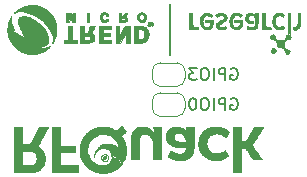
<source format=gbo>
G04 #@! TF.GenerationSoftware,KiCad,Pcbnew,(5.1.2-1)-1*
G04 #@! TF.CreationDate,2019-05-16T11:37:58+08:00*
G04 #@! TF.ProjectId,huzzah-cc112x-shield,68757a7a-6168-42d6-9363-313132782d73,1*
G04 #@! TF.SameCoordinates,Original*
G04 #@! TF.FileFunction,Legend,Bot*
G04 #@! TF.FilePolarity,Positive*
%FSLAX46Y46*%
G04 Gerber Fmt 4.6, Leading zero omitted, Abs format (unit mm)*
G04 Created by KiCad (PCBNEW (5.1.2-1)-1) date 2019-05-16 11:37:58*
%MOMM*%
%LPD*%
G04 APERTURE LIST*
%ADD10C,0.120000*%
%ADD11C,0.010000*%
%ADD12C,0.150000*%
G04 APERTURE END LIST*
D10*
X36130000Y-26400000D02*
X37530000Y-26400000D01*
X38230000Y-25700000D02*
X38230000Y-25100000D01*
X37530000Y-24400000D02*
X36130000Y-24400000D01*
X35430000Y-25100000D02*
X35430000Y-25700000D01*
X35430000Y-25700000D02*
G75*
G03X36130000Y-26400000I700000J0D01*
G01*
X36130000Y-24400000D02*
G75*
G03X35430000Y-25100000I0J-700000D01*
G01*
X38230000Y-25100000D02*
G75*
G03X37530000Y-24400000I-700000J0D01*
G01*
X37530000Y-26400000D02*
G75*
G03X38230000Y-25700000I0J700000D01*
G01*
X36130000Y-23860000D02*
X37530000Y-23860000D01*
X38230000Y-23160000D02*
X38230000Y-22560000D01*
X37530000Y-21860000D02*
X36130000Y-21860000D01*
X35430000Y-22560000D02*
X35430000Y-23160000D01*
X35430000Y-23160000D02*
G75*
G03X36130000Y-23860000I700000J0D01*
G01*
X36130000Y-21860000D02*
G75*
G03X35430000Y-22560000I0J-700000D01*
G01*
X38230000Y-22560000D02*
G75*
G03X37530000Y-21860000I-700000J0D01*
G01*
X37530000Y-23860000D02*
G75*
G03X38230000Y-23160000I0J700000D01*
G01*
D11*
G36*
X36927566Y-21192936D02*
G01*
X36935776Y-21141664D01*
X36935833Y-21134917D01*
X36928948Y-21080124D01*
X36906975Y-21060968D01*
X36904083Y-21060834D01*
X36880600Y-21076899D01*
X36872391Y-21128170D01*
X36872333Y-21134917D01*
X36879218Y-21189710D01*
X36901192Y-21208867D01*
X36904083Y-21209000D01*
X36927566Y-21192936D01*
X36927566Y-21192936D01*
G37*
X36927566Y-21192936D02*
X36935776Y-21141664D01*
X36935833Y-21134917D01*
X36928948Y-21080124D01*
X36906975Y-21060968D01*
X36904083Y-21060834D01*
X36880600Y-21076899D01*
X36872391Y-21128170D01*
X36872333Y-21134917D01*
X36879218Y-21189710D01*
X36901192Y-21208867D01*
X36904083Y-21209000D01*
X36927566Y-21192936D01*
G36*
X36927566Y-21002436D02*
G01*
X36935776Y-20951164D01*
X36935833Y-20944417D01*
X36928948Y-20889624D01*
X36906975Y-20870468D01*
X36904083Y-20870334D01*
X36880600Y-20886399D01*
X36872391Y-20937670D01*
X36872333Y-20944417D01*
X36879218Y-20999210D01*
X36901192Y-21018367D01*
X36904083Y-21018500D01*
X36927566Y-21002436D01*
X36927566Y-21002436D01*
G37*
X36927566Y-21002436D02*
X36935776Y-20951164D01*
X36935833Y-20944417D01*
X36928948Y-20889624D01*
X36906975Y-20870468D01*
X36904083Y-20870334D01*
X36880600Y-20886399D01*
X36872391Y-20937670D01*
X36872333Y-20944417D01*
X36879218Y-20999210D01*
X36901192Y-21018367D01*
X36904083Y-21018500D01*
X36927566Y-21002436D01*
G36*
X36927566Y-20811936D02*
G01*
X36935776Y-20760664D01*
X36935833Y-20753917D01*
X36928948Y-20699124D01*
X36906975Y-20679968D01*
X36904083Y-20679834D01*
X36880600Y-20695899D01*
X36872391Y-20747170D01*
X36872333Y-20753917D01*
X36879218Y-20808710D01*
X36901192Y-20827867D01*
X36904083Y-20828000D01*
X36927566Y-20811936D01*
X36927566Y-20811936D01*
G37*
X36927566Y-20811936D02*
X36935776Y-20760664D01*
X36935833Y-20753917D01*
X36928948Y-20699124D01*
X36906975Y-20679968D01*
X36904083Y-20679834D01*
X36880600Y-20695899D01*
X36872391Y-20747170D01*
X36872333Y-20753917D01*
X36879218Y-20808710D01*
X36901192Y-20827867D01*
X36904083Y-20828000D01*
X36927566Y-20811936D01*
G36*
X45781785Y-21014350D02*
G01*
X45844065Y-20964059D01*
X45881397Y-20884865D01*
X45889333Y-20816444D01*
X45871612Y-20730812D01*
X45824675Y-20666455D01*
X45757862Y-20627169D01*
X45680511Y-20616745D01*
X45601962Y-20638980D01*
X45549038Y-20678206D01*
X45498027Y-20754255D01*
X45483182Y-20836476D01*
X45502768Y-20914992D01*
X45555052Y-20979928D01*
X45607480Y-21010909D01*
X45700833Y-21031409D01*
X45781785Y-21014350D01*
X45781785Y-21014350D01*
G37*
X45781785Y-21014350D02*
X45844065Y-20964059D01*
X45881397Y-20884865D01*
X45889333Y-20816444D01*
X45871612Y-20730812D01*
X45824675Y-20666455D01*
X45757862Y-20627169D01*
X45680511Y-20616745D01*
X45601962Y-20638980D01*
X45549038Y-20678206D01*
X45498027Y-20754255D01*
X45483182Y-20836476D01*
X45502768Y-20914992D01*
X45555052Y-20979928D01*
X45607480Y-21010909D01*
X45700833Y-21031409D01*
X45781785Y-21014350D01*
G36*
X36927566Y-20621436D02*
G01*
X36935776Y-20570164D01*
X36935833Y-20563417D01*
X36928948Y-20508624D01*
X36906975Y-20489468D01*
X36904083Y-20489334D01*
X36880600Y-20505399D01*
X36872391Y-20556670D01*
X36872333Y-20563417D01*
X36879218Y-20618210D01*
X36901192Y-20637367D01*
X36904083Y-20637500D01*
X36927566Y-20621436D01*
X36927566Y-20621436D01*
G37*
X36927566Y-20621436D02*
X36935776Y-20570164D01*
X36935833Y-20563417D01*
X36928948Y-20508624D01*
X36906975Y-20489468D01*
X36904083Y-20489334D01*
X36880600Y-20505399D01*
X36872391Y-20556670D01*
X36872333Y-20563417D01*
X36879218Y-20618210D01*
X36901192Y-20637367D01*
X36904083Y-20637500D01*
X36927566Y-20621436D01*
G36*
X36927566Y-20430936D02*
G01*
X36935776Y-20379664D01*
X36935833Y-20372917D01*
X36928948Y-20318124D01*
X36906975Y-20298968D01*
X36904083Y-20298834D01*
X36880600Y-20314899D01*
X36872391Y-20366170D01*
X36872333Y-20372917D01*
X36879218Y-20427710D01*
X36901192Y-20446867D01*
X36904083Y-20447000D01*
X36927566Y-20430936D01*
X36927566Y-20430936D01*
G37*
X36927566Y-20430936D02*
X36935776Y-20379664D01*
X36935833Y-20372917D01*
X36928948Y-20318124D01*
X36906975Y-20298968D01*
X36904083Y-20298834D01*
X36880600Y-20314899D01*
X36872391Y-20366170D01*
X36872333Y-20372917D01*
X36879218Y-20427710D01*
X36901192Y-20446867D01*
X36904083Y-20447000D01*
X36927566Y-20430936D01*
G36*
X36927566Y-20240436D02*
G01*
X36935776Y-20189164D01*
X36935833Y-20182417D01*
X36928948Y-20127624D01*
X36906975Y-20108468D01*
X36904083Y-20108334D01*
X36880600Y-20124399D01*
X36872391Y-20175670D01*
X36872333Y-20182417D01*
X36879218Y-20237210D01*
X36901192Y-20256367D01*
X36904083Y-20256500D01*
X36927566Y-20240436D01*
X36927566Y-20240436D01*
G37*
X36927566Y-20240436D02*
X36935776Y-20189164D01*
X36935833Y-20182417D01*
X36928948Y-20127624D01*
X36906975Y-20108468D01*
X36904083Y-20108334D01*
X36880600Y-20124399D01*
X36872391Y-20175670D01*
X36872333Y-20182417D01*
X36879218Y-20237210D01*
X36901192Y-20256367D01*
X36904083Y-20256500D01*
X36927566Y-20240436D01*
G36*
X36927566Y-20049936D02*
G01*
X36935776Y-19998664D01*
X36935833Y-19991917D01*
X36928948Y-19937124D01*
X36906975Y-19917968D01*
X36904083Y-19917834D01*
X36880600Y-19933899D01*
X36872391Y-19985170D01*
X36872333Y-19991917D01*
X36879218Y-20046710D01*
X36901192Y-20065867D01*
X36904083Y-20066000D01*
X36927566Y-20049936D01*
X36927566Y-20049936D01*
G37*
X36927566Y-20049936D02*
X36935776Y-19998664D01*
X36935833Y-19991917D01*
X36928948Y-19937124D01*
X36906975Y-19917968D01*
X36904083Y-19917834D01*
X36880600Y-19933899D01*
X36872391Y-19985170D01*
X36872333Y-19991917D01*
X36879218Y-20046710D01*
X36901192Y-20065867D01*
X36904083Y-20066000D01*
X36927566Y-20049936D01*
G36*
X36927566Y-19859436D02*
G01*
X36935776Y-19808164D01*
X36935833Y-19801417D01*
X36928948Y-19746624D01*
X36906975Y-19727468D01*
X36904083Y-19727334D01*
X36880600Y-19743399D01*
X36872391Y-19794670D01*
X36872333Y-19801417D01*
X36879218Y-19856210D01*
X36901192Y-19875367D01*
X36904083Y-19875500D01*
X36927566Y-19859436D01*
X36927566Y-19859436D01*
G37*
X36927566Y-19859436D02*
X36935776Y-19808164D01*
X36935833Y-19801417D01*
X36928948Y-19746624D01*
X36906975Y-19727468D01*
X36904083Y-19727334D01*
X36880600Y-19743399D01*
X36872391Y-19794670D01*
X36872333Y-19801417D01*
X36879218Y-19856210D01*
X36901192Y-19875367D01*
X36904083Y-19875500D01*
X36927566Y-19859436D01*
G36*
X36929290Y-19666068D02*
G01*
X36935833Y-19621500D01*
X36926367Y-19571087D01*
X36904083Y-19558000D01*
X36878877Y-19576933D01*
X36872333Y-19621500D01*
X36881799Y-19671914D01*
X36904083Y-19685000D01*
X36929290Y-19666068D01*
X36929290Y-19666068D01*
G37*
X36929290Y-19666068D02*
X36935833Y-19621500D01*
X36926367Y-19571087D01*
X36904083Y-19558000D01*
X36878877Y-19576933D01*
X36872333Y-19621500D01*
X36881799Y-19671914D01*
X36904083Y-19685000D01*
X36929290Y-19666068D01*
G36*
X46939582Y-21102342D02*
G01*
X47012834Y-21058224D01*
X47058129Y-20989229D01*
X47071555Y-20905326D01*
X47050625Y-20819561D01*
X47016403Y-20780375D01*
X46957876Y-20741224D01*
X46891999Y-20711623D01*
X46839312Y-20701000D01*
X46782084Y-20685960D01*
X46716810Y-20648459D01*
X46660811Y-20599931D01*
X46637551Y-20567815D01*
X46619178Y-20505920D01*
X46609000Y-20415903D01*
X46607171Y-20311206D01*
X46613846Y-20205270D01*
X46629178Y-20111536D01*
X46632182Y-20099557D01*
X46677712Y-19997614D01*
X46752150Y-19926466D01*
X46855668Y-19885995D01*
X46961917Y-19875619D01*
X47035468Y-19857744D01*
X47094209Y-19820702D01*
X47139966Y-19772081D01*
X47157661Y-19717604D01*
X47159333Y-19681727D01*
X47148883Y-19590852D01*
X47113792Y-19528407D01*
X47048450Y-19485004D01*
X47039398Y-19481083D01*
X46953330Y-19464685D01*
X46872736Y-19483114D01*
X46807099Y-19530451D01*
X46765903Y-19600777D01*
X46756702Y-19657491D01*
X46747936Y-19699751D01*
X46726533Y-19759885D01*
X46717053Y-19781856D01*
X46685415Y-19838895D01*
X46645665Y-19880125D01*
X46591040Y-19907801D01*
X46514776Y-19924175D01*
X46410110Y-19931498D01*
X46270279Y-19932025D01*
X46266339Y-19931971D01*
X46155378Y-19930133D01*
X46078191Y-19927111D01*
X46026221Y-19921203D01*
X45990912Y-19910703D01*
X45963707Y-19893908D01*
X45936050Y-19869113D01*
X45932187Y-19865415D01*
X45887573Y-19812927D01*
X45858215Y-19760584D01*
X45854683Y-19749087D01*
X45841305Y-19691671D01*
X45824592Y-19623017D01*
X45822879Y-19616152D01*
X45783656Y-19536599D01*
X45718217Y-19484097D01*
X45636155Y-19463123D01*
X45547065Y-19478152D01*
X45536458Y-19482543D01*
X45468133Y-19528718D01*
X45432138Y-19596147D01*
X45423667Y-19671845D01*
X45439456Y-19757001D01*
X45488149Y-19819370D01*
X45571726Y-19860713D01*
X45656806Y-19878751D01*
X45773111Y-19902403D01*
X45856467Y-19940935D01*
X45913233Y-20001055D01*
X45949771Y-20089474D01*
X45972266Y-20211521D01*
X45986673Y-20295597D01*
X46006040Y-20369446D01*
X46026176Y-20417091D01*
X46026192Y-20417115D01*
X46099375Y-20491130D01*
X46204155Y-20541504D01*
X46311271Y-20563445D01*
X46438569Y-20585881D01*
X46531014Y-20625178D01*
X46594492Y-20686693D01*
X46634890Y-20775783D01*
X46655402Y-20876624D01*
X46684153Y-20990393D01*
X46733662Y-21068672D01*
X46802623Y-21110427D01*
X46889733Y-21114620D01*
X46939582Y-21102342D01*
X46939582Y-21102342D01*
G37*
X46939582Y-21102342D02*
X47012834Y-21058224D01*
X47058129Y-20989229D01*
X47071555Y-20905326D01*
X47050625Y-20819561D01*
X47016403Y-20780375D01*
X46957876Y-20741224D01*
X46891999Y-20711623D01*
X46839312Y-20701000D01*
X46782084Y-20685960D01*
X46716810Y-20648459D01*
X46660811Y-20599931D01*
X46637551Y-20567815D01*
X46619178Y-20505920D01*
X46609000Y-20415903D01*
X46607171Y-20311206D01*
X46613846Y-20205270D01*
X46629178Y-20111536D01*
X46632182Y-20099557D01*
X46677712Y-19997614D01*
X46752150Y-19926466D01*
X46855668Y-19885995D01*
X46961917Y-19875619D01*
X47035468Y-19857744D01*
X47094209Y-19820702D01*
X47139966Y-19772081D01*
X47157661Y-19717604D01*
X47159333Y-19681727D01*
X47148883Y-19590852D01*
X47113792Y-19528407D01*
X47048450Y-19485004D01*
X47039398Y-19481083D01*
X46953330Y-19464685D01*
X46872736Y-19483114D01*
X46807099Y-19530451D01*
X46765903Y-19600777D01*
X46756702Y-19657491D01*
X46747936Y-19699751D01*
X46726533Y-19759885D01*
X46717053Y-19781856D01*
X46685415Y-19838895D01*
X46645665Y-19880125D01*
X46591040Y-19907801D01*
X46514776Y-19924175D01*
X46410110Y-19931498D01*
X46270279Y-19932025D01*
X46266339Y-19931971D01*
X46155378Y-19930133D01*
X46078191Y-19927111D01*
X46026221Y-19921203D01*
X45990912Y-19910703D01*
X45963707Y-19893908D01*
X45936050Y-19869113D01*
X45932187Y-19865415D01*
X45887573Y-19812927D01*
X45858215Y-19760584D01*
X45854683Y-19749087D01*
X45841305Y-19691671D01*
X45824592Y-19623017D01*
X45822879Y-19616152D01*
X45783656Y-19536599D01*
X45718217Y-19484097D01*
X45636155Y-19463123D01*
X45547065Y-19478152D01*
X45536458Y-19482543D01*
X45468133Y-19528718D01*
X45432138Y-19596147D01*
X45423667Y-19671845D01*
X45439456Y-19757001D01*
X45488149Y-19819370D01*
X45571726Y-19860713D01*
X45656806Y-19878751D01*
X45773111Y-19902403D01*
X45856467Y-19940935D01*
X45913233Y-20001055D01*
X45949771Y-20089474D01*
X45972266Y-20211521D01*
X45986673Y-20295597D01*
X46006040Y-20369446D01*
X46026176Y-20417091D01*
X46026192Y-20417115D01*
X46099375Y-20491130D01*
X46204155Y-20541504D01*
X46311271Y-20563445D01*
X46438569Y-20585881D01*
X46531014Y-20625178D01*
X46594492Y-20686693D01*
X46634890Y-20775783D01*
X46655402Y-20876624D01*
X46684153Y-20990393D01*
X46733662Y-21068672D01*
X46802623Y-21110427D01*
X46889733Y-21114620D01*
X46939582Y-21102342D01*
G36*
X36927566Y-19499602D02*
G01*
X36935776Y-19448331D01*
X36935833Y-19441584D01*
X36928948Y-19386791D01*
X36906975Y-19367634D01*
X36904083Y-19367500D01*
X36880600Y-19383565D01*
X36872391Y-19434837D01*
X36872333Y-19441584D01*
X36879218Y-19496377D01*
X36901192Y-19515533D01*
X36904083Y-19515667D01*
X36927566Y-19499602D01*
X36927566Y-19499602D01*
G37*
X36927566Y-19499602D02*
X36935776Y-19448331D01*
X36935833Y-19441584D01*
X36928948Y-19386791D01*
X36906975Y-19367634D01*
X36904083Y-19367500D01*
X36880600Y-19383565D01*
X36872391Y-19434837D01*
X36872333Y-19441584D01*
X36879218Y-19496377D01*
X36901192Y-19515533D01*
X36904083Y-19515667D01*
X36927566Y-19499602D01*
G36*
X36927566Y-19309102D02*
G01*
X36935776Y-19257831D01*
X36935833Y-19251084D01*
X36928948Y-19196291D01*
X36906975Y-19177134D01*
X36904083Y-19177000D01*
X36880600Y-19193065D01*
X36872391Y-19244337D01*
X36872333Y-19251084D01*
X36879218Y-19305877D01*
X36901192Y-19325033D01*
X36904083Y-19325167D01*
X36927566Y-19309102D01*
X36927566Y-19309102D01*
G37*
X36927566Y-19309102D02*
X36935776Y-19257831D01*
X36935833Y-19251084D01*
X36928948Y-19196291D01*
X36906975Y-19177134D01*
X36904083Y-19177000D01*
X36880600Y-19193065D01*
X36872391Y-19244337D01*
X36872333Y-19251084D01*
X36879218Y-19305877D01*
X36901192Y-19325033D01*
X36904083Y-19325167D01*
X36927566Y-19309102D01*
G36*
X36927566Y-19118602D02*
G01*
X36935776Y-19067331D01*
X36935833Y-19060584D01*
X36928948Y-19005791D01*
X36906975Y-18986634D01*
X36904083Y-18986500D01*
X36880600Y-19002565D01*
X36872391Y-19053837D01*
X36872333Y-19060584D01*
X36879218Y-19115377D01*
X36901192Y-19134533D01*
X36904083Y-19134667D01*
X36927566Y-19118602D01*
X36927566Y-19118602D01*
G37*
X36927566Y-19118602D02*
X36935776Y-19067331D01*
X36935833Y-19060584D01*
X36928948Y-19005791D01*
X36906975Y-18986634D01*
X36904083Y-18986500D01*
X36880600Y-19002565D01*
X36872391Y-19053837D01*
X36872333Y-19060584D01*
X36879218Y-19115377D01*
X36901192Y-19134533D01*
X36904083Y-19134667D01*
X36927566Y-19118602D01*
G36*
X36927566Y-18928102D02*
G01*
X36935776Y-18876831D01*
X36935833Y-18870084D01*
X36928948Y-18815291D01*
X36906975Y-18796134D01*
X36904083Y-18796000D01*
X36880600Y-18812065D01*
X36872391Y-18863337D01*
X36872333Y-18870084D01*
X36879218Y-18924877D01*
X36901192Y-18944033D01*
X36904083Y-18944167D01*
X36927566Y-18928102D01*
X36927566Y-18928102D01*
G37*
X36927566Y-18928102D02*
X36935776Y-18876831D01*
X36935833Y-18870084D01*
X36928948Y-18815291D01*
X36906975Y-18796134D01*
X36904083Y-18796000D01*
X36880600Y-18812065D01*
X36872391Y-18863337D01*
X36872333Y-18870084D01*
X36879218Y-18924877D01*
X36901192Y-18944033D01*
X36904083Y-18944167D01*
X36927566Y-18928102D01*
G36*
X34404008Y-20168061D02*
G01*
X34560313Y-20155693D01*
X34687016Y-20133158D01*
X34790191Y-20098883D01*
X34875910Y-20051296D01*
X34950246Y-19988824D01*
X34960957Y-19977897D01*
X35040350Y-19866761D01*
X35096140Y-19729575D01*
X35127758Y-19575808D01*
X35134635Y-19414929D01*
X35116204Y-19256405D01*
X35071894Y-19109706D01*
X35019098Y-19009723D01*
X34953163Y-18926796D01*
X34874594Y-18862406D01*
X34778010Y-18814754D01*
X34658034Y-18782038D01*
X34509286Y-18762457D01*
X34326388Y-18754210D01*
X34254408Y-18753667D01*
X33930167Y-18753667D01*
X33930167Y-19007667D01*
X34247667Y-19007667D01*
X34379958Y-19008132D01*
X34504115Y-19019641D01*
X34600966Y-19048875D01*
X34680361Y-19099039D01*
X34735976Y-19169591D01*
X34770312Y-19266085D01*
X34785873Y-19394075D01*
X34787417Y-19462750D01*
X34785316Y-19564869D01*
X34777751Y-19636557D01*
X34762825Y-19689568D01*
X34745083Y-19725121D01*
X34691467Y-19800346D01*
X34629603Y-19849728D01*
X34549079Y-19878590D01*
X34439480Y-19892255D01*
X34415571Y-19893525D01*
X34247667Y-19901150D01*
X34247667Y-19007667D01*
X33930167Y-19007667D01*
X33930167Y-20171834D01*
X34212029Y-20171834D01*
X34404008Y-20168061D01*
X34404008Y-20168061D01*
G37*
X34404008Y-20168061D02*
X34560313Y-20155693D01*
X34687016Y-20133158D01*
X34790191Y-20098883D01*
X34875910Y-20051296D01*
X34950246Y-19988824D01*
X34960957Y-19977897D01*
X35040350Y-19866761D01*
X35096140Y-19729575D01*
X35127758Y-19575808D01*
X35134635Y-19414929D01*
X35116204Y-19256405D01*
X35071894Y-19109706D01*
X35019098Y-19009723D01*
X34953163Y-18926796D01*
X34874594Y-18862406D01*
X34778010Y-18814754D01*
X34658034Y-18782038D01*
X34509286Y-18762457D01*
X34326388Y-18754210D01*
X34254408Y-18753667D01*
X33930167Y-18753667D01*
X33930167Y-19007667D01*
X34247667Y-19007667D01*
X34379958Y-19008132D01*
X34504115Y-19019641D01*
X34600966Y-19048875D01*
X34680361Y-19099039D01*
X34735976Y-19169591D01*
X34770312Y-19266085D01*
X34785873Y-19394075D01*
X34787417Y-19462750D01*
X34785316Y-19564869D01*
X34777751Y-19636557D01*
X34762825Y-19689568D01*
X34745083Y-19725121D01*
X34691467Y-19800346D01*
X34629603Y-19849728D01*
X34549079Y-19878590D01*
X34439480Y-19892255D01*
X34415571Y-19893525D01*
X34247667Y-19901150D01*
X34247667Y-19007667D01*
X33930167Y-19007667D01*
X33930167Y-20171834D01*
X34212029Y-20171834D01*
X34404008Y-20168061D01*
G36*
X33528000Y-18753667D02*
G01*
X33332208Y-18753679D01*
X33136417Y-18753691D01*
X32888017Y-19203471D01*
X32639618Y-19653250D01*
X32639309Y-19203459D01*
X32639000Y-18753667D01*
X32342667Y-18753667D01*
X32342667Y-20171834D01*
X32538458Y-20171503D01*
X32734250Y-20171172D01*
X32977667Y-19732295D01*
X33221083Y-19293417D01*
X33226804Y-19732625D01*
X33232525Y-20171834D01*
X33528000Y-20171834D01*
X33528000Y-18753667D01*
X33528000Y-18753667D01*
G37*
X33528000Y-18753667D02*
X33332208Y-18753679D01*
X33136417Y-18753691D01*
X32888017Y-19203471D01*
X32639618Y-19653250D01*
X32639309Y-19203459D01*
X32639000Y-18753667D01*
X32342667Y-18753667D01*
X32342667Y-20171834D01*
X32538458Y-20171503D01*
X32734250Y-20171172D01*
X32977667Y-19732295D01*
X33221083Y-19293417D01*
X33226804Y-19732625D01*
X33232525Y-20171834D01*
X33528000Y-20171834D01*
X33528000Y-18753667D01*
G36*
X31940500Y-19917834D02*
G01*
X31242000Y-19917834D01*
X31242000Y-19600334D01*
X31877000Y-19600334D01*
X31877000Y-19346334D01*
X31242000Y-19346334D01*
X31242000Y-19007667D01*
X31961667Y-19007667D01*
X31961667Y-18753667D01*
X30924500Y-18753667D01*
X30924500Y-20171834D01*
X31940500Y-20171834D01*
X31940500Y-19917834D01*
X31940500Y-19917834D01*
G37*
X31940500Y-19917834D02*
X31242000Y-19917834D01*
X31242000Y-19600334D01*
X31877000Y-19600334D01*
X31877000Y-19346334D01*
X31242000Y-19346334D01*
X31242000Y-19007667D01*
X31961667Y-19007667D01*
X31961667Y-18753667D01*
X30924500Y-18753667D01*
X30924500Y-20171834D01*
X31940500Y-20171834D01*
X31940500Y-19917834D01*
G36*
X29886914Y-20169416D02*
G01*
X30047110Y-20161307D01*
X30175591Y-20146221D01*
X30277550Y-20122875D01*
X30358181Y-20089983D01*
X30422678Y-20046261D01*
X30476235Y-19990425D01*
X30488637Y-19974270D01*
X30513149Y-19932219D01*
X30526280Y-19881336D01*
X30530661Y-19808217D01*
X30530431Y-19761415D01*
X30516628Y-19620851D01*
X30481664Y-19503796D01*
X30427873Y-19416100D01*
X30375312Y-19372388D01*
X30332283Y-19343751D01*
X30311220Y-19321596D01*
X30310800Y-19319550D01*
X30319756Y-19295609D01*
X30344378Y-19241428D01*
X30381139Y-19164499D01*
X30426512Y-19072316D01*
X30437667Y-19050000D01*
X30484598Y-18954848D01*
X30523700Y-18872657D01*
X30551420Y-18811113D01*
X30564209Y-18777897D01*
X30564667Y-18775159D01*
X30544608Y-18764584D01*
X30488723Y-18757221D01*
X30403444Y-18753814D01*
X30378631Y-18753667D01*
X30192596Y-18753667D01*
X30080250Y-19028834D01*
X29967904Y-19304000D01*
X29675667Y-19304000D01*
X29675667Y-18753667D01*
X29337000Y-18753667D01*
X29337000Y-19917834D01*
X29675667Y-19917834D01*
X29675667Y-19579167D01*
X29893207Y-19579167D01*
X30008815Y-19581421D01*
X30088732Y-19588693D01*
X30139385Y-19601751D01*
X30155372Y-19610423D01*
X30202411Y-19665907D01*
X30218535Y-19735409D01*
X30205563Y-19806102D01*
X30165311Y-19865158D01*
X30115009Y-19895293D01*
X30064143Y-19905661D01*
X29985394Y-19913511D01*
X29893195Y-19917555D01*
X29863008Y-19917834D01*
X29675667Y-19917834D01*
X29337000Y-19917834D01*
X29337000Y-20171834D01*
X29689808Y-20171834D01*
X29886914Y-20169416D01*
X29886914Y-20169416D01*
G37*
X29886914Y-20169416D02*
X30047110Y-20161307D01*
X30175591Y-20146221D01*
X30277550Y-20122875D01*
X30358181Y-20089983D01*
X30422678Y-20046261D01*
X30476235Y-19990425D01*
X30488637Y-19974270D01*
X30513149Y-19932219D01*
X30526280Y-19881336D01*
X30530661Y-19808217D01*
X30530431Y-19761415D01*
X30516628Y-19620851D01*
X30481664Y-19503796D01*
X30427873Y-19416100D01*
X30375312Y-19372388D01*
X30332283Y-19343751D01*
X30311220Y-19321596D01*
X30310800Y-19319550D01*
X30319756Y-19295609D01*
X30344378Y-19241428D01*
X30381139Y-19164499D01*
X30426512Y-19072316D01*
X30437667Y-19050000D01*
X30484598Y-18954848D01*
X30523700Y-18872657D01*
X30551420Y-18811113D01*
X30564209Y-18777897D01*
X30564667Y-18775159D01*
X30544608Y-18764584D01*
X30488723Y-18757221D01*
X30403444Y-18753814D01*
X30378631Y-18753667D01*
X30192596Y-18753667D01*
X30080250Y-19028834D01*
X29967904Y-19304000D01*
X29675667Y-19304000D01*
X29675667Y-18753667D01*
X29337000Y-18753667D01*
X29337000Y-19917834D01*
X29675667Y-19917834D01*
X29675667Y-19579167D01*
X29893207Y-19579167D01*
X30008815Y-19581421D01*
X30088732Y-19588693D01*
X30139385Y-19601751D01*
X30155372Y-19610423D01*
X30202411Y-19665907D01*
X30218535Y-19735409D01*
X30205563Y-19806102D01*
X30165311Y-19865158D01*
X30115009Y-19895293D01*
X30064143Y-19905661D01*
X29985394Y-19913511D01*
X29893195Y-19917555D01*
X29863008Y-19917834D01*
X29675667Y-19917834D01*
X29337000Y-19917834D01*
X29337000Y-20171834D01*
X29689808Y-20171834D01*
X29886914Y-20169416D01*
G36*
X29083000Y-19917834D02*
G01*
X28659667Y-19917834D01*
X28659667Y-18753667D01*
X28342167Y-18753667D01*
X28342167Y-19917834D01*
X27940000Y-19917834D01*
X27940000Y-20171834D01*
X29083000Y-20171834D01*
X29083000Y-19917834D01*
X29083000Y-19917834D01*
G37*
X29083000Y-19917834D02*
X28659667Y-19917834D01*
X28659667Y-18753667D01*
X28342167Y-18753667D01*
X28342167Y-19917834D01*
X27940000Y-19917834D01*
X27940000Y-20171834D01*
X29083000Y-20171834D01*
X29083000Y-19917834D01*
G36*
X36927566Y-18737602D02*
G01*
X36935776Y-18686331D01*
X36935833Y-18679584D01*
X36928948Y-18624791D01*
X36906975Y-18605634D01*
X36904083Y-18605500D01*
X36880600Y-18621565D01*
X36872391Y-18672837D01*
X36872333Y-18679584D01*
X36879218Y-18734377D01*
X36901192Y-18753533D01*
X36904083Y-18753667D01*
X36927566Y-18737602D01*
X36927566Y-18737602D01*
G37*
X36927566Y-18737602D02*
X36935776Y-18686331D01*
X36935833Y-18679584D01*
X36928948Y-18624791D01*
X36906975Y-18605634D01*
X36904083Y-18605500D01*
X36880600Y-18621565D01*
X36872391Y-18672837D01*
X36872333Y-18679584D01*
X36879218Y-18734377D01*
X36901192Y-18753533D01*
X36904083Y-18753667D01*
X36927566Y-18737602D01*
G36*
X35311843Y-18621375D02*
G01*
X35342381Y-18531417D01*
X35369874Y-18621375D01*
X35396155Y-18684368D01*
X35426577Y-18710110D01*
X35436350Y-18711334D01*
X35457567Y-18706047D01*
X35469399Y-18684079D01*
X35474443Y-18636271D01*
X35475333Y-18573750D01*
X35473214Y-18496578D01*
X35465640Y-18453685D01*
X35450789Y-18437175D01*
X35443583Y-18436167D01*
X35417745Y-18455073D01*
X35409581Y-18494375D01*
X35407330Y-18552584D01*
X35384329Y-18494375D01*
X35356186Y-18447107D01*
X35327337Y-18441796D01*
X35300141Y-18478178D01*
X35290056Y-18504959D01*
X35267988Y-18573750D01*
X35265827Y-18504959D01*
X35255336Y-18451421D01*
X35231917Y-18436167D01*
X35212769Y-18446619D01*
X35202912Y-18483293D01*
X35200167Y-18552584D01*
X35198329Y-18619861D01*
X35190385Y-18654908D01*
X35172685Y-18667759D01*
X35157833Y-18669000D01*
X35133369Y-18663947D01*
X35120624Y-18642100D01*
X35115951Y-18593426D01*
X35115500Y-18552584D01*
X35112649Y-18482378D01*
X35102647Y-18446233D01*
X35083750Y-18436167D01*
X35064603Y-18446619D01*
X35054745Y-18483293D01*
X35052000Y-18552584D01*
X35050162Y-18619861D01*
X35042218Y-18654908D01*
X35024518Y-18667759D01*
X35009667Y-18669000D01*
X34975271Y-18677865D01*
X34967333Y-18690167D01*
X34987012Y-18700864D01*
X35040200Y-18708309D01*
X35118122Y-18711320D01*
X35124319Y-18711334D01*
X35281305Y-18711334D01*
X35311843Y-18621375D01*
X35311843Y-18621375D01*
G37*
X35311843Y-18621375D02*
X35342381Y-18531417D01*
X35369874Y-18621375D01*
X35396155Y-18684368D01*
X35426577Y-18710110D01*
X35436350Y-18711334D01*
X35457567Y-18706047D01*
X35469399Y-18684079D01*
X35474443Y-18636271D01*
X35475333Y-18573750D01*
X35473214Y-18496578D01*
X35465640Y-18453685D01*
X35450789Y-18437175D01*
X35443583Y-18436167D01*
X35417745Y-18455073D01*
X35409581Y-18494375D01*
X35407330Y-18552584D01*
X35384329Y-18494375D01*
X35356186Y-18447107D01*
X35327337Y-18441796D01*
X35300141Y-18478178D01*
X35290056Y-18504959D01*
X35267988Y-18573750D01*
X35265827Y-18504959D01*
X35255336Y-18451421D01*
X35231917Y-18436167D01*
X35212769Y-18446619D01*
X35202912Y-18483293D01*
X35200167Y-18552584D01*
X35198329Y-18619861D01*
X35190385Y-18654908D01*
X35172685Y-18667759D01*
X35157833Y-18669000D01*
X35133369Y-18663947D01*
X35120624Y-18642100D01*
X35115951Y-18593426D01*
X35115500Y-18552584D01*
X35112649Y-18482378D01*
X35102647Y-18446233D01*
X35083750Y-18436167D01*
X35064603Y-18446619D01*
X35054745Y-18483293D01*
X35052000Y-18552584D01*
X35050162Y-18619861D01*
X35042218Y-18654908D01*
X35024518Y-18667759D01*
X35009667Y-18669000D01*
X34975271Y-18677865D01*
X34967333Y-18690167D01*
X34987012Y-18700864D01*
X35040200Y-18708309D01*
X35118122Y-18711320D01*
X35124319Y-18711334D01*
X35281305Y-18711334D01*
X35311843Y-18621375D01*
G36*
X36927566Y-18547102D02*
G01*
X36935776Y-18495831D01*
X36935833Y-18489084D01*
X36928948Y-18434291D01*
X36906975Y-18415134D01*
X36904083Y-18415000D01*
X36880600Y-18431065D01*
X36872391Y-18482337D01*
X36872333Y-18489084D01*
X36879218Y-18543877D01*
X36901192Y-18563033D01*
X36904083Y-18563167D01*
X36927566Y-18547102D01*
X36927566Y-18547102D01*
G37*
X36927566Y-18547102D02*
X36935776Y-18495831D01*
X36935833Y-18489084D01*
X36928948Y-18434291D01*
X36906975Y-18415134D01*
X36904083Y-18415000D01*
X36880600Y-18431065D01*
X36872391Y-18482337D01*
X36872333Y-18489084D01*
X36879218Y-18543877D01*
X36901192Y-18563033D01*
X36904083Y-18563167D01*
X36927566Y-18547102D01*
G36*
X36927566Y-18356602D02*
G01*
X36935776Y-18305331D01*
X36935833Y-18298584D01*
X36928948Y-18243791D01*
X36906975Y-18224634D01*
X36904083Y-18224500D01*
X36880600Y-18240565D01*
X36872391Y-18291837D01*
X36872333Y-18298584D01*
X36879218Y-18353377D01*
X36901192Y-18372533D01*
X36904083Y-18372667D01*
X36927566Y-18356602D01*
X36927566Y-18356602D01*
G37*
X36927566Y-18356602D02*
X36935776Y-18305331D01*
X36935833Y-18298584D01*
X36928948Y-18243791D01*
X36906975Y-18224634D01*
X36904083Y-18224500D01*
X36880600Y-18240565D01*
X36872391Y-18291837D01*
X36872333Y-18298584D01*
X36879218Y-18353377D01*
X36901192Y-18372533D01*
X36904083Y-18372667D01*
X36927566Y-18356602D01*
G36*
X36927566Y-18166102D02*
G01*
X36935776Y-18114831D01*
X36935833Y-18108084D01*
X36928948Y-18053291D01*
X36906975Y-18034134D01*
X36904083Y-18034000D01*
X36880600Y-18050065D01*
X36872391Y-18101337D01*
X36872333Y-18108084D01*
X36879218Y-18162877D01*
X36901192Y-18182033D01*
X36904083Y-18182167D01*
X36927566Y-18166102D01*
X36927566Y-18166102D01*
G37*
X36927566Y-18166102D02*
X36935776Y-18114831D01*
X36935833Y-18108084D01*
X36928948Y-18053291D01*
X36906975Y-18034134D01*
X36904083Y-18034000D01*
X36880600Y-18050065D01*
X36872391Y-18101337D01*
X36872333Y-18108084D01*
X36879218Y-18162877D01*
X36901192Y-18182033D01*
X36904083Y-18182167D01*
X36927566Y-18166102D01*
G36*
X25540761Y-21112492D02*
G01*
X25815920Y-21057350D01*
X26079583Y-20966612D01*
X26326888Y-20840879D01*
X26521833Y-20705968D01*
X26593020Y-20647206D01*
X26663393Y-20585062D01*
X26725545Y-20526580D01*
X26772067Y-20478807D01*
X26795554Y-20448785D01*
X26797000Y-20444283D01*
X26779883Y-20445072D01*
X26735106Y-20461805D01*
X26675292Y-20489452D01*
X26517898Y-20551913D01*
X26352785Y-20585185D01*
X26171836Y-20590091D01*
X25966933Y-20567455D01*
X25944196Y-20563601D01*
X25861388Y-20547067D01*
X25767778Y-20525089D01*
X25671598Y-20500043D01*
X25581082Y-20474302D01*
X25504461Y-20450243D01*
X25449968Y-20430241D01*
X25425837Y-20416670D01*
X25425879Y-20414066D01*
X25449829Y-20413606D01*
X25497514Y-20423696D01*
X25507235Y-20426408D01*
X25625781Y-20451697D01*
X25766846Y-20468303D01*
X25911256Y-20474856D01*
X26039832Y-20469990D01*
X26069513Y-20466518D01*
X26243911Y-20425075D01*
X26388337Y-20355184D01*
X26501910Y-20259149D01*
X26583752Y-20139273D01*
X26632983Y-19997861D01*
X26648723Y-19837216D01*
X26630093Y-19659642D01*
X26576214Y-19467443D01*
X26510405Y-19311456D01*
X26397936Y-19112904D01*
X26255404Y-18917867D01*
X26087934Y-18730009D01*
X25900653Y-18552996D01*
X25698686Y-18390491D01*
X25487160Y-18246160D01*
X25271201Y-18123668D01*
X25055934Y-18026680D01*
X24846486Y-17958860D01*
X24647982Y-17923873D01*
X24563917Y-17919819D01*
X24425406Y-17926110D01*
X24319386Y-17947566D01*
X24238020Y-17986465D01*
X24187754Y-18029198D01*
X24134352Y-18098863D01*
X24102790Y-18178474D01*
X24089079Y-18280428D01*
X24087667Y-18340066D01*
X24103805Y-18496738D01*
X24152375Y-18678233D01*
X24233609Y-18885389D01*
X24246728Y-18914570D01*
X24318091Y-19071167D01*
X24495815Y-19071167D01*
X24582957Y-19071908D01*
X24637433Y-19075848D01*
X24668907Y-19085562D01*
X24687041Y-19103625D01*
X24698102Y-19125080D01*
X24716055Y-19167543D01*
X24722667Y-19188580D01*
X24703171Y-19193032D01*
X24651364Y-19196385D01*
X24577262Y-19198071D01*
X24553333Y-19198167D01*
X24474690Y-19199133D01*
X24415472Y-19201698D01*
X24385697Y-19205368D01*
X24384000Y-19206553D01*
X24392427Y-19227885D01*
X24415347Y-19279650D01*
X24449219Y-19353983D01*
X24488807Y-19439386D01*
X24593614Y-19663834D01*
X24519630Y-19663834D01*
X24469827Y-19656703D01*
X24416481Y-19631576D01*
X24348896Y-19582851D01*
X24320017Y-19559285D01*
X24106694Y-19408324D01*
X23860689Y-19283449D01*
X23745561Y-19237989D01*
X23666940Y-19209023D01*
X23605715Y-19185946D01*
X23571027Y-19172230D01*
X23566508Y-19170032D01*
X23558970Y-19149636D01*
X23549120Y-19118792D01*
X23543562Y-19091643D01*
X23554394Y-19077440D01*
X23590587Y-19072007D01*
X23651469Y-19071167D01*
X23768458Y-19071167D01*
X23663840Y-18854209D01*
X23616908Y-18751489D01*
X23573801Y-18647555D01*
X23540328Y-18556903D01*
X23526034Y-18510250D01*
X23506474Y-18406231D01*
X23495613Y-18286298D01*
X23493786Y-18165444D01*
X23501329Y-18058660D01*
X23514448Y-17993069D01*
X23528867Y-17935165D01*
X23525159Y-17915507D01*
X23503340Y-17934092D01*
X23463426Y-17990917D01*
X23454204Y-18005392D01*
X23385159Y-18133814D01*
X23319291Y-18291312D01*
X23261516Y-18464664D01*
X23216753Y-18640647D01*
X23215244Y-18647834D01*
X23190848Y-18816568D01*
X23180790Y-19007922D01*
X23184698Y-19206662D01*
X23202204Y-19397553D01*
X23232936Y-19565360D01*
X23238014Y-19585174D01*
X23330044Y-19852208D01*
X23458069Y-20104970D01*
X23618209Y-20338939D01*
X23648592Y-20372917D01*
X25315333Y-20372917D01*
X25325917Y-20362334D01*
X25336500Y-20372917D01*
X25325917Y-20383500D01*
X25315333Y-20372917D01*
X23648592Y-20372917D01*
X23667520Y-20394084D01*
X25378833Y-20394084D01*
X25389417Y-20383500D01*
X25400000Y-20394084D01*
X25389417Y-20404667D01*
X25378833Y-20394084D01*
X23667520Y-20394084D01*
X23806584Y-20549597D01*
X24019315Y-20732422D01*
X24252522Y-20882895D01*
X24422421Y-20965106D01*
X24694937Y-21058346D01*
X24975408Y-21113591D01*
X25258970Y-21131439D01*
X25540761Y-21112492D01*
X25540761Y-21112492D01*
G37*
X25540761Y-21112492D02*
X25815920Y-21057350D01*
X26079583Y-20966612D01*
X26326888Y-20840879D01*
X26521833Y-20705968D01*
X26593020Y-20647206D01*
X26663393Y-20585062D01*
X26725545Y-20526580D01*
X26772067Y-20478807D01*
X26795554Y-20448785D01*
X26797000Y-20444283D01*
X26779883Y-20445072D01*
X26735106Y-20461805D01*
X26675292Y-20489452D01*
X26517898Y-20551913D01*
X26352785Y-20585185D01*
X26171836Y-20590091D01*
X25966933Y-20567455D01*
X25944196Y-20563601D01*
X25861388Y-20547067D01*
X25767778Y-20525089D01*
X25671598Y-20500043D01*
X25581082Y-20474302D01*
X25504461Y-20450243D01*
X25449968Y-20430241D01*
X25425837Y-20416670D01*
X25425879Y-20414066D01*
X25449829Y-20413606D01*
X25497514Y-20423696D01*
X25507235Y-20426408D01*
X25625781Y-20451697D01*
X25766846Y-20468303D01*
X25911256Y-20474856D01*
X26039832Y-20469990D01*
X26069513Y-20466518D01*
X26243911Y-20425075D01*
X26388337Y-20355184D01*
X26501910Y-20259149D01*
X26583752Y-20139273D01*
X26632983Y-19997861D01*
X26648723Y-19837216D01*
X26630093Y-19659642D01*
X26576214Y-19467443D01*
X26510405Y-19311456D01*
X26397936Y-19112904D01*
X26255404Y-18917867D01*
X26087934Y-18730009D01*
X25900653Y-18552996D01*
X25698686Y-18390491D01*
X25487160Y-18246160D01*
X25271201Y-18123668D01*
X25055934Y-18026680D01*
X24846486Y-17958860D01*
X24647982Y-17923873D01*
X24563917Y-17919819D01*
X24425406Y-17926110D01*
X24319386Y-17947566D01*
X24238020Y-17986465D01*
X24187754Y-18029198D01*
X24134352Y-18098863D01*
X24102790Y-18178474D01*
X24089079Y-18280428D01*
X24087667Y-18340066D01*
X24103805Y-18496738D01*
X24152375Y-18678233D01*
X24233609Y-18885389D01*
X24246728Y-18914570D01*
X24318091Y-19071167D01*
X24495815Y-19071167D01*
X24582957Y-19071908D01*
X24637433Y-19075848D01*
X24668907Y-19085562D01*
X24687041Y-19103625D01*
X24698102Y-19125080D01*
X24716055Y-19167543D01*
X24722667Y-19188580D01*
X24703171Y-19193032D01*
X24651364Y-19196385D01*
X24577262Y-19198071D01*
X24553333Y-19198167D01*
X24474690Y-19199133D01*
X24415472Y-19201698D01*
X24385697Y-19205368D01*
X24384000Y-19206553D01*
X24392427Y-19227885D01*
X24415347Y-19279650D01*
X24449219Y-19353983D01*
X24488807Y-19439386D01*
X24593614Y-19663834D01*
X24519630Y-19663834D01*
X24469827Y-19656703D01*
X24416481Y-19631576D01*
X24348896Y-19582851D01*
X24320017Y-19559285D01*
X24106694Y-19408324D01*
X23860689Y-19283449D01*
X23745561Y-19237989D01*
X23666940Y-19209023D01*
X23605715Y-19185946D01*
X23571027Y-19172230D01*
X23566508Y-19170032D01*
X23558970Y-19149636D01*
X23549120Y-19118792D01*
X23543562Y-19091643D01*
X23554394Y-19077440D01*
X23590587Y-19072007D01*
X23651469Y-19071167D01*
X23768458Y-19071167D01*
X23663840Y-18854209D01*
X23616908Y-18751489D01*
X23573801Y-18647555D01*
X23540328Y-18556903D01*
X23526034Y-18510250D01*
X23506474Y-18406231D01*
X23495613Y-18286298D01*
X23493786Y-18165444D01*
X23501329Y-18058660D01*
X23514448Y-17993069D01*
X23528867Y-17935165D01*
X23525159Y-17915507D01*
X23503340Y-17934092D01*
X23463426Y-17990917D01*
X23454204Y-18005392D01*
X23385159Y-18133814D01*
X23319291Y-18291312D01*
X23261516Y-18464664D01*
X23216753Y-18640647D01*
X23215244Y-18647834D01*
X23190848Y-18816568D01*
X23180790Y-19007922D01*
X23184698Y-19206662D01*
X23202204Y-19397553D01*
X23232936Y-19565360D01*
X23238014Y-19585174D01*
X23330044Y-19852208D01*
X23458069Y-20104970D01*
X23618209Y-20338939D01*
X23648592Y-20372917D01*
X25315333Y-20372917D01*
X25325917Y-20362334D01*
X25336500Y-20372917D01*
X25325917Y-20383500D01*
X25315333Y-20372917D01*
X23648592Y-20372917D01*
X23667520Y-20394084D01*
X25378833Y-20394084D01*
X25389417Y-20383500D01*
X25400000Y-20394084D01*
X25389417Y-20404667D01*
X25378833Y-20394084D01*
X23667520Y-20394084D01*
X23806584Y-20549597D01*
X24019315Y-20732422D01*
X24252522Y-20882895D01*
X24422421Y-20965106D01*
X24694937Y-21058346D01*
X24975408Y-21113591D01*
X25258970Y-21131439D01*
X25540761Y-21112492D01*
G36*
X36929290Y-17972735D02*
G01*
X36935833Y-17928167D01*
X36926367Y-17877754D01*
X36904083Y-17864667D01*
X36878877Y-17883599D01*
X36872333Y-17928167D01*
X36881799Y-17978580D01*
X36904083Y-17991667D01*
X36929290Y-17972735D01*
X36929290Y-17972735D01*
G37*
X36929290Y-17972735D02*
X36935833Y-17928167D01*
X36926367Y-17877754D01*
X36904083Y-17864667D01*
X36878877Y-17883599D01*
X36872333Y-17928167D01*
X36881799Y-17978580D01*
X36904083Y-17991667D01*
X36929290Y-17972735D01*
G36*
X47674642Y-19018823D02*
G01*
X47792817Y-18950268D01*
X47816877Y-18929822D01*
X47859353Y-18887554D01*
X47892863Y-18842590D01*
X47918441Y-18789480D01*
X47937125Y-18722774D01*
X47949948Y-18637022D01*
X47957946Y-18526773D01*
X47962156Y-18386577D01*
X47963611Y-18210985D01*
X47963667Y-18157159D01*
X47963667Y-17674167D01*
X47752000Y-17674167D01*
X47751535Y-18145125D01*
X47751047Y-18301492D01*
X47749624Y-18421794D01*
X47746799Y-18512298D01*
X47742108Y-18579271D01*
X47735087Y-18628980D01*
X47725270Y-18667690D01*
X47712194Y-18701669D01*
X47709880Y-18706839D01*
X47651168Y-18790215D01*
X47567083Y-18840518D01*
X47460264Y-18856413D01*
X47419263Y-18853746D01*
X47328667Y-18843534D01*
X47328667Y-18933538D01*
X47331367Y-18990867D01*
X47345309Y-19019612D01*
X47379256Y-19033450D01*
X47394812Y-19036771D01*
X47541874Y-19047683D01*
X47674642Y-19018823D01*
X47674642Y-19018823D01*
G37*
X47674642Y-19018823D02*
X47792817Y-18950268D01*
X47816877Y-18929822D01*
X47859353Y-18887554D01*
X47892863Y-18842590D01*
X47918441Y-18789480D01*
X47937125Y-18722774D01*
X47949948Y-18637022D01*
X47957946Y-18526773D01*
X47962156Y-18386577D01*
X47963611Y-18210985D01*
X47963667Y-18157159D01*
X47963667Y-17674167D01*
X47752000Y-17674167D01*
X47751535Y-18145125D01*
X47751047Y-18301492D01*
X47749624Y-18421794D01*
X47746799Y-18512298D01*
X47742108Y-18579271D01*
X47735087Y-18628980D01*
X47725270Y-18667690D01*
X47712194Y-18701669D01*
X47709880Y-18706839D01*
X47651168Y-18790215D01*
X47567083Y-18840518D01*
X47460264Y-18856413D01*
X47419263Y-18853746D01*
X47328667Y-18843534D01*
X47328667Y-18933538D01*
X47331367Y-18990867D01*
X47345309Y-19019612D01*
X47379256Y-19033450D01*
X47394812Y-19036771D01*
X47541874Y-19047683D01*
X47674642Y-19018823D01*
G36*
X47138167Y-17674167D02*
G01*
X46926500Y-17674167D01*
X46926500Y-19367500D01*
X46978039Y-19367500D01*
X47038924Y-19375321D01*
X47083872Y-19388143D01*
X47138167Y-19408786D01*
X47138167Y-17674167D01*
X47138167Y-17674167D01*
G37*
X47138167Y-17674167D02*
X46926500Y-17674167D01*
X46926500Y-19367500D01*
X46978039Y-19367500D01*
X47038924Y-19375321D01*
X47083872Y-19388143D01*
X47138167Y-19408786D01*
X47138167Y-17674167D01*
G36*
X45390484Y-19037897D02*
G01*
X45451947Y-19030489D01*
X45483640Y-19012673D01*
X45491829Y-18980009D01*
X45482784Y-18928062D01*
X45477763Y-18908497D01*
X45454099Y-18840739D01*
X45429552Y-18814351D01*
X45421398Y-18814492D01*
X45296108Y-18841620D01*
X45199805Y-18845069D01*
X45124889Y-18822455D01*
X45063761Y-18771398D01*
X45008820Y-18689514D01*
X45005932Y-18684262D01*
X44993412Y-18655921D01*
X44983720Y-18618684D01*
X44976376Y-18566714D01*
X44970899Y-18494169D01*
X44966810Y-18395212D01*
X44963628Y-18264003D01*
X44961613Y-18145125D01*
X44954479Y-17674167D01*
X44746333Y-17674167D01*
X44746333Y-19007667D01*
X44852167Y-19007667D01*
X44914991Y-19005935D01*
X44946333Y-18997163D01*
X44957011Y-18975986D01*
X44958000Y-18955187D01*
X44958000Y-18902706D01*
X45054858Y-18970978D01*
X45114323Y-19009146D01*
X45166701Y-19029781D01*
X45230094Y-19038080D01*
X45292983Y-19039333D01*
X45390484Y-19037897D01*
X45390484Y-19037897D01*
G37*
X45390484Y-19037897D02*
X45451947Y-19030489D01*
X45483640Y-19012673D01*
X45491829Y-18980009D01*
X45482784Y-18928062D01*
X45477763Y-18908497D01*
X45454099Y-18840739D01*
X45429552Y-18814351D01*
X45421398Y-18814492D01*
X45296108Y-18841620D01*
X45199805Y-18845069D01*
X45124889Y-18822455D01*
X45063761Y-18771398D01*
X45008820Y-18689514D01*
X45005932Y-18684262D01*
X44993412Y-18655921D01*
X44983720Y-18618684D01*
X44976376Y-18566714D01*
X44970899Y-18494169D01*
X44966810Y-18395212D01*
X44963628Y-18264003D01*
X44961613Y-18145125D01*
X44954479Y-17674167D01*
X44746333Y-17674167D01*
X44746333Y-19007667D01*
X44852167Y-19007667D01*
X44914991Y-19005935D01*
X44946333Y-18997163D01*
X44957011Y-18975986D01*
X44958000Y-18955187D01*
X44958000Y-18902706D01*
X45054858Y-18970978D01*
X45114323Y-19009146D01*
X45166701Y-19029781D01*
X45230094Y-19038080D01*
X45292983Y-19039333D01*
X45390484Y-19037897D01*
G36*
X39231323Y-19037584D02*
G01*
X39293212Y-19029783D01*
X39325459Y-19012315D01*
X39334375Y-18981562D01*
X39326271Y-18933907D01*
X39325136Y-18929485D01*
X39309567Y-18871156D01*
X39297663Y-18829214D01*
X39296071Y-18824137D01*
X39279209Y-18811871D01*
X39236889Y-18816256D01*
X39187447Y-18829603D01*
X39073882Y-18847469D01*
X38978396Y-18827092D01*
X38900600Y-18768322D01*
X38854943Y-18701439D01*
X38839963Y-18670555D01*
X38828498Y-18637229D01*
X38819961Y-18595257D01*
X38813763Y-18538440D01*
X38809316Y-18460573D01*
X38806033Y-18355457D01*
X38803324Y-18216890D01*
X38802184Y-18145125D01*
X38794979Y-17674167D01*
X38586833Y-17674167D01*
X38586833Y-19007667D01*
X38692667Y-19007667D01*
X38755491Y-19005935D01*
X38786833Y-18997163D01*
X38797511Y-18975986D01*
X38798500Y-18955187D01*
X38798500Y-18902706D01*
X38895358Y-18970978D01*
X38954823Y-19009146D01*
X39007201Y-19029781D01*
X39070594Y-19038080D01*
X39133483Y-19039333D01*
X39231323Y-19037584D01*
X39231323Y-19037584D01*
G37*
X39231323Y-19037584D02*
X39293212Y-19029783D01*
X39325459Y-19012315D01*
X39334375Y-18981562D01*
X39326271Y-18933907D01*
X39325136Y-18929485D01*
X39309567Y-18871156D01*
X39297663Y-18829214D01*
X39296071Y-18824137D01*
X39279209Y-18811871D01*
X39236889Y-18816256D01*
X39187447Y-18829603D01*
X39073882Y-18847469D01*
X38978396Y-18827092D01*
X38900600Y-18768322D01*
X38854943Y-18701439D01*
X38839963Y-18670555D01*
X38828498Y-18637229D01*
X38819961Y-18595257D01*
X38813763Y-18538440D01*
X38809316Y-18460573D01*
X38806033Y-18355457D01*
X38803324Y-18216890D01*
X38802184Y-18145125D01*
X38794979Y-17674167D01*
X38586833Y-17674167D01*
X38586833Y-19007667D01*
X38692667Y-19007667D01*
X38755491Y-19005935D01*
X38786833Y-18997163D01*
X38797511Y-18975986D01*
X38798500Y-18955187D01*
X38798500Y-18902706D01*
X38895358Y-18970978D01*
X38954823Y-19009146D01*
X39007201Y-19029781D01*
X39070594Y-19038080D01*
X39133483Y-19039333D01*
X39231323Y-19037584D01*
G36*
X36927566Y-17806269D02*
G01*
X36935776Y-17754998D01*
X36935833Y-17748250D01*
X36928948Y-17693457D01*
X36906975Y-17674301D01*
X36904083Y-17674167D01*
X36880600Y-17690232D01*
X36872391Y-17741503D01*
X36872333Y-17748250D01*
X36879218Y-17803044D01*
X36901192Y-17822200D01*
X36904083Y-17822334D01*
X36927566Y-17806269D01*
X36927566Y-17806269D01*
G37*
X36927566Y-17806269D02*
X36935776Y-17754998D01*
X36935833Y-17748250D01*
X36928948Y-17693457D01*
X36906975Y-17674301D01*
X36904083Y-17674167D01*
X36880600Y-17690232D01*
X36872391Y-17741503D01*
X36872333Y-17748250D01*
X36879218Y-17803044D01*
X36901192Y-17822200D01*
X36904083Y-17822334D01*
X36927566Y-17806269D01*
G36*
X46422985Y-19004318D02*
G01*
X46477833Y-18980119D01*
X46553972Y-18937031D01*
X46592858Y-18898750D01*
X46597894Y-18858285D01*
X46572481Y-18808640D01*
X46565775Y-18799321D01*
X46530493Y-18756687D01*
X46504197Y-18733761D01*
X46500126Y-18732500D01*
X46474077Y-18743450D01*
X46427739Y-18770993D01*
X46406728Y-18784857D01*
X46291953Y-18841467D01*
X46179173Y-18857932D01*
X46073675Y-18836313D01*
X45980747Y-18778670D01*
X45905676Y-18687065D01*
X45855610Y-18570096D01*
X45835136Y-18462600D01*
X45828763Y-18340793D01*
X45835862Y-18219473D01*
X45855799Y-18113436D01*
X45877592Y-18055167D01*
X45952020Y-17945506D01*
X46042338Y-17871658D01*
X46143418Y-17834891D01*
X46250133Y-17836471D01*
X46357354Y-17877665D01*
X46419168Y-17921394D01*
X46485261Y-17977008D01*
X46552422Y-17908773D01*
X46619583Y-17840537D01*
X46540743Y-17771446D01*
X46474400Y-17723503D01*
X46402337Y-17685922D01*
X46379537Y-17677678D01*
X46293273Y-17661157D01*
X46190050Y-17654796D01*
X46086150Y-17658365D01*
X45997856Y-17671633D01*
X45960355Y-17683620D01*
X45862568Y-17743933D01*
X45769979Y-17832346D01*
X45695746Y-17935382D01*
X45674905Y-17975969D01*
X45652837Y-18029920D01*
X45638288Y-18082571D01*
X45629758Y-18144846D01*
X45625746Y-18227667D01*
X45624750Y-18340917D01*
X45625767Y-18454963D01*
X45629817Y-18537616D01*
X45638396Y-18599789D01*
X45653002Y-18652396D01*
X45674772Y-18705556D01*
X45754701Y-18834617D01*
X45861143Y-18934913D01*
X45987645Y-19004237D01*
X46127754Y-19040383D01*
X46275019Y-19041145D01*
X46422985Y-19004318D01*
X46422985Y-19004318D01*
G37*
X46422985Y-19004318D02*
X46477833Y-18980119D01*
X46553972Y-18937031D01*
X46592858Y-18898750D01*
X46597894Y-18858285D01*
X46572481Y-18808640D01*
X46565775Y-18799321D01*
X46530493Y-18756687D01*
X46504197Y-18733761D01*
X46500126Y-18732500D01*
X46474077Y-18743450D01*
X46427739Y-18770993D01*
X46406728Y-18784857D01*
X46291953Y-18841467D01*
X46179173Y-18857932D01*
X46073675Y-18836313D01*
X45980747Y-18778670D01*
X45905676Y-18687065D01*
X45855610Y-18570096D01*
X45835136Y-18462600D01*
X45828763Y-18340793D01*
X45835862Y-18219473D01*
X45855799Y-18113436D01*
X45877592Y-18055167D01*
X45952020Y-17945506D01*
X46042338Y-17871658D01*
X46143418Y-17834891D01*
X46250133Y-17836471D01*
X46357354Y-17877665D01*
X46419168Y-17921394D01*
X46485261Y-17977008D01*
X46552422Y-17908773D01*
X46619583Y-17840537D01*
X46540743Y-17771446D01*
X46474400Y-17723503D01*
X46402337Y-17685922D01*
X46379537Y-17677678D01*
X46293273Y-17661157D01*
X46190050Y-17654796D01*
X46086150Y-17658365D01*
X45997856Y-17671633D01*
X45960355Y-17683620D01*
X45862568Y-17743933D01*
X45769979Y-17832346D01*
X45695746Y-17935382D01*
X45674905Y-17975969D01*
X45652837Y-18029920D01*
X45638288Y-18082571D01*
X45629758Y-18144846D01*
X45625746Y-18227667D01*
X45624750Y-18340917D01*
X45625767Y-18454963D01*
X45629817Y-18537616D01*
X45638396Y-18599789D01*
X45653002Y-18652396D01*
X45674772Y-18705556D01*
X45754701Y-18834617D01*
X45861143Y-18934913D01*
X45987645Y-19004237D01*
X46127754Y-19040383D01*
X46275019Y-19041145D01*
X46422985Y-19004318D01*
G36*
X43987408Y-19037377D02*
G01*
X44056849Y-19030585D01*
X44110784Y-19016315D01*
X44162589Y-18992073D01*
X44173061Y-18986266D01*
X44223534Y-18955832D01*
X44263702Y-18924314D01*
X44294810Y-18886646D01*
X44318097Y-18837758D01*
X44334807Y-18772584D01*
X44346181Y-18686056D01*
X44353461Y-18573105D01*
X44357889Y-18428665D01*
X44360708Y-18247667D01*
X44361044Y-18219209D01*
X44367338Y-17674167D01*
X44260502Y-17674167D01*
X44197469Y-17675543D01*
X44165898Y-17683916D01*
X44154922Y-17705656D01*
X44153667Y-17736793D01*
X44153667Y-17799419D01*
X44044442Y-17731501D01*
X43982372Y-17696029D01*
X43927018Y-17674801D01*
X43862466Y-17663655D01*
X43772803Y-17658428D01*
X43763983Y-17658138D01*
X43667022Y-17657494D01*
X43598453Y-17664255D01*
X43544680Y-17680423D01*
X43515078Y-17694812D01*
X43422393Y-17765859D01*
X43358785Y-17864454D01*
X43328146Y-17960007D01*
X43314192Y-18101901D01*
X43337813Y-18229098D01*
X43397714Y-18337960D01*
X43492599Y-18424849D01*
X43494022Y-18425795D01*
X43567281Y-18461583D01*
X43662259Y-18491115D01*
X43763169Y-18511083D01*
X43854227Y-18518176D01*
X43908247Y-18512644D01*
X43944249Y-18497662D01*
X43959920Y-18467814D01*
X43963167Y-18414597D01*
X43963167Y-18330334D01*
X43830875Y-18330255D01*
X43709910Y-18318860D01*
X43621813Y-18283608D01*
X43563289Y-18222651D01*
X43538971Y-18166468D01*
X43526012Y-18065767D01*
X43544903Y-17971592D01*
X43592225Y-17895204D01*
X43630867Y-17863781D01*
X43723010Y-17830747D01*
X43829948Y-17829014D01*
X43940617Y-17856368D01*
X44043953Y-17910592D01*
X44100618Y-17957861D01*
X44120974Y-17979739D01*
X44135318Y-18002866D01*
X44144703Y-18034619D01*
X44150178Y-18082372D01*
X44152797Y-18153503D01*
X44153609Y-18255386D01*
X44153667Y-18330052D01*
X44151844Y-18481961D01*
X44145370Y-18597673D01*
X44132738Y-18683209D01*
X44112441Y-18744586D01*
X44082970Y-18787825D01*
X44042820Y-18818945D01*
X44029385Y-18826345D01*
X43941226Y-18852713D01*
X43831227Y-18857011D01*
X43713467Y-18839569D01*
X43640602Y-18817178D01*
X43576609Y-18793921D01*
X43528926Y-18778544D01*
X43512295Y-18774845D01*
X43493475Y-18792591D01*
X43470872Y-18834891D01*
X43451277Y-18885306D01*
X43441483Y-18927398D01*
X43443238Y-18941990D01*
X43478493Y-18967644D01*
X43546224Y-18992250D01*
X43636587Y-19013663D01*
X43739737Y-19029737D01*
X43845832Y-19038325D01*
X43889083Y-19039183D01*
X43987408Y-19037377D01*
X43987408Y-19037377D01*
G37*
X43987408Y-19037377D02*
X44056849Y-19030585D01*
X44110784Y-19016315D01*
X44162589Y-18992073D01*
X44173061Y-18986266D01*
X44223534Y-18955832D01*
X44263702Y-18924314D01*
X44294810Y-18886646D01*
X44318097Y-18837758D01*
X44334807Y-18772584D01*
X44346181Y-18686056D01*
X44353461Y-18573105D01*
X44357889Y-18428665D01*
X44360708Y-18247667D01*
X44361044Y-18219209D01*
X44367338Y-17674167D01*
X44260502Y-17674167D01*
X44197469Y-17675543D01*
X44165898Y-17683916D01*
X44154922Y-17705656D01*
X44153667Y-17736793D01*
X44153667Y-17799419D01*
X44044442Y-17731501D01*
X43982372Y-17696029D01*
X43927018Y-17674801D01*
X43862466Y-17663655D01*
X43772803Y-17658428D01*
X43763983Y-17658138D01*
X43667022Y-17657494D01*
X43598453Y-17664255D01*
X43544680Y-17680423D01*
X43515078Y-17694812D01*
X43422393Y-17765859D01*
X43358785Y-17864454D01*
X43328146Y-17960007D01*
X43314192Y-18101901D01*
X43337813Y-18229098D01*
X43397714Y-18337960D01*
X43492599Y-18424849D01*
X43494022Y-18425795D01*
X43567281Y-18461583D01*
X43662259Y-18491115D01*
X43763169Y-18511083D01*
X43854227Y-18518176D01*
X43908247Y-18512644D01*
X43944249Y-18497662D01*
X43959920Y-18467814D01*
X43963167Y-18414597D01*
X43963167Y-18330334D01*
X43830875Y-18330255D01*
X43709910Y-18318860D01*
X43621813Y-18283608D01*
X43563289Y-18222651D01*
X43538971Y-18166468D01*
X43526012Y-18065767D01*
X43544903Y-17971592D01*
X43592225Y-17895204D01*
X43630867Y-17863781D01*
X43723010Y-17830747D01*
X43829948Y-17829014D01*
X43940617Y-17856368D01*
X44043953Y-17910592D01*
X44100618Y-17957861D01*
X44120974Y-17979739D01*
X44135318Y-18002866D01*
X44144703Y-18034619D01*
X44150178Y-18082372D01*
X44152797Y-18153503D01*
X44153609Y-18255386D01*
X44153667Y-18330052D01*
X44151844Y-18481961D01*
X44145370Y-18597673D01*
X44132738Y-18683209D01*
X44112441Y-18744586D01*
X44082970Y-18787825D01*
X44042820Y-18818945D01*
X44029385Y-18826345D01*
X43941226Y-18852713D01*
X43831227Y-18857011D01*
X43713467Y-18839569D01*
X43640602Y-18817178D01*
X43576609Y-18793921D01*
X43528926Y-18778544D01*
X43512295Y-18774845D01*
X43493475Y-18792591D01*
X43470872Y-18834891D01*
X43451277Y-18885306D01*
X43441483Y-18927398D01*
X43443238Y-18941990D01*
X43478493Y-18967644D01*
X43546224Y-18992250D01*
X43636587Y-19013663D01*
X43739737Y-19029737D01*
X43845832Y-19038325D01*
X43889083Y-19039183D01*
X43987408Y-19037377D01*
G36*
X42627684Y-19039343D02*
G01*
X42753390Y-19001489D01*
X42866734Y-18932139D01*
X42961016Y-18832220D01*
X43016265Y-18735358D01*
X43046585Y-18636022D01*
X43065763Y-18503285D01*
X43069423Y-18453008D01*
X43080038Y-18266834D01*
X42375667Y-18266834D01*
X42375667Y-18436167D01*
X42885585Y-18436167D01*
X42871586Y-18515542D01*
X42840351Y-18617986D01*
X42787997Y-18715436D01*
X42723959Y-18791269D01*
X42707489Y-18804709D01*
X42631450Y-18838726D01*
X42537072Y-18850568D01*
X42442101Y-18840195D01*
X42364284Y-18807567D01*
X42361344Y-18805484D01*
X42289970Y-18729587D01*
X42235836Y-18623065D01*
X42201173Y-18494876D01*
X42188210Y-18353978D01*
X42199178Y-18209329D01*
X42205054Y-18177743D01*
X42252186Y-18036259D01*
X42328381Y-17925132D01*
X42382213Y-17877419D01*
X42462432Y-17842152D01*
X42564702Y-17833322D01*
X42678390Y-17850463D01*
X42792859Y-17893108D01*
X42797940Y-17895660D01*
X42913297Y-17954336D01*
X42961869Y-17893626D01*
X42992196Y-17848426D01*
X43004323Y-17815302D01*
X43003882Y-17811750D01*
X42983063Y-17791155D01*
X42935541Y-17758923D01*
X42882286Y-17727993D01*
X42817940Y-17696157D01*
X42758244Y-17676369D01*
X42688242Y-17665240D01*
X42592983Y-17659384D01*
X42576750Y-17658792D01*
X42451723Y-17658656D01*
X42363509Y-17668567D01*
X42321105Y-17681786D01*
X42205574Y-17756795D01*
X42107863Y-17866517D01*
X42046237Y-17975222D01*
X42018135Y-18041324D01*
X42000256Y-18099409D01*
X41990307Y-18162784D01*
X41985996Y-18244759D01*
X41985073Y-18330334D01*
X41990941Y-18490705D01*
X42011294Y-18619725D01*
X42048779Y-18726687D01*
X42106046Y-18820887D01*
X42135236Y-18857252D01*
X42243392Y-18954654D01*
X42365985Y-19016852D01*
X42496316Y-19044773D01*
X42627684Y-19039343D01*
X42627684Y-19039343D01*
G37*
X42627684Y-19039343D02*
X42753390Y-19001489D01*
X42866734Y-18932139D01*
X42961016Y-18832220D01*
X43016265Y-18735358D01*
X43046585Y-18636022D01*
X43065763Y-18503285D01*
X43069423Y-18453008D01*
X43080038Y-18266834D01*
X42375667Y-18266834D01*
X42375667Y-18436167D01*
X42885585Y-18436167D01*
X42871586Y-18515542D01*
X42840351Y-18617986D01*
X42787997Y-18715436D01*
X42723959Y-18791269D01*
X42707489Y-18804709D01*
X42631450Y-18838726D01*
X42537072Y-18850568D01*
X42442101Y-18840195D01*
X42364284Y-18807567D01*
X42361344Y-18805484D01*
X42289970Y-18729587D01*
X42235836Y-18623065D01*
X42201173Y-18494876D01*
X42188210Y-18353978D01*
X42199178Y-18209329D01*
X42205054Y-18177743D01*
X42252186Y-18036259D01*
X42328381Y-17925132D01*
X42382213Y-17877419D01*
X42462432Y-17842152D01*
X42564702Y-17833322D01*
X42678390Y-17850463D01*
X42792859Y-17893108D01*
X42797940Y-17895660D01*
X42913297Y-17954336D01*
X42961869Y-17893626D01*
X42992196Y-17848426D01*
X43004323Y-17815302D01*
X43003882Y-17811750D01*
X42983063Y-17791155D01*
X42935541Y-17758923D01*
X42882286Y-17727993D01*
X42817940Y-17696157D01*
X42758244Y-17676369D01*
X42688242Y-17665240D01*
X42592983Y-17659384D01*
X42576750Y-17658792D01*
X42451723Y-17658656D01*
X42363509Y-17668567D01*
X42321105Y-17681786D01*
X42205574Y-17756795D01*
X42107863Y-17866517D01*
X42046237Y-17975222D01*
X42018135Y-18041324D01*
X42000256Y-18099409D01*
X41990307Y-18162784D01*
X41985996Y-18244759D01*
X41985073Y-18330334D01*
X41990941Y-18490705D01*
X42011294Y-18619725D01*
X42048779Y-18726687D01*
X42106046Y-18820887D01*
X42135236Y-18857252D01*
X42243392Y-18954654D01*
X42365985Y-19016852D01*
X42496316Y-19044773D01*
X42627684Y-19039343D01*
G36*
X41383150Y-19036312D02*
G01*
X41456498Y-19025697D01*
X41523744Y-19003606D01*
X41576724Y-18979385D01*
X41639443Y-18945040D01*
X41683083Y-18914141D01*
X41697572Y-18894985D01*
X41684580Y-18863294D01*
X41653593Y-18817455D01*
X41646793Y-18808917D01*
X41596775Y-18747750D01*
X41484648Y-18803625D01*
X41378320Y-18843247D01*
X41275103Y-18857973D01*
X41182857Y-18848963D01*
X41109440Y-18817377D01*
X41062711Y-18764373D01*
X41053888Y-18740084D01*
X41051111Y-18690654D01*
X41071418Y-18643564D01*
X41118738Y-18595113D01*
X41197002Y-18541600D01*
X41310138Y-18479324D01*
X41354703Y-18456764D01*
X41471258Y-18397472D01*
X41555909Y-18350380D01*
X41615279Y-18310138D01*
X41655989Y-18271399D01*
X41684663Y-18228815D01*
X41707923Y-18177036D01*
X41711032Y-18168989D01*
X41736305Y-18048978D01*
X41723555Y-17932006D01*
X41676047Y-17826243D01*
X41597051Y-17739856D01*
X41520874Y-17693495D01*
X41446120Y-17671756D01*
X41345848Y-17658433D01*
X41236160Y-17654218D01*
X41133161Y-17659803D01*
X41059882Y-17673664D01*
X41011204Y-17692504D01*
X40949090Y-17721877D01*
X40884831Y-17755673D01*
X40829717Y-17787783D01*
X40795037Y-17812095D01*
X40788736Y-17820406D01*
X40801431Y-17842927D01*
X40832693Y-17884800D01*
X40848341Y-17904088D01*
X40907376Y-17975259D01*
X41022396Y-17910898D01*
X41143095Y-17854223D01*
X41249082Y-17829956D01*
X41350387Y-17836158D01*
X41376688Y-17842384D01*
X41458971Y-17880920D01*
X41510934Y-17939056D01*
X41529767Y-18008550D01*
X41512662Y-18081157D01*
X41475330Y-18131928D01*
X41432233Y-18164619D01*
X41362256Y-18206754D01*
X41277507Y-18251286D01*
X41237205Y-18270494D01*
X41099216Y-18338295D01*
X40997188Y-18400212D01*
X40926271Y-18461608D01*
X40881612Y-18527842D01*
X40858361Y-18604278D01*
X40851667Y-18696276D01*
X40851667Y-18696569D01*
X40868517Y-18817039D01*
X40918853Y-18911777D01*
X41002345Y-18980525D01*
X41118668Y-19023025D01*
X41267495Y-19039019D01*
X41285683Y-19039150D01*
X41383150Y-19036312D01*
X41383150Y-19036312D01*
G37*
X41383150Y-19036312D02*
X41456498Y-19025697D01*
X41523744Y-19003606D01*
X41576724Y-18979385D01*
X41639443Y-18945040D01*
X41683083Y-18914141D01*
X41697572Y-18894985D01*
X41684580Y-18863294D01*
X41653593Y-18817455D01*
X41646793Y-18808917D01*
X41596775Y-18747750D01*
X41484648Y-18803625D01*
X41378320Y-18843247D01*
X41275103Y-18857973D01*
X41182857Y-18848963D01*
X41109440Y-18817377D01*
X41062711Y-18764373D01*
X41053888Y-18740084D01*
X41051111Y-18690654D01*
X41071418Y-18643564D01*
X41118738Y-18595113D01*
X41197002Y-18541600D01*
X41310138Y-18479324D01*
X41354703Y-18456764D01*
X41471258Y-18397472D01*
X41555909Y-18350380D01*
X41615279Y-18310138D01*
X41655989Y-18271399D01*
X41684663Y-18228815D01*
X41707923Y-18177036D01*
X41711032Y-18168989D01*
X41736305Y-18048978D01*
X41723555Y-17932006D01*
X41676047Y-17826243D01*
X41597051Y-17739856D01*
X41520874Y-17693495D01*
X41446120Y-17671756D01*
X41345848Y-17658433D01*
X41236160Y-17654218D01*
X41133161Y-17659803D01*
X41059882Y-17673664D01*
X41011204Y-17692504D01*
X40949090Y-17721877D01*
X40884831Y-17755673D01*
X40829717Y-17787783D01*
X40795037Y-17812095D01*
X40788736Y-17820406D01*
X40801431Y-17842927D01*
X40832693Y-17884800D01*
X40848341Y-17904088D01*
X40907376Y-17975259D01*
X41022396Y-17910898D01*
X41143095Y-17854223D01*
X41249082Y-17829956D01*
X41350387Y-17836158D01*
X41376688Y-17842384D01*
X41458971Y-17880920D01*
X41510934Y-17939056D01*
X41529767Y-18008550D01*
X41512662Y-18081157D01*
X41475330Y-18131928D01*
X41432233Y-18164619D01*
X41362256Y-18206754D01*
X41277507Y-18251286D01*
X41237205Y-18270494D01*
X41099216Y-18338295D01*
X40997188Y-18400212D01*
X40926271Y-18461608D01*
X40881612Y-18527842D01*
X40858361Y-18604278D01*
X40851667Y-18696276D01*
X40851667Y-18696569D01*
X40868517Y-18817039D01*
X40918853Y-18911777D01*
X41002345Y-18980525D01*
X41118668Y-19023025D01*
X41267495Y-19039019D01*
X41285683Y-19039150D01*
X41383150Y-19036312D01*
G36*
X40194477Y-19025366D02*
G01*
X40313271Y-18983339D01*
X40409576Y-18909317D01*
X40489251Y-18799769D01*
X40510565Y-18759892D01*
X40540474Y-18680994D01*
X40565094Y-18581122D01*
X40581740Y-18476262D01*
X40587723Y-18382398D01*
X40583283Y-18327210D01*
X40571208Y-18266834D01*
X39899167Y-18266834D01*
X39899167Y-18436167D01*
X40391410Y-18436167D01*
X40377028Y-18526125D01*
X40341297Y-18646457D01*
X40280146Y-18742959D01*
X40199729Y-18812372D01*
X40106204Y-18851434D01*
X40005725Y-18856886D01*
X39904447Y-18825468D01*
X39861376Y-18799235D01*
X39794148Y-18727948D01*
X39742212Y-18625899D01*
X39708170Y-18502713D01*
X39694626Y-18368012D01*
X39704180Y-18231423D01*
X39705595Y-18223094D01*
X39746830Y-18073675D01*
X39810520Y-17958982D01*
X39894576Y-17880144D01*
X39996911Y-17838286D01*
X40115438Y-17834538D01*
X40248067Y-17870025D01*
X40308578Y-17897459D01*
X40368175Y-17926357D01*
X40411811Y-17945189D01*
X40425723Y-17949334D01*
X40445285Y-17932760D01*
X40472764Y-17893675D01*
X40498401Y-17848034D01*
X40512438Y-17811795D01*
X40513000Y-17806628D01*
X40495513Y-17787678D01*
X40449852Y-17757625D01*
X40391292Y-17725775D01*
X40321516Y-17694161D01*
X40256352Y-17674697D01*
X40180078Y-17664009D01*
X40079083Y-17658789D01*
X39982876Y-17657210D01*
X39915328Y-17661064D01*
X39862885Y-17672566D01*
X39811995Y-17693933D01*
X39787787Y-17706401D01*
X39673091Y-17790555D01*
X39586535Y-17906217D01*
X39528212Y-18053185D01*
X39498216Y-18231256D01*
X39493833Y-18339198D01*
X39507482Y-18533092D01*
X39549907Y-18696524D01*
X39621570Y-18830505D01*
X39722934Y-18936044D01*
X39787149Y-18979794D01*
X39848624Y-19012143D01*
X39905560Y-19030201D01*
X39974807Y-19037797D01*
X40047333Y-19038927D01*
X40194477Y-19025366D01*
X40194477Y-19025366D01*
G37*
X40194477Y-19025366D02*
X40313271Y-18983339D01*
X40409576Y-18909317D01*
X40489251Y-18799769D01*
X40510565Y-18759892D01*
X40540474Y-18680994D01*
X40565094Y-18581122D01*
X40581740Y-18476262D01*
X40587723Y-18382398D01*
X40583283Y-18327210D01*
X40571208Y-18266834D01*
X39899167Y-18266834D01*
X39899167Y-18436167D01*
X40391410Y-18436167D01*
X40377028Y-18526125D01*
X40341297Y-18646457D01*
X40280146Y-18742959D01*
X40199729Y-18812372D01*
X40106204Y-18851434D01*
X40005725Y-18856886D01*
X39904447Y-18825468D01*
X39861376Y-18799235D01*
X39794148Y-18727948D01*
X39742212Y-18625899D01*
X39708170Y-18502713D01*
X39694626Y-18368012D01*
X39704180Y-18231423D01*
X39705595Y-18223094D01*
X39746830Y-18073675D01*
X39810520Y-17958982D01*
X39894576Y-17880144D01*
X39996911Y-17838286D01*
X40115438Y-17834538D01*
X40248067Y-17870025D01*
X40308578Y-17897459D01*
X40368175Y-17926357D01*
X40411811Y-17945189D01*
X40425723Y-17949334D01*
X40445285Y-17932760D01*
X40472764Y-17893675D01*
X40498401Y-17848034D01*
X40512438Y-17811795D01*
X40513000Y-17806628D01*
X40495513Y-17787678D01*
X40449852Y-17757625D01*
X40391292Y-17725775D01*
X40321516Y-17694161D01*
X40256352Y-17674697D01*
X40180078Y-17664009D01*
X40079083Y-17658789D01*
X39982876Y-17657210D01*
X39915328Y-17661064D01*
X39862885Y-17672566D01*
X39811995Y-17693933D01*
X39787787Y-17706401D01*
X39673091Y-17790555D01*
X39586535Y-17906217D01*
X39528212Y-18053185D01*
X39498216Y-18231256D01*
X39493833Y-18339198D01*
X39507482Y-18533092D01*
X39549907Y-18696524D01*
X39621570Y-18830505D01*
X39722934Y-18936044D01*
X39787149Y-18979794D01*
X39848624Y-19012143D01*
X39905560Y-19030201D01*
X39974807Y-19037797D01*
X40047333Y-19038927D01*
X40194477Y-19025366D01*
G36*
X33033329Y-18391326D02*
G01*
X33130404Y-18382019D01*
X33198562Y-18363237D01*
X33244411Y-18332302D01*
X33274556Y-18286538D01*
X33292443Y-18235163D01*
X33301985Y-18155302D01*
X33291070Y-18075998D01*
X33263767Y-18008110D01*
X33224148Y-17962497D01*
X33185288Y-17949334D01*
X33170790Y-17941879D01*
X33173662Y-17915830D01*
X33195763Y-17865661D01*
X33238951Y-17785846D01*
X33242250Y-17780000D01*
X33278912Y-17712615D01*
X33305402Y-17659111D01*
X33316294Y-17630492D01*
X33316333Y-17629800D01*
X33297352Y-17618707D01*
X33249064Y-17611968D01*
X33215792Y-17610993D01*
X33115250Y-17611319D01*
X33040092Y-17753868D01*
X32999146Y-17827866D01*
X32967822Y-17871737D01*
X32938111Y-17893843D01*
X32902008Y-17902544D01*
X32897217Y-17903050D01*
X32829500Y-17909683D01*
X32829500Y-17610667D01*
X32639000Y-17610667D01*
X32639000Y-18245667D01*
X32829500Y-18245667D01*
X32829500Y-18076334D01*
X32940625Y-18076658D01*
X33008186Y-18079639D01*
X33059127Y-18086905D01*
X33075034Y-18092533D01*
X33107339Y-18136624D01*
X33107313Y-18193337D01*
X33101062Y-18208625D01*
X33079747Y-18230580D01*
X33037861Y-18242051D01*
X32965187Y-18245641D01*
X32955755Y-18245667D01*
X32829500Y-18245667D01*
X32639000Y-18245667D01*
X32639000Y-18393834D01*
X32900729Y-18393834D01*
X33033329Y-18391326D01*
X33033329Y-18391326D01*
G37*
X33033329Y-18391326D02*
X33130404Y-18382019D01*
X33198562Y-18363237D01*
X33244411Y-18332302D01*
X33274556Y-18286538D01*
X33292443Y-18235163D01*
X33301985Y-18155302D01*
X33291070Y-18075998D01*
X33263767Y-18008110D01*
X33224148Y-17962497D01*
X33185288Y-17949334D01*
X33170790Y-17941879D01*
X33173662Y-17915830D01*
X33195763Y-17865661D01*
X33238951Y-17785846D01*
X33242250Y-17780000D01*
X33278912Y-17712615D01*
X33305402Y-17659111D01*
X33316294Y-17630492D01*
X33316333Y-17629800D01*
X33297352Y-17618707D01*
X33249064Y-17611968D01*
X33215792Y-17610993D01*
X33115250Y-17611319D01*
X33040092Y-17753868D01*
X32999146Y-17827866D01*
X32967822Y-17871737D01*
X32938111Y-17893843D01*
X32902008Y-17902544D01*
X32897217Y-17903050D01*
X32829500Y-17909683D01*
X32829500Y-17610667D01*
X32639000Y-17610667D01*
X32639000Y-18245667D01*
X32829500Y-18245667D01*
X32829500Y-18076334D01*
X32940625Y-18076658D01*
X33008186Y-18079639D01*
X33059127Y-18086905D01*
X33075034Y-18092533D01*
X33107339Y-18136624D01*
X33107313Y-18193337D01*
X33101062Y-18208625D01*
X33079747Y-18230580D01*
X33037861Y-18242051D01*
X32965187Y-18245641D01*
X32955755Y-18245667D01*
X32829500Y-18245667D01*
X32639000Y-18245667D01*
X32639000Y-18393834D01*
X32900729Y-18393834D01*
X33033329Y-18391326D01*
G36*
X30056667Y-17610667D02*
G01*
X29887333Y-17610667D01*
X29887333Y-18393834D01*
X30056667Y-18393834D01*
X30056667Y-17610667D01*
X30056667Y-17610667D01*
G37*
X30056667Y-17610667D02*
X29887333Y-17610667D01*
X29887333Y-18393834D01*
X30056667Y-18393834D01*
X30056667Y-17610667D01*
G36*
X28441081Y-18155753D02*
G01*
X28504109Y-17917673D01*
X28565911Y-18155753D01*
X28627713Y-18393834D01*
X28892500Y-18393834D01*
X28892500Y-17610667D01*
X28723167Y-17610667D01*
X28721153Y-17859375D01*
X28719140Y-18108084D01*
X28590704Y-17608500D01*
X28418368Y-17621250D01*
X28350516Y-17885834D01*
X28282663Y-18150417D01*
X28278667Y-17610667D01*
X28130500Y-17610667D01*
X28130500Y-18393834D01*
X28378053Y-18393834D01*
X28441081Y-18155753D01*
X28441081Y-18155753D01*
G37*
X28441081Y-18155753D02*
X28504109Y-17917673D01*
X28565911Y-18155753D01*
X28627713Y-18393834D01*
X28892500Y-18393834D01*
X28892500Y-17610667D01*
X28723167Y-17610667D01*
X28721153Y-17859375D01*
X28719140Y-18108084D01*
X28590704Y-17608500D01*
X28418368Y-17621250D01*
X28350516Y-17885834D01*
X28282663Y-18150417D01*
X28278667Y-17610667D01*
X28130500Y-17610667D01*
X28130500Y-18393834D01*
X28378053Y-18393834D01*
X28441081Y-18155753D01*
G36*
X34614575Y-18407304D02*
G01*
X34705626Y-18383653D01*
X34748390Y-18360122D01*
X34817057Y-18301038D01*
X34861231Y-18239313D01*
X34886352Y-18162940D01*
X34897863Y-18059913D01*
X34899302Y-18027172D01*
X34900720Y-17934454D01*
X34895653Y-17870009D01*
X34881816Y-17819987D01*
X34856957Y-17770597D01*
X34811930Y-17709404D01*
X34759305Y-17659678D01*
X34745071Y-17650195D01*
X34662481Y-17618654D01*
X34559616Y-17601907D01*
X34456599Y-17602085D01*
X34395833Y-17613223D01*
X34294529Y-17664001D01*
X34216910Y-17746184D01*
X34166134Y-17854153D01*
X34145357Y-17982290D01*
X34145612Y-17991090D01*
X34332333Y-17991090D01*
X34336561Y-17918909D01*
X34353874Y-17869491D01*
X34391215Y-17823715D01*
X34394205Y-17820706D01*
X34468905Y-17771590D01*
X34551915Y-17758667D01*
X34631910Y-17783265D01*
X34644516Y-17791359D01*
X34679561Y-17832276D01*
X34709003Y-17893585D01*
X34714449Y-17911146D01*
X34727760Y-18015735D01*
X34712518Y-18108882D01*
X34673440Y-18184536D01*
X34615242Y-18236644D01*
X34542643Y-18259155D01*
X34460359Y-18246016D01*
X34455081Y-18243906D01*
X34388192Y-18194135D01*
X34347086Y-18111577D01*
X34332366Y-17997478D01*
X34332333Y-17991090D01*
X34145612Y-17991090D01*
X34147471Y-18055184D01*
X34172185Y-18183314D01*
X34222155Y-18281084D01*
X34300638Y-18354301D01*
X34322929Y-18368200D01*
X34407734Y-18399872D01*
X34510114Y-18412808D01*
X34614575Y-18407304D01*
X34614575Y-18407304D01*
G37*
X34614575Y-18407304D02*
X34705626Y-18383653D01*
X34748390Y-18360122D01*
X34817057Y-18301038D01*
X34861231Y-18239313D01*
X34886352Y-18162940D01*
X34897863Y-18059913D01*
X34899302Y-18027172D01*
X34900720Y-17934454D01*
X34895653Y-17870009D01*
X34881816Y-17819987D01*
X34856957Y-17770597D01*
X34811930Y-17709404D01*
X34759305Y-17659678D01*
X34745071Y-17650195D01*
X34662481Y-17618654D01*
X34559616Y-17601907D01*
X34456599Y-17602085D01*
X34395833Y-17613223D01*
X34294529Y-17664001D01*
X34216910Y-17746184D01*
X34166134Y-17854153D01*
X34145357Y-17982290D01*
X34145612Y-17991090D01*
X34332333Y-17991090D01*
X34336561Y-17918909D01*
X34353874Y-17869491D01*
X34391215Y-17823715D01*
X34394205Y-17820706D01*
X34468905Y-17771590D01*
X34551915Y-17758667D01*
X34631910Y-17783265D01*
X34644516Y-17791359D01*
X34679561Y-17832276D01*
X34709003Y-17893585D01*
X34714449Y-17911146D01*
X34727760Y-18015735D01*
X34712518Y-18108882D01*
X34673440Y-18184536D01*
X34615242Y-18236644D01*
X34542643Y-18259155D01*
X34460359Y-18246016D01*
X34455081Y-18243906D01*
X34388192Y-18194135D01*
X34347086Y-18111577D01*
X34332366Y-17997478D01*
X34332333Y-17991090D01*
X34145612Y-17991090D01*
X34147471Y-18055184D01*
X34172185Y-18183314D01*
X34222155Y-18281084D01*
X34300638Y-18354301D01*
X34322929Y-18368200D01*
X34407734Y-18399872D01*
X34510114Y-18412808D01*
X34614575Y-18407304D01*
G36*
X31510368Y-18400167D02*
G01*
X31611463Y-18357203D01*
X31682930Y-18288415D01*
X31688920Y-18279111D01*
X31723859Y-18210845D01*
X31727049Y-18167878D01*
X31696812Y-18145715D01*
X31636981Y-18139834D01*
X31575222Y-18144083D01*
X31540787Y-18161067D01*
X31522257Y-18190031D01*
X31480860Y-18237280D01*
X31420788Y-18256384D01*
X31353830Y-18248591D01*
X31291776Y-18215152D01*
X31248223Y-18161000D01*
X31227557Y-18088352D01*
X31222362Y-17996470D01*
X31232338Y-17905406D01*
X31252968Y-17842756D01*
X31301928Y-17787611D01*
X31367706Y-17762759D01*
X31437849Y-17767911D01*
X31499906Y-17802779D01*
X31534147Y-17849285D01*
X31559536Y-17887545D01*
X31596844Y-17903978D01*
X31647967Y-17907000D01*
X31702400Y-17905248D01*
X31724744Y-17893894D01*
X31725240Y-17863792D01*
X31721069Y-17841719D01*
X31680319Y-17740520D01*
X31606342Y-17661554D01*
X31538178Y-17623658D01*
X31423070Y-17593242D01*
X31315304Y-17600741D01*
X31220511Y-17637125D01*
X31138583Y-17692096D01*
X31083221Y-17764253D01*
X31050217Y-17861380D01*
X31036056Y-17978159D01*
X31033526Y-18067129D01*
X31040257Y-18131460D01*
X31059070Y-18188352D01*
X31076429Y-18224330D01*
X31145853Y-18323915D01*
X31233586Y-18386102D01*
X31343516Y-18413296D01*
X31384806Y-18415000D01*
X31510368Y-18400167D01*
X31510368Y-18400167D01*
G37*
X31510368Y-18400167D02*
X31611463Y-18357203D01*
X31682930Y-18288415D01*
X31688920Y-18279111D01*
X31723859Y-18210845D01*
X31727049Y-18167878D01*
X31696812Y-18145715D01*
X31636981Y-18139834D01*
X31575222Y-18144083D01*
X31540787Y-18161067D01*
X31522257Y-18190031D01*
X31480860Y-18237280D01*
X31420788Y-18256384D01*
X31353830Y-18248591D01*
X31291776Y-18215152D01*
X31248223Y-18161000D01*
X31227557Y-18088352D01*
X31222362Y-17996470D01*
X31232338Y-17905406D01*
X31252968Y-17842756D01*
X31301928Y-17787611D01*
X31367706Y-17762759D01*
X31437849Y-17767911D01*
X31499906Y-17802779D01*
X31534147Y-17849285D01*
X31559536Y-17887545D01*
X31596844Y-17903978D01*
X31647967Y-17907000D01*
X31702400Y-17905248D01*
X31724744Y-17893894D01*
X31725240Y-17863792D01*
X31721069Y-17841719D01*
X31680319Y-17740520D01*
X31606342Y-17661554D01*
X31538178Y-17623658D01*
X31423070Y-17593242D01*
X31315304Y-17600741D01*
X31220511Y-17637125D01*
X31138583Y-17692096D01*
X31083221Y-17764253D01*
X31050217Y-17861380D01*
X31036056Y-17978159D01*
X31033526Y-18067129D01*
X31040257Y-18131460D01*
X31059070Y-18188352D01*
X31076429Y-18224330D01*
X31145853Y-18323915D01*
X31233586Y-18386102D01*
X31343516Y-18413296D01*
X31384806Y-18415000D01*
X31510368Y-18400167D01*
G36*
X36927566Y-17615769D02*
G01*
X36935776Y-17564498D01*
X36935833Y-17557750D01*
X36928948Y-17502957D01*
X36906975Y-17483801D01*
X36904083Y-17483667D01*
X36880600Y-17499732D01*
X36872391Y-17551003D01*
X36872333Y-17557750D01*
X36879218Y-17612544D01*
X36901192Y-17631700D01*
X36904083Y-17631834D01*
X36927566Y-17615769D01*
X36927566Y-17615769D01*
G37*
X36927566Y-17615769D02*
X36935776Y-17564498D01*
X36935833Y-17557750D01*
X36928948Y-17502957D01*
X36906975Y-17483801D01*
X36904083Y-17483667D01*
X36880600Y-17499732D01*
X36872391Y-17551003D01*
X36872333Y-17557750D01*
X36879218Y-17612544D01*
X36901192Y-17631700D01*
X36904083Y-17631834D01*
X36927566Y-17615769D01*
G36*
X36927566Y-17425269D02*
G01*
X36935776Y-17373998D01*
X36935833Y-17367250D01*
X36928948Y-17312457D01*
X36906975Y-17293301D01*
X36904083Y-17293167D01*
X36880600Y-17309232D01*
X36872391Y-17360503D01*
X36872333Y-17367250D01*
X36879218Y-17422044D01*
X36901192Y-17441200D01*
X36904083Y-17441334D01*
X36927566Y-17425269D01*
X36927566Y-17425269D01*
G37*
X36927566Y-17425269D02*
X36935776Y-17373998D01*
X36935833Y-17367250D01*
X36928948Y-17312457D01*
X36906975Y-17293301D01*
X36904083Y-17293167D01*
X36880600Y-17309232D01*
X36872391Y-17360503D01*
X36872333Y-17367250D01*
X36879218Y-17422044D01*
X36901192Y-17441200D01*
X36904083Y-17441334D01*
X36927566Y-17425269D01*
G36*
X36927566Y-17234769D02*
G01*
X36935776Y-17183498D01*
X36935833Y-17176750D01*
X36928948Y-17121957D01*
X36906975Y-17102801D01*
X36904083Y-17102667D01*
X36880600Y-17118732D01*
X36872391Y-17170003D01*
X36872333Y-17176750D01*
X36879218Y-17231544D01*
X36901192Y-17250700D01*
X36904083Y-17250834D01*
X36927566Y-17234769D01*
X36927566Y-17234769D01*
G37*
X36927566Y-17234769D02*
X36935776Y-17183498D01*
X36935833Y-17176750D01*
X36928948Y-17121957D01*
X36906975Y-17102801D01*
X36904083Y-17102667D01*
X36880600Y-17118732D01*
X36872391Y-17170003D01*
X36872333Y-17176750D01*
X36879218Y-17231544D01*
X36901192Y-17250700D01*
X36904083Y-17250834D01*
X36927566Y-17234769D01*
G36*
X27006486Y-20162588D02*
G01*
X27007804Y-20161783D01*
X27033097Y-20131524D01*
X27068472Y-20069964D01*
X27110065Y-19985769D01*
X27154010Y-19887606D01*
X27196438Y-19784143D01*
X27233485Y-19684046D01*
X27261284Y-19595984D01*
X27262984Y-19589750D01*
X27297163Y-19419616D01*
X27317314Y-19225015D01*
X27323011Y-19021570D01*
X27313828Y-18824904D01*
X27289337Y-18650639D01*
X27288701Y-18647551D01*
X27208297Y-18359668D01*
X27091834Y-18091573D01*
X26941646Y-17845863D01*
X26760066Y-17625131D01*
X26549425Y-17431974D01*
X26312056Y-17268985D01*
X26050291Y-17138759D01*
X25875377Y-17075172D01*
X25608366Y-17011005D01*
X25327971Y-16980744D01*
X25047827Y-16985703D01*
X24997833Y-16990508D01*
X24835219Y-17019246D01*
X24653590Y-17069692D01*
X24466664Y-17136715D01*
X24288164Y-17215184D01*
X24131809Y-17299967D01*
X24079024Y-17334165D01*
X24023312Y-17375650D01*
X23957713Y-17429183D01*
X23889502Y-17488166D01*
X23825955Y-17545999D01*
X23774346Y-17596085D01*
X23741950Y-17631825D01*
X23735077Y-17646133D01*
X23756837Y-17641883D01*
X23803538Y-17621798D01*
X23842100Y-17602308D01*
X23963695Y-17550815D01*
X24100247Y-17519822D01*
X24260416Y-17507924D01*
X24405167Y-17510883D01*
X24656354Y-17542308D01*
X24914509Y-17609042D01*
X25175463Y-17707676D01*
X25435043Y-17834797D01*
X25689079Y-17986993D01*
X25933399Y-18160853D01*
X26163833Y-18352965D01*
X26376209Y-18559917D01*
X26566357Y-18778298D01*
X26730105Y-19004696D01*
X26863283Y-19235699D01*
X26961719Y-19467896D01*
X27010476Y-19641883D01*
X27020456Y-19716069D01*
X27025087Y-19811038D01*
X27024687Y-19913933D01*
X27019578Y-20011897D01*
X27010080Y-20092074D01*
X26998104Y-20138264D01*
X26990025Y-20166078D01*
X27006486Y-20162588D01*
X27006486Y-20162588D01*
G37*
X27006486Y-20162588D02*
X27007804Y-20161783D01*
X27033097Y-20131524D01*
X27068472Y-20069964D01*
X27110065Y-19985769D01*
X27154010Y-19887606D01*
X27196438Y-19784143D01*
X27233485Y-19684046D01*
X27261284Y-19595984D01*
X27262984Y-19589750D01*
X27297163Y-19419616D01*
X27317314Y-19225015D01*
X27323011Y-19021570D01*
X27313828Y-18824904D01*
X27289337Y-18650639D01*
X27288701Y-18647551D01*
X27208297Y-18359668D01*
X27091834Y-18091573D01*
X26941646Y-17845863D01*
X26760066Y-17625131D01*
X26549425Y-17431974D01*
X26312056Y-17268985D01*
X26050291Y-17138759D01*
X25875377Y-17075172D01*
X25608366Y-17011005D01*
X25327971Y-16980744D01*
X25047827Y-16985703D01*
X24997833Y-16990508D01*
X24835219Y-17019246D01*
X24653590Y-17069692D01*
X24466664Y-17136715D01*
X24288164Y-17215184D01*
X24131809Y-17299967D01*
X24079024Y-17334165D01*
X24023312Y-17375650D01*
X23957713Y-17429183D01*
X23889502Y-17488166D01*
X23825955Y-17545999D01*
X23774346Y-17596085D01*
X23741950Y-17631825D01*
X23735077Y-17646133D01*
X23756837Y-17641883D01*
X23803538Y-17621798D01*
X23842100Y-17602308D01*
X23963695Y-17550815D01*
X24100247Y-17519822D01*
X24260416Y-17507924D01*
X24405167Y-17510883D01*
X24656354Y-17542308D01*
X24914509Y-17609042D01*
X25175463Y-17707676D01*
X25435043Y-17834797D01*
X25689079Y-17986993D01*
X25933399Y-18160853D01*
X26163833Y-18352965D01*
X26376209Y-18559917D01*
X26566357Y-18778298D01*
X26730105Y-19004696D01*
X26863283Y-19235699D01*
X26961719Y-19467896D01*
X27010476Y-19641883D01*
X27020456Y-19716069D01*
X27025087Y-19811038D01*
X27024687Y-19913933D01*
X27019578Y-20011897D01*
X27010080Y-20092074D01*
X26998104Y-20138264D01*
X26990025Y-20166078D01*
X27006486Y-20162588D01*
G36*
X36927566Y-17044269D02*
G01*
X36935776Y-16992998D01*
X36935833Y-16986250D01*
X36928948Y-16931457D01*
X36906975Y-16912301D01*
X36904083Y-16912167D01*
X36880600Y-16928232D01*
X36872391Y-16979503D01*
X36872333Y-16986250D01*
X36879218Y-17041044D01*
X36901192Y-17060200D01*
X36904083Y-17060334D01*
X36927566Y-17044269D01*
X36927566Y-17044269D01*
G37*
X36927566Y-17044269D02*
X36935776Y-16992998D01*
X36935833Y-16986250D01*
X36928948Y-16931457D01*
X36906975Y-16912301D01*
X36904083Y-16912167D01*
X36880600Y-16928232D01*
X36872391Y-16979503D01*
X36872333Y-16986250D01*
X36879218Y-17041044D01*
X36901192Y-17060200D01*
X36904083Y-17060334D01*
X36927566Y-17044269D01*
G36*
X31433709Y-30034576D02*
G01*
X31439189Y-30029735D01*
X31430023Y-30017448D01*
X31428848Y-30016146D01*
X31412317Y-29984330D01*
X31413851Y-29950277D01*
X31431843Y-29919562D01*
X31462758Y-29898535D01*
X31489087Y-29891294D01*
X31513337Y-29896324D01*
X31526663Y-29902646D01*
X31559500Y-29919627D01*
X31559460Y-29890251D01*
X31549805Y-29843784D01*
X31524007Y-29804351D01*
X31486616Y-29774728D01*
X31442180Y-29757689D01*
X31395251Y-29756009D01*
X31365294Y-29765625D01*
X31421916Y-29765625D01*
X31427208Y-29760333D01*
X31432500Y-29765625D01*
X31427208Y-29770917D01*
X31421916Y-29765625D01*
X31365294Y-29765625D01*
X31358627Y-29767765D01*
X31333219Y-29786792D01*
X31485416Y-29786792D01*
X31490708Y-29781500D01*
X31496000Y-29786792D01*
X31490708Y-29792083D01*
X31485416Y-29786792D01*
X31333219Y-29786792D01*
X31315142Y-29800328D01*
X31286915Y-29842719D01*
X31286065Y-29846205D01*
X31340469Y-29846205D01*
X31353996Y-29827179D01*
X31371811Y-29816062D01*
X31379583Y-29813250D01*
X31392408Y-29818812D01*
X31405169Y-29827179D01*
X31419288Y-29848185D01*
X31415865Y-29872502D01*
X31398104Y-29891437D01*
X31374545Y-29896944D01*
X31354381Y-29887300D01*
X31341670Y-29868416D01*
X31340469Y-29846205D01*
X31286065Y-29846205D01*
X31275250Y-29890532D01*
X31281453Y-29939364D01*
X31297880Y-29972927D01*
X31333952Y-30011940D01*
X31377848Y-30031897D01*
X31410327Y-30035344D01*
X31433709Y-30034576D01*
X31433709Y-30034576D01*
G37*
X31433709Y-30034576D02*
X31439189Y-30029735D01*
X31430023Y-30017448D01*
X31428848Y-30016146D01*
X31412317Y-29984330D01*
X31413851Y-29950277D01*
X31431843Y-29919562D01*
X31462758Y-29898535D01*
X31489087Y-29891294D01*
X31513337Y-29896324D01*
X31526663Y-29902646D01*
X31559500Y-29919627D01*
X31559460Y-29890251D01*
X31549805Y-29843784D01*
X31524007Y-29804351D01*
X31486616Y-29774728D01*
X31442180Y-29757689D01*
X31395251Y-29756009D01*
X31365294Y-29765625D01*
X31421916Y-29765625D01*
X31427208Y-29760333D01*
X31432500Y-29765625D01*
X31427208Y-29770917D01*
X31421916Y-29765625D01*
X31365294Y-29765625D01*
X31358627Y-29767765D01*
X31333219Y-29786792D01*
X31485416Y-29786792D01*
X31490708Y-29781500D01*
X31496000Y-29786792D01*
X31490708Y-29792083D01*
X31485416Y-29786792D01*
X31333219Y-29786792D01*
X31315142Y-29800328D01*
X31286915Y-29842719D01*
X31286065Y-29846205D01*
X31340469Y-29846205D01*
X31353996Y-29827179D01*
X31371811Y-29816062D01*
X31379583Y-29813250D01*
X31392408Y-29818812D01*
X31405169Y-29827179D01*
X31419288Y-29848185D01*
X31415865Y-29872502D01*
X31398104Y-29891437D01*
X31374545Y-29896944D01*
X31354381Y-29887300D01*
X31341670Y-29868416D01*
X31340469Y-29846205D01*
X31286065Y-29846205D01*
X31275250Y-29890532D01*
X31281453Y-29939364D01*
X31297880Y-29972927D01*
X31333952Y-30011940D01*
X31377848Y-30031897D01*
X31410327Y-30035344D01*
X31433709Y-30034576D01*
G36*
X32093052Y-29903724D02*
G01*
X32114986Y-29895371D01*
X32139046Y-29883221D01*
X32157411Y-29871123D01*
X32162750Y-29864207D01*
X32162309Y-29858182D01*
X32157726Y-29857511D01*
X32144109Y-29863659D01*
X32116772Y-29877983D01*
X32093261Y-29891934D01*
X32081327Y-29902134D01*
X32081066Y-29904427D01*
X32093052Y-29903724D01*
X32093052Y-29903724D01*
G37*
X32093052Y-29903724D02*
X32114986Y-29895371D01*
X32139046Y-29883221D01*
X32157411Y-29871123D01*
X32162750Y-29864207D01*
X32162309Y-29858182D01*
X32157726Y-29857511D01*
X32144109Y-29863659D01*
X32116772Y-29877983D01*
X32093261Y-29891934D01*
X32081327Y-29902134D01*
X32081066Y-29904427D01*
X32093052Y-29903724D01*
G36*
X31521458Y-30177531D02*
G01*
X31587834Y-30143278D01*
X31626542Y-30111650D01*
X31674665Y-30053562D01*
X31703966Y-29988625D01*
X31715797Y-29922245D01*
X31714654Y-29847045D01*
X31697002Y-29781113D01*
X31661198Y-29718647D01*
X31656166Y-29711851D01*
X31604163Y-29659503D01*
X31540501Y-29621560D01*
X31469729Y-29599412D01*
X31396395Y-29594449D01*
X31325049Y-29608063D01*
X31321153Y-29609421D01*
X31246714Y-29646243D01*
X31187254Y-29697727D01*
X31143546Y-29763092D01*
X31125798Y-29806810D01*
X31117324Y-29854510D01*
X31117285Y-29912070D01*
X31118354Y-29920222D01*
X31128504Y-29920222D01*
X31131222Y-29845371D01*
X31151680Y-29777539D01*
X31187182Y-29718509D01*
X31235031Y-29670061D01*
X31292532Y-29633978D01*
X31356986Y-29612043D01*
X31425698Y-29606036D01*
X31495971Y-29617741D01*
X31551201Y-29640890D01*
X31614480Y-29686043D01*
X31661365Y-29741716D01*
X31691700Y-29804853D01*
X31705329Y-29872399D01*
X31702097Y-29941298D01*
X31681850Y-30008493D01*
X31644432Y-30070930D01*
X31589688Y-30125553D01*
X31576321Y-30135501D01*
X31547341Y-30155497D01*
X31524815Y-30168048D01*
X31502287Y-30174887D01*
X31473298Y-30177749D01*
X31431389Y-30178368D01*
X31416625Y-30178375D01*
X31369994Y-30178072D01*
X31338072Y-30176005D01*
X31314400Y-30170441D01*
X31292521Y-30159646D01*
X31265975Y-30141886D01*
X31256928Y-30135501D01*
X31196365Y-30081157D01*
X31154480Y-30017216D01*
X31131637Y-29944288D01*
X31128504Y-29920222D01*
X31118354Y-29920222D01*
X31124921Y-29970288D01*
X31139473Y-30019957D01*
X31144230Y-30030208D01*
X31187985Y-30093962D01*
X31243818Y-30142784D01*
X31308404Y-30176113D01*
X31378421Y-30193388D01*
X31450547Y-30194048D01*
X31521458Y-30177531D01*
X31521458Y-30177531D01*
G37*
X31521458Y-30177531D02*
X31587834Y-30143278D01*
X31626542Y-30111650D01*
X31674665Y-30053562D01*
X31703966Y-29988625D01*
X31715797Y-29922245D01*
X31714654Y-29847045D01*
X31697002Y-29781113D01*
X31661198Y-29718647D01*
X31656166Y-29711851D01*
X31604163Y-29659503D01*
X31540501Y-29621560D01*
X31469729Y-29599412D01*
X31396395Y-29594449D01*
X31325049Y-29608063D01*
X31321153Y-29609421D01*
X31246714Y-29646243D01*
X31187254Y-29697727D01*
X31143546Y-29763092D01*
X31125798Y-29806810D01*
X31117324Y-29854510D01*
X31117285Y-29912070D01*
X31118354Y-29920222D01*
X31128504Y-29920222D01*
X31131222Y-29845371D01*
X31151680Y-29777539D01*
X31187182Y-29718509D01*
X31235031Y-29670061D01*
X31292532Y-29633978D01*
X31356986Y-29612043D01*
X31425698Y-29606036D01*
X31495971Y-29617741D01*
X31551201Y-29640890D01*
X31614480Y-29686043D01*
X31661365Y-29741716D01*
X31691700Y-29804853D01*
X31705329Y-29872399D01*
X31702097Y-29941298D01*
X31681850Y-30008493D01*
X31644432Y-30070930D01*
X31589688Y-30125553D01*
X31576321Y-30135501D01*
X31547341Y-30155497D01*
X31524815Y-30168048D01*
X31502287Y-30174887D01*
X31473298Y-30177749D01*
X31431389Y-30178368D01*
X31416625Y-30178375D01*
X31369994Y-30178072D01*
X31338072Y-30176005D01*
X31314400Y-30170441D01*
X31292521Y-30159646D01*
X31265975Y-30141886D01*
X31256928Y-30135501D01*
X31196365Y-30081157D01*
X31154480Y-30017216D01*
X31131637Y-29944288D01*
X31128504Y-29920222D01*
X31118354Y-29920222D01*
X31124921Y-29970288D01*
X31139473Y-30019957D01*
X31144230Y-30030208D01*
X31187985Y-30093962D01*
X31243818Y-30142784D01*
X31308404Y-30176113D01*
X31378421Y-30193388D01*
X31450547Y-30194048D01*
X31521458Y-30177531D01*
G36*
X32011055Y-31047972D02*
G01*
X32009602Y-31041681D01*
X32004000Y-31040917D01*
X31995288Y-31044789D01*
X31996944Y-31047972D01*
X32009504Y-31049239D01*
X32011055Y-31047972D01*
X32011055Y-31047972D01*
G37*
X32011055Y-31047972D02*
X32009602Y-31041681D01*
X32004000Y-31040917D01*
X31995288Y-31044789D01*
X31996944Y-31047972D01*
X32009504Y-31049239D01*
X32011055Y-31047972D01*
G36*
X30532916Y-31046208D02*
G01*
X30527625Y-31040917D01*
X30522333Y-31046208D01*
X30527625Y-31051500D01*
X30532916Y-31046208D01*
X30532916Y-31046208D01*
G37*
X30532916Y-31046208D02*
X30527625Y-31040917D01*
X30522333Y-31046208D01*
X30527625Y-31051500D01*
X30532916Y-31046208D01*
G36*
X31383555Y-31171958D02*
G01*
X31462080Y-31169279D01*
X31529622Y-31165215D01*
X31581594Y-31159767D01*
X31589636Y-31158525D01*
X31677980Y-31143841D01*
X31671443Y-31111154D01*
X31647184Y-31040672D01*
X31605209Y-30973869D01*
X31548964Y-30913920D01*
X31481892Y-30864002D01*
X31407439Y-30827292D01*
X31344225Y-30809445D01*
X31294916Y-30800233D01*
X31294916Y-30866362D01*
X31297325Y-30911407D01*
X31304880Y-30938256D01*
X31310791Y-30945667D01*
X31324954Y-30970072D01*
X31323066Y-31002579D01*
X31315710Y-31020446D01*
X31297487Y-31035050D01*
X31269081Y-31041107D01*
X31240008Y-31037819D01*
X31222950Y-31028217D01*
X31211738Y-31003966D01*
X31212863Y-30973128D01*
X31225865Y-30945977D01*
X31226661Y-30945074D01*
X31236841Y-30925023D01*
X31240504Y-30892002D01*
X31239890Y-30863987D01*
X31236708Y-30801035D01*
X31178500Y-30813097D01*
X31093327Y-30841126D01*
X31016383Y-30886808D01*
X30950651Y-30947420D01*
X30899116Y-31020243D01*
X30866079Y-31098070D01*
X30852127Y-31144429D01*
X30897866Y-31152042D01*
X31538333Y-31152042D01*
X31543625Y-31146750D01*
X31548916Y-31152042D01*
X31543625Y-31157333D01*
X31538333Y-31152042D01*
X30897866Y-31152042D01*
X30938584Y-31158819D01*
X30986698Y-31164497D01*
X31051346Y-31168777D01*
X31127942Y-31171661D01*
X31211899Y-31173151D01*
X31298632Y-31173249D01*
X31383555Y-31171958D01*
X31383555Y-31171958D01*
G37*
X31383555Y-31171958D02*
X31462080Y-31169279D01*
X31529622Y-31165215D01*
X31581594Y-31159767D01*
X31589636Y-31158525D01*
X31677980Y-31143841D01*
X31671443Y-31111154D01*
X31647184Y-31040672D01*
X31605209Y-30973869D01*
X31548964Y-30913920D01*
X31481892Y-30864002D01*
X31407439Y-30827292D01*
X31344225Y-30809445D01*
X31294916Y-30800233D01*
X31294916Y-30866362D01*
X31297325Y-30911407D01*
X31304880Y-30938256D01*
X31310791Y-30945667D01*
X31324954Y-30970072D01*
X31323066Y-31002579D01*
X31315710Y-31020446D01*
X31297487Y-31035050D01*
X31269081Y-31041107D01*
X31240008Y-31037819D01*
X31222950Y-31028217D01*
X31211738Y-31003966D01*
X31212863Y-30973128D01*
X31225865Y-30945977D01*
X31226661Y-30945074D01*
X31236841Y-30925023D01*
X31240504Y-30892002D01*
X31239890Y-30863987D01*
X31236708Y-30801035D01*
X31178500Y-30813097D01*
X31093327Y-30841126D01*
X31016383Y-30886808D01*
X30950651Y-30947420D01*
X30899116Y-31020243D01*
X30866079Y-31098070D01*
X30852127Y-31144429D01*
X30897866Y-31152042D01*
X31538333Y-31152042D01*
X31543625Y-31146750D01*
X31548916Y-31152042D01*
X31543625Y-31157333D01*
X31538333Y-31152042D01*
X30897866Y-31152042D01*
X30938584Y-31158819D01*
X30986698Y-31164497D01*
X31051346Y-31168777D01*
X31127942Y-31171661D01*
X31211899Y-31173151D01*
X31298632Y-31173249D01*
X31383555Y-31171958D01*
G36*
X29725262Y-30451997D02*
G01*
X29723291Y-30448250D01*
X29713319Y-30438143D01*
X29711459Y-30437667D01*
X29710737Y-30444503D01*
X29712708Y-30448250D01*
X29722680Y-30458357D01*
X29724540Y-30458833D01*
X29725262Y-30451997D01*
X29725262Y-30451997D01*
G37*
X29725262Y-30451997D02*
X29723291Y-30448250D01*
X29713319Y-30438143D01*
X29711459Y-30437667D01*
X29710737Y-30444503D01*
X29712708Y-30448250D01*
X29722680Y-30458357D01*
X29724540Y-30458833D01*
X29725262Y-30451997D01*
G36*
X32838448Y-30422802D02*
G01*
X32849720Y-30412964D01*
X32850666Y-30410584D01*
X32845644Y-30406234D01*
X32835187Y-30415981D01*
X32833781Y-30418135D01*
X32832533Y-30425378D01*
X32838448Y-30422802D01*
X32838448Y-30422802D01*
G37*
X32838448Y-30422802D02*
X32849720Y-30412964D01*
X32850666Y-30410584D01*
X32845644Y-30406234D01*
X32835187Y-30415981D01*
X32833781Y-30418135D01*
X32832533Y-30425378D01*
X32838448Y-30422802D01*
G36*
X29696833Y-30411208D02*
G01*
X29691541Y-30405917D01*
X29686250Y-30411208D01*
X29691541Y-30416500D01*
X29696833Y-30411208D01*
X29696833Y-30411208D01*
G37*
X29696833Y-30411208D02*
X29691541Y-30405917D01*
X29686250Y-30411208D01*
X29691541Y-30416500D01*
X29696833Y-30411208D01*
G36*
X39740416Y-27701875D02*
G01*
X39735125Y-27696583D01*
X39729833Y-27701875D01*
X39735125Y-27707167D01*
X39740416Y-27701875D01*
X39740416Y-27701875D01*
G37*
X39740416Y-27701875D02*
X39735125Y-27696583D01*
X39729833Y-27701875D01*
X39735125Y-27707167D01*
X39740416Y-27701875D01*
G36*
X32490833Y-27585458D02*
G01*
X32485541Y-27580167D01*
X32480250Y-27585458D01*
X32485541Y-27590750D01*
X32490833Y-27585458D01*
X32490833Y-27585458D01*
G37*
X32490833Y-27585458D02*
X32485541Y-27580167D01*
X32480250Y-27585458D01*
X32485541Y-27590750D01*
X32490833Y-27585458D01*
G36*
X42984208Y-29088292D02*
G01*
X43146825Y-29085364D01*
X43219389Y-29084769D01*
X43272177Y-29086017D01*
X43306506Y-29089178D01*
X43323692Y-29094323D01*
X43324439Y-29094882D01*
X43333106Y-29105785D01*
X43352503Y-29132546D01*
X43381478Y-29173504D01*
X43418876Y-29227002D01*
X43463546Y-29291381D01*
X43514333Y-29364980D01*
X43570085Y-29446141D01*
X43629648Y-29533206D01*
X43659238Y-29576584D01*
X43979041Y-30045840D01*
X44346812Y-30045962D01*
X44432656Y-30045833D01*
X44511392Y-30045412D01*
X44580618Y-30044734D01*
X44637929Y-30043837D01*
X44680923Y-30042757D01*
X44707195Y-30041530D01*
X44714583Y-30040399D01*
X44708771Y-30028186D01*
X44693644Y-30004800D01*
X44672664Y-29974923D01*
X44649295Y-29943235D01*
X44626998Y-29914420D01*
X44609236Y-29893159D01*
X44599472Y-29884134D01*
X44598984Y-29884100D01*
X44591777Y-29877771D01*
X44591111Y-29872436D01*
X44586939Y-29862105D01*
X44574023Y-29840321D01*
X44551757Y-29806200D01*
X44519538Y-29758860D01*
X44476762Y-29697416D01*
X44422824Y-29620985D01*
X44357121Y-29528684D01*
X44333583Y-29495750D01*
X44309884Y-29462483D01*
X44277553Y-29416912D01*
X44240136Y-29364043D01*
X44201179Y-29308886D01*
X44183691Y-29284083D01*
X44140239Y-29222469D01*
X44089887Y-29151140D01*
X44037972Y-29077654D01*
X43989832Y-29009567D01*
X43975010Y-28988619D01*
X43940315Y-28938577D01*
X43910785Y-28894021D01*
X43888306Y-28857962D01*
X43874766Y-28833411D01*
X43871713Y-28823788D01*
X43877987Y-28813369D01*
X43894727Y-28786800D01*
X43920893Y-28745695D01*
X43955442Y-28691669D01*
X43997333Y-28626335D01*
X44045522Y-28551308D01*
X44098970Y-28468202D01*
X44156633Y-28378631D01*
X44217469Y-28284210D01*
X44280438Y-28186553D01*
X44344496Y-28087274D01*
X44408602Y-27987988D01*
X44471715Y-27890308D01*
X44532792Y-27795848D01*
X44590791Y-27706224D01*
X44644670Y-27623050D01*
X44693388Y-27547938D01*
X44735902Y-27482505D01*
X44771172Y-27428364D01*
X44798154Y-27387129D01*
X44815806Y-27360415D01*
X44822968Y-27349979D01*
X44821938Y-27346426D01*
X44811477Y-27343532D01*
X44789934Y-27341238D01*
X44755656Y-27339488D01*
X44706988Y-27338222D01*
X44642279Y-27337383D01*
X44559875Y-27336912D01*
X44458124Y-27336751D01*
X44446857Y-27336750D01*
X44060122Y-27336750D01*
X43941164Y-27535188D01*
X43905023Y-27595269D01*
X43871396Y-27650787D01*
X43842202Y-27698603D01*
X43819360Y-27735580D01*
X43804787Y-27758580D01*
X43802059Y-27762657D01*
X43790359Y-27785817D01*
X43789030Y-27803061D01*
X43789507Y-27803980D01*
X43791012Y-27811560D01*
X43787174Y-27810134D01*
X43777515Y-27815599D01*
X43760791Y-27835589D01*
X43740215Y-27866127D01*
X43735025Y-27874644D01*
X43718912Y-27901497D01*
X43693593Y-27943550D01*
X43660825Y-27997893D01*
X43622363Y-28061618D01*
X43579962Y-28131816D01*
X43535376Y-28205579D01*
X43518424Y-28233612D01*
X43344041Y-28521932D01*
X43161479Y-28522008D01*
X42978916Y-28522083D01*
X42978916Y-27336750D01*
X42312166Y-27336750D01*
X42312166Y-31115000D01*
X42978810Y-31115000D01*
X42984208Y-29088292D01*
X42984208Y-29088292D01*
G37*
X42984208Y-29088292D02*
X43146825Y-29085364D01*
X43219389Y-29084769D01*
X43272177Y-29086017D01*
X43306506Y-29089178D01*
X43323692Y-29094323D01*
X43324439Y-29094882D01*
X43333106Y-29105785D01*
X43352503Y-29132546D01*
X43381478Y-29173504D01*
X43418876Y-29227002D01*
X43463546Y-29291381D01*
X43514333Y-29364980D01*
X43570085Y-29446141D01*
X43629648Y-29533206D01*
X43659238Y-29576584D01*
X43979041Y-30045840D01*
X44346812Y-30045962D01*
X44432656Y-30045833D01*
X44511392Y-30045412D01*
X44580618Y-30044734D01*
X44637929Y-30043837D01*
X44680923Y-30042757D01*
X44707195Y-30041530D01*
X44714583Y-30040399D01*
X44708771Y-30028186D01*
X44693644Y-30004800D01*
X44672664Y-29974923D01*
X44649295Y-29943235D01*
X44626998Y-29914420D01*
X44609236Y-29893159D01*
X44599472Y-29884134D01*
X44598984Y-29884100D01*
X44591777Y-29877771D01*
X44591111Y-29872436D01*
X44586939Y-29862105D01*
X44574023Y-29840321D01*
X44551757Y-29806200D01*
X44519538Y-29758860D01*
X44476762Y-29697416D01*
X44422824Y-29620985D01*
X44357121Y-29528684D01*
X44333583Y-29495750D01*
X44309884Y-29462483D01*
X44277553Y-29416912D01*
X44240136Y-29364043D01*
X44201179Y-29308886D01*
X44183691Y-29284083D01*
X44140239Y-29222469D01*
X44089887Y-29151140D01*
X44037972Y-29077654D01*
X43989832Y-29009567D01*
X43975010Y-28988619D01*
X43940315Y-28938577D01*
X43910785Y-28894021D01*
X43888306Y-28857962D01*
X43874766Y-28833411D01*
X43871713Y-28823788D01*
X43877987Y-28813369D01*
X43894727Y-28786800D01*
X43920893Y-28745695D01*
X43955442Y-28691669D01*
X43997333Y-28626335D01*
X44045522Y-28551308D01*
X44098970Y-28468202D01*
X44156633Y-28378631D01*
X44217469Y-28284210D01*
X44280438Y-28186553D01*
X44344496Y-28087274D01*
X44408602Y-27987988D01*
X44471715Y-27890308D01*
X44532792Y-27795848D01*
X44590791Y-27706224D01*
X44644670Y-27623050D01*
X44693388Y-27547938D01*
X44735902Y-27482505D01*
X44771172Y-27428364D01*
X44798154Y-27387129D01*
X44815806Y-27360415D01*
X44822968Y-27349979D01*
X44821938Y-27346426D01*
X44811477Y-27343532D01*
X44789934Y-27341238D01*
X44755656Y-27339488D01*
X44706988Y-27338222D01*
X44642279Y-27337383D01*
X44559875Y-27336912D01*
X44458124Y-27336751D01*
X44446857Y-27336750D01*
X44060122Y-27336750D01*
X43941164Y-27535188D01*
X43905023Y-27595269D01*
X43871396Y-27650787D01*
X43842202Y-27698603D01*
X43819360Y-27735580D01*
X43804787Y-27758580D01*
X43802059Y-27762657D01*
X43790359Y-27785817D01*
X43789030Y-27803061D01*
X43789507Y-27803980D01*
X43791012Y-27811560D01*
X43787174Y-27810134D01*
X43777515Y-27815599D01*
X43760791Y-27835589D01*
X43740215Y-27866127D01*
X43735025Y-27874644D01*
X43718912Y-27901497D01*
X43693593Y-27943550D01*
X43660825Y-27997893D01*
X43622363Y-28061618D01*
X43579962Y-28131816D01*
X43535376Y-28205579D01*
X43518424Y-28233612D01*
X43344041Y-28521932D01*
X43161479Y-28522008D01*
X42978916Y-28522083D01*
X42978916Y-27336750D01*
X42312166Y-27336750D01*
X42312166Y-31115000D01*
X42978810Y-31115000D01*
X42984208Y-29088292D01*
G36*
X29135916Y-30532917D02*
G01*
X27643666Y-30532917D01*
X27643666Y-29453417D01*
X28903083Y-29453417D01*
X28903083Y-28871333D01*
X27643666Y-28871333D01*
X27643666Y-27336750D01*
X26966333Y-27336750D01*
X26966333Y-31115000D01*
X29135916Y-31115000D01*
X29135916Y-30532917D01*
X29135916Y-30532917D01*
G37*
X29135916Y-30532917D02*
X27643666Y-30532917D01*
X27643666Y-29453417D01*
X28903083Y-29453417D01*
X28903083Y-28871333D01*
X27643666Y-28871333D01*
X27643666Y-27336750D01*
X26966333Y-27336750D01*
X26966333Y-31115000D01*
X29135916Y-31115000D01*
X29135916Y-30532917D01*
G36*
X24487187Y-31114817D02*
G01*
X24613375Y-31114638D01*
X24735667Y-31114183D01*
X24852044Y-31113476D01*
X24960487Y-31112542D01*
X25058979Y-31111407D01*
X25145500Y-31110096D01*
X25218033Y-31108633D01*
X25274558Y-31107044D01*
X25313056Y-31105354D01*
X25325916Y-31104380D01*
X25397493Y-31096294D01*
X25459339Y-31087764D01*
X25508971Y-31079247D01*
X25543906Y-31071204D01*
X25561661Y-31064091D01*
X25563111Y-31060578D01*
X25565925Y-31055975D01*
X25573638Y-31057878D01*
X25597088Y-31058135D01*
X25634547Y-31048339D01*
X25682421Y-31030191D01*
X25737118Y-31005395D01*
X25795044Y-30975650D01*
X25852606Y-30942661D01*
X25906210Y-30908127D01*
X25937191Y-30885688D01*
X26023730Y-30811850D01*
X26098007Y-30730835D01*
X26162514Y-30641824D01*
X26191880Y-30593186D01*
X26220443Y-30539053D01*
X26245992Y-30484390D01*
X26266310Y-30434160D01*
X26279185Y-30393327D01*
X26282602Y-30372561D01*
X26285412Y-30353353D01*
X26290043Y-30348383D01*
X26297183Y-30342439D01*
X26305101Y-30318840D01*
X26313305Y-30281059D01*
X26321305Y-30232572D01*
X26328612Y-30176851D01*
X26334734Y-30117371D01*
X26339183Y-30057605D01*
X26341467Y-30001028D01*
X26341664Y-29982583D01*
X26332683Y-29826771D01*
X26305847Y-29677406D01*
X26262029Y-29536031D01*
X26202105Y-29404192D01*
X26126948Y-29283432D01*
X26037433Y-29175295D01*
X25934435Y-29081327D01*
X25818827Y-29003070D01*
X25773062Y-28978421D01*
X25740365Y-28961371D01*
X25716720Y-28947925D01*
X25706955Y-28940840D01*
X25706916Y-28940666D01*
X25712389Y-28930558D01*
X25727189Y-28906701D01*
X25748884Y-28872946D01*
X25768570Y-28842923D01*
X25797073Y-28797949D01*
X25831414Y-28740944D01*
X25867628Y-28678637D01*
X25901748Y-28617757D01*
X25907751Y-28606750D01*
X25938895Y-28549567D01*
X25976873Y-28480160D01*
X26018242Y-28404808D01*
X26059553Y-28329790D01*
X26090722Y-28273375D01*
X26127999Y-28205975D01*
X26166803Y-28135722D01*
X26204110Y-28068095D01*
X26236899Y-28008572D01*
X26260048Y-27966458D01*
X26290857Y-27910373D01*
X26323966Y-27850202D01*
X26354831Y-27794194D01*
X26373666Y-27760083D01*
X26399366Y-27713494D01*
X26430912Y-27656147D01*
X26464008Y-27595863D01*
X26490002Y-27548417D01*
X26517665Y-27497975D01*
X26544137Y-27449902D01*
X26566463Y-27409551D01*
X26581690Y-27382272D01*
X26581997Y-27381729D01*
X26607392Y-27336750D01*
X25847247Y-27336750D01*
X25674494Y-27662188D01*
X25630082Y-27745849D01*
X25585379Y-27830050D01*
X25542233Y-27911312D01*
X25502491Y-27986157D01*
X25468000Y-28051106D01*
X25440606Y-28102680D01*
X25429598Y-28123401D01*
X25404458Y-28172326D01*
X25384121Y-28215028D01*
X25370185Y-28247898D01*
X25364246Y-28267327D01*
X25364487Y-28270558D01*
X25365484Y-28277488D01*
X25361947Y-28276075D01*
X25354542Y-28283362D01*
X25338801Y-28306952D01*
X25316178Y-28344382D01*
X25288132Y-28393190D01*
X25256118Y-28450912D01*
X25230666Y-28498037D01*
X25196187Y-28562115D01*
X25164341Y-28620425D01*
X25136674Y-28670207D01*
X25114732Y-28708701D01*
X25100059Y-28733147D01*
X25094973Y-28740389D01*
X25087153Y-28744622D01*
X25071372Y-28747990D01*
X25045592Y-28750578D01*
X25007775Y-28752475D01*
X24955880Y-28753766D01*
X24887871Y-28754539D01*
X24801707Y-28754881D01*
X24753660Y-28754917D01*
X24426333Y-28754917D01*
X24426333Y-27336750D01*
X23749000Y-27336750D01*
X23749000Y-29331708D01*
X25135416Y-29331708D01*
X25140708Y-29326417D01*
X25146000Y-29331708D01*
X25140708Y-29337000D01*
X25135416Y-29331708D01*
X23749000Y-29331708D01*
X23749000Y-30532917D01*
X24426333Y-30532917D01*
X24426333Y-29335187D01*
X24809979Y-29339431D01*
X24911134Y-29340614D01*
X24993555Y-29341799D01*
X25059670Y-29343131D01*
X25111911Y-29344759D01*
X25152709Y-29346829D01*
X25184493Y-29349486D01*
X25209696Y-29352879D01*
X25230747Y-29357154D01*
X25250076Y-29362457D01*
X25263783Y-29366826D01*
X25363636Y-29407431D01*
X25446248Y-29458553D01*
X25513783Y-29522251D01*
X25568403Y-29600583D01*
X25612271Y-29695610D01*
X25613983Y-29700194D01*
X25628827Y-29743347D01*
X25638831Y-29782073D01*
X25645223Y-29823455D01*
X25648987Y-29871458D01*
X26320750Y-29871458D01*
X26326041Y-29866167D01*
X26331333Y-29871458D01*
X26326041Y-29876750D01*
X26320750Y-29871458D01*
X25648987Y-29871458D01*
X25649232Y-29874574D01*
X25651041Y-29913792D01*
X25648756Y-30038183D01*
X25638305Y-30104292D01*
X26320750Y-30104292D01*
X26326041Y-30099000D01*
X26331333Y-30104292D01*
X26326041Y-30109583D01*
X26320750Y-30104292D01*
X25638305Y-30104292D01*
X25631423Y-30147815D01*
X25598877Y-30242985D01*
X25550951Y-30323986D01*
X25487479Y-30391114D01*
X25408293Y-30444664D01*
X25332259Y-30478383D01*
X25290487Y-30492624D01*
X25249981Y-30504201D01*
X25207962Y-30513379D01*
X25161648Y-30520423D01*
X25108261Y-30525599D01*
X25045019Y-30529171D01*
X24969143Y-30531404D01*
X24877854Y-30532564D01*
X24768370Y-30532916D01*
X24760326Y-30532917D01*
X24426333Y-30532917D01*
X23749000Y-30532917D01*
X23749000Y-30550556D01*
X24980194Y-30550556D01*
X24981647Y-30544264D01*
X24987250Y-30543500D01*
X24995961Y-30547372D01*
X24994305Y-30550556D01*
X24981745Y-30551822D01*
X24980194Y-30550556D01*
X23749000Y-30550556D01*
X23749000Y-31115000D01*
X24487187Y-31114817D01*
X24487187Y-31114817D01*
G37*
X24487187Y-31114817D02*
X24613375Y-31114638D01*
X24735667Y-31114183D01*
X24852044Y-31113476D01*
X24960487Y-31112542D01*
X25058979Y-31111407D01*
X25145500Y-31110096D01*
X25218033Y-31108633D01*
X25274558Y-31107044D01*
X25313056Y-31105354D01*
X25325916Y-31104380D01*
X25397493Y-31096294D01*
X25459339Y-31087764D01*
X25508971Y-31079247D01*
X25543906Y-31071204D01*
X25561661Y-31064091D01*
X25563111Y-31060578D01*
X25565925Y-31055975D01*
X25573638Y-31057878D01*
X25597088Y-31058135D01*
X25634547Y-31048339D01*
X25682421Y-31030191D01*
X25737118Y-31005395D01*
X25795044Y-30975650D01*
X25852606Y-30942661D01*
X25906210Y-30908127D01*
X25937191Y-30885688D01*
X26023730Y-30811850D01*
X26098007Y-30730835D01*
X26162514Y-30641824D01*
X26191880Y-30593186D01*
X26220443Y-30539053D01*
X26245992Y-30484390D01*
X26266310Y-30434160D01*
X26279185Y-30393327D01*
X26282602Y-30372561D01*
X26285412Y-30353353D01*
X26290043Y-30348383D01*
X26297183Y-30342439D01*
X26305101Y-30318840D01*
X26313305Y-30281059D01*
X26321305Y-30232572D01*
X26328612Y-30176851D01*
X26334734Y-30117371D01*
X26339183Y-30057605D01*
X26341467Y-30001028D01*
X26341664Y-29982583D01*
X26332683Y-29826771D01*
X26305847Y-29677406D01*
X26262029Y-29536031D01*
X26202105Y-29404192D01*
X26126948Y-29283432D01*
X26037433Y-29175295D01*
X25934435Y-29081327D01*
X25818827Y-29003070D01*
X25773062Y-28978421D01*
X25740365Y-28961371D01*
X25716720Y-28947925D01*
X25706955Y-28940840D01*
X25706916Y-28940666D01*
X25712389Y-28930558D01*
X25727189Y-28906701D01*
X25748884Y-28872946D01*
X25768570Y-28842923D01*
X25797073Y-28797949D01*
X25831414Y-28740944D01*
X25867628Y-28678637D01*
X25901748Y-28617757D01*
X25907751Y-28606750D01*
X25938895Y-28549567D01*
X25976873Y-28480160D01*
X26018242Y-28404808D01*
X26059553Y-28329790D01*
X26090722Y-28273375D01*
X26127999Y-28205975D01*
X26166803Y-28135722D01*
X26204110Y-28068095D01*
X26236899Y-28008572D01*
X26260048Y-27966458D01*
X26290857Y-27910373D01*
X26323966Y-27850202D01*
X26354831Y-27794194D01*
X26373666Y-27760083D01*
X26399366Y-27713494D01*
X26430912Y-27656147D01*
X26464008Y-27595863D01*
X26490002Y-27548417D01*
X26517665Y-27497975D01*
X26544137Y-27449902D01*
X26566463Y-27409551D01*
X26581690Y-27382272D01*
X26581997Y-27381729D01*
X26607392Y-27336750D01*
X25847247Y-27336750D01*
X25674494Y-27662188D01*
X25630082Y-27745849D01*
X25585379Y-27830050D01*
X25542233Y-27911312D01*
X25502491Y-27986157D01*
X25468000Y-28051106D01*
X25440606Y-28102680D01*
X25429598Y-28123401D01*
X25404458Y-28172326D01*
X25384121Y-28215028D01*
X25370185Y-28247898D01*
X25364246Y-28267327D01*
X25364487Y-28270558D01*
X25365484Y-28277488D01*
X25361947Y-28276075D01*
X25354542Y-28283362D01*
X25338801Y-28306952D01*
X25316178Y-28344382D01*
X25288132Y-28393190D01*
X25256118Y-28450912D01*
X25230666Y-28498037D01*
X25196187Y-28562115D01*
X25164341Y-28620425D01*
X25136674Y-28670207D01*
X25114732Y-28708701D01*
X25100059Y-28733147D01*
X25094973Y-28740389D01*
X25087153Y-28744622D01*
X25071372Y-28747990D01*
X25045592Y-28750578D01*
X25007775Y-28752475D01*
X24955880Y-28753766D01*
X24887871Y-28754539D01*
X24801707Y-28754881D01*
X24753660Y-28754917D01*
X24426333Y-28754917D01*
X24426333Y-27336750D01*
X23749000Y-27336750D01*
X23749000Y-29331708D01*
X25135416Y-29331708D01*
X25140708Y-29326417D01*
X25146000Y-29331708D01*
X25140708Y-29337000D01*
X25135416Y-29331708D01*
X23749000Y-29331708D01*
X23749000Y-30532917D01*
X24426333Y-30532917D01*
X24426333Y-29335187D01*
X24809979Y-29339431D01*
X24911134Y-29340614D01*
X24993555Y-29341799D01*
X25059670Y-29343131D01*
X25111911Y-29344759D01*
X25152709Y-29346829D01*
X25184493Y-29349486D01*
X25209696Y-29352879D01*
X25230747Y-29357154D01*
X25250076Y-29362457D01*
X25263783Y-29366826D01*
X25363636Y-29407431D01*
X25446248Y-29458553D01*
X25513783Y-29522251D01*
X25568403Y-29600583D01*
X25612271Y-29695610D01*
X25613983Y-29700194D01*
X25628827Y-29743347D01*
X25638831Y-29782073D01*
X25645223Y-29823455D01*
X25648987Y-29871458D01*
X26320750Y-29871458D01*
X26326041Y-29866167D01*
X26331333Y-29871458D01*
X26326041Y-29876750D01*
X26320750Y-29871458D01*
X25648987Y-29871458D01*
X25649232Y-29874574D01*
X25651041Y-29913792D01*
X25648756Y-30038183D01*
X25638305Y-30104292D01*
X26320750Y-30104292D01*
X26326041Y-30099000D01*
X26331333Y-30104292D01*
X26326041Y-30109583D01*
X26320750Y-30104292D01*
X25638305Y-30104292D01*
X25631423Y-30147815D01*
X25598877Y-30242985D01*
X25550951Y-30323986D01*
X25487479Y-30391114D01*
X25408293Y-30444664D01*
X25332259Y-30478383D01*
X25290487Y-30492624D01*
X25249981Y-30504201D01*
X25207962Y-30513379D01*
X25161648Y-30520423D01*
X25108261Y-30525599D01*
X25045019Y-30529171D01*
X24969143Y-30531404D01*
X24877854Y-30532564D01*
X24768370Y-30532916D01*
X24760326Y-30532917D01*
X24426333Y-30532917D01*
X23749000Y-30532917D01*
X23749000Y-30550556D01*
X24980194Y-30550556D01*
X24981647Y-30544264D01*
X24987250Y-30543500D01*
X24995961Y-30547372D01*
X24994305Y-30550556D01*
X24981745Y-30551822D01*
X24980194Y-30550556D01*
X23749000Y-30550556D01*
X23749000Y-31115000D01*
X24487187Y-31114817D01*
G36*
X41029847Y-30099693D02*
G01*
X41140879Y-30084119D01*
X41249832Y-30059343D01*
X41347721Y-30029630D01*
X41445785Y-29992105D01*
X41544491Y-29945700D01*
X41639248Y-29893103D01*
X41725466Y-29837004D01*
X41798553Y-29780089D01*
X41838373Y-29742331D01*
X41867288Y-29711945D01*
X41792411Y-29595910D01*
X41758402Y-29543227D01*
X41723029Y-29488465D01*
X41690750Y-29438522D01*
X41668441Y-29404036D01*
X41645427Y-29370360D01*
X41626159Y-29345600D01*
X41613703Y-29333562D01*
X41611336Y-29333148D01*
X41606913Y-29330198D01*
X41608308Y-29324321D01*
X41605980Y-29306756D01*
X41594001Y-29285521D01*
X41574711Y-29260500D01*
X41485709Y-29326843D01*
X41397218Y-29385753D01*
X41298966Y-29439105D01*
X41198239Y-29483378D01*
X41102322Y-29515050D01*
X41089718Y-29518271D01*
X41003039Y-29533825D01*
X40906616Y-29541560D01*
X40807847Y-29541477D01*
X40714134Y-29533574D01*
X40634708Y-29518341D01*
X40512231Y-29475196D01*
X40400546Y-29414420D01*
X40300880Y-29337265D01*
X40214461Y-29244981D01*
X40142517Y-29138822D01*
X40086276Y-29020039D01*
X40056616Y-28928971D01*
X40045990Y-28883585D01*
X40039026Y-28837269D01*
X40035077Y-28783689D01*
X40033496Y-28716514D01*
X40033411Y-28702000D01*
X40035108Y-28613230D01*
X40041894Y-28538593D01*
X40055193Y-28471373D01*
X40076431Y-28404858D01*
X40107032Y-28332332D01*
X40115848Y-28313455D01*
X40181856Y-28197221D01*
X40261856Y-28096149D01*
X40354483Y-28010835D01*
X40458374Y-27941871D01*
X40572164Y-27889853D01*
X40694491Y-27855373D01*
X40823989Y-27839027D01*
X40959295Y-27841408D01*
X41099046Y-27863110D01*
X41131780Y-27870925D01*
X41248123Y-27908517D01*
X41367386Y-27961666D01*
X41483097Y-28026962D01*
X41588783Y-28100992D01*
X41625520Y-28131179D01*
X41684999Y-28182478D01*
X41743046Y-28074468D01*
X41771718Y-28021227D01*
X41806058Y-27957630D01*
X41841616Y-27891913D01*
X41871952Y-27835968D01*
X41942811Y-27705478D01*
X41892828Y-27661343D01*
X41842090Y-27618529D01*
X41789516Y-27577622D01*
X41738055Y-27540562D01*
X41690660Y-27509288D01*
X41650282Y-27485738D01*
X41619871Y-27471851D01*
X41602378Y-27469567D01*
X41601563Y-27469981D01*
X41594111Y-27471350D01*
X41596087Y-27466507D01*
X41590035Y-27457865D01*
X41567734Y-27443708D01*
X41532844Y-27425713D01*
X41489024Y-27405553D01*
X41439933Y-27384907D01*
X41389231Y-27365448D01*
X41340578Y-27348853D01*
X41336139Y-27347469D01*
X41255680Y-27324127D01*
X41182267Y-27306610D01*
X41110063Y-27294063D01*
X41033231Y-27285633D01*
X40945936Y-27280463D01*
X40862250Y-27278053D01*
X40755973Y-27277178D01*
X40669449Y-27279116D01*
X40601443Y-27283908D01*
X40569074Y-27288163D01*
X40504695Y-27299476D01*
X40445912Y-27311372D01*
X40395835Y-27323065D01*
X40357576Y-27333774D01*
X40334244Y-27342714D01*
X40328648Y-27348721D01*
X40326005Y-27353523D01*
X40318773Y-27351761D01*
X40300557Y-27352739D01*
X40267261Y-27361973D01*
X40222641Y-27378069D01*
X40170456Y-27399634D01*
X40114463Y-27425274D01*
X40094958Y-27434804D01*
X40055028Y-27456145D01*
X40011426Y-27481864D01*
X39967712Y-27509541D01*
X39927445Y-27536755D01*
X39894186Y-27561084D01*
X39871495Y-27580108D01*
X39862930Y-27591405D01*
X39863166Y-27592435D01*
X39862133Y-27599372D01*
X39859078Y-27598950D01*
X39845551Y-27603716D01*
X39822770Y-27619215D01*
X39795939Y-27640946D01*
X39770260Y-27664402D01*
X39750935Y-27685082D01*
X39743168Y-27698481D01*
X39743226Y-27699240D01*
X39737714Y-27710983D01*
X39733496Y-27711977D01*
X39717605Y-27721004D01*
X39692787Y-27745535D01*
X39661158Y-27783017D01*
X39624834Y-27830897D01*
X39585929Y-27886620D01*
X39574157Y-27904353D01*
X39497104Y-28040446D01*
X39435979Y-28188026D01*
X39391121Y-28344267D01*
X39362864Y-28506340D01*
X39356343Y-28601458D01*
X39359416Y-28601458D01*
X39364708Y-28596167D01*
X39370000Y-28601458D01*
X39364708Y-28606750D01*
X39359416Y-28601458D01*
X39356343Y-28601458D01*
X39351546Y-28671419D01*
X39357503Y-28836676D01*
X39381072Y-28999285D01*
X39422588Y-29156419D01*
X39424469Y-29162080D01*
X39443906Y-29214351D01*
X39468420Y-29271523D01*
X39496378Y-29330674D01*
X39526151Y-29388879D01*
X39556105Y-29443215D01*
X39584612Y-29490758D01*
X39610038Y-29528586D01*
X39630754Y-29553774D01*
X39631028Y-29553958D01*
X40767000Y-29553958D01*
X40772291Y-29548667D01*
X40777583Y-29553958D01*
X40946916Y-29553958D01*
X40952208Y-29548667D01*
X40957500Y-29553958D01*
X40952208Y-29559250D01*
X40946916Y-29553958D01*
X40777583Y-29553958D01*
X40772291Y-29559250D01*
X40767000Y-29553958D01*
X39631028Y-29553958D01*
X39645127Y-29563399D01*
X39648042Y-29562764D01*
X39653954Y-29562799D01*
X39651620Y-29567954D01*
X39655258Y-29580764D01*
X39672249Y-29604619D01*
X39699894Y-29636762D01*
X39735496Y-29674440D01*
X39776355Y-29714897D01*
X39819774Y-29755378D01*
X39863056Y-29793129D01*
X39903500Y-29825395D01*
X39904458Y-29826112D01*
X39976630Y-29874897D01*
X40061934Y-29924314D01*
X40152829Y-29970445D01*
X40241774Y-30009374D01*
X40294817Y-30028908D01*
X40382260Y-30055840D01*
X40465374Y-30076014D01*
X40550118Y-30090385D01*
X40642449Y-30099911D01*
X40748329Y-30105549D01*
X40777583Y-30106463D01*
X40910745Y-30106872D01*
X41029847Y-30099693D01*
X41029847Y-30099693D01*
G37*
X41029847Y-30099693D02*
X41140879Y-30084119D01*
X41249832Y-30059343D01*
X41347721Y-30029630D01*
X41445785Y-29992105D01*
X41544491Y-29945700D01*
X41639248Y-29893103D01*
X41725466Y-29837004D01*
X41798553Y-29780089D01*
X41838373Y-29742331D01*
X41867288Y-29711945D01*
X41792411Y-29595910D01*
X41758402Y-29543227D01*
X41723029Y-29488465D01*
X41690750Y-29438522D01*
X41668441Y-29404036D01*
X41645427Y-29370360D01*
X41626159Y-29345600D01*
X41613703Y-29333562D01*
X41611336Y-29333148D01*
X41606913Y-29330198D01*
X41608308Y-29324321D01*
X41605980Y-29306756D01*
X41594001Y-29285521D01*
X41574711Y-29260500D01*
X41485709Y-29326843D01*
X41397218Y-29385753D01*
X41298966Y-29439105D01*
X41198239Y-29483378D01*
X41102322Y-29515050D01*
X41089718Y-29518271D01*
X41003039Y-29533825D01*
X40906616Y-29541560D01*
X40807847Y-29541477D01*
X40714134Y-29533574D01*
X40634708Y-29518341D01*
X40512231Y-29475196D01*
X40400546Y-29414420D01*
X40300880Y-29337265D01*
X40214461Y-29244981D01*
X40142517Y-29138822D01*
X40086276Y-29020039D01*
X40056616Y-28928971D01*
X40045990Y-28883585D01*
X40039026Y-28837269D01*
X40035077Y-28783689D01*
X40033496Y-28716514D01*
X40033411Y-28702000D01*
X40035108Y-28613230D01*
X40041894Y-28538593D01*
X40055193Y-28471373D01*
X40076431Y-28404858D01*
X40107032Y-28332332D01*
X40115848Y-28313455D01*
X40181856Y-28197221D01*
X40261856Y-28096149D01*
X40354483Y-28010835D01*
X40458374Y-27941871D01*
X40572164Y-27889853D01*
X40694491Y-27855373D01*
X40823989Y-27839027D01*
X40959295Y-27841408D01*
X41099046Y-27863110D01*
X41131780Y-27870925D01*
X41248123Y-27908517D01*
X41367386Y-27961666D01*
X41483097Y-28026962D01*
X41588783Y-28100992D01*
X41625520Y-28131179D01*
X41684999Y-28182478D01*
X41743046Y-28074468D01*
X41771718Y-28021227D01*
X41806058Y-27957630D01*
X41841616Y-27891913D01*
X41871952Y-27835968D01*
X41942811Y-27705478D01*
X41892828Y-27661343D01*
X41842090Y-27618529D01*
X41789516Y-27577622D01*
X41738055Y-27540562D01*
X41690660Y-27509288D01*
X41650282Y-27485738D01*
X41619871Y-27471851D01*
X41602378Y-27469567D01*
X41601563Y-27469981D01*
X41594111Y-27471350D01*
X41596087Y-27466507D01*
X41590035Y-27457865D01*
X41567734Y-27443708D01*
X41532844Y-27425713D01*
X41489024Y-27405553D01*
X41439933Y-27384907D01*
X41389231Y-27365448D01*
X41340578Y-27348853D01*
X41336139Y-27347469D01*
X41255680Y-27324127D01*
X41182267Y-27306610D01*
X41110063Y-27294063D01*
X41033231Y-27285633D01*
X40945936Y-27280463D01*
X40862250Y-27278053D01*
X40755973Y-27277178D01*
X40669449Y-27279116D01*
X40601443Y-27283908D01*
X40569074Y-27288163D01*
X40504695Y-27299476D01*
X40445912Y-27311372D01*
X40395835Y-27323065D01*
X40357576Y-27333774D01*
X40334244Y-27342714D01*
X40328648Y-27348721D01*
X40326005Y-27353523D01*
X40318773Y-27351761D01*
X40300557Y-27352739D01*
X40267261Y-27361973D01*
X40222641Y-27378069D01*
X40170456Y-27399634D01*
X40114463Y-27425274D01*
X40094958Y-27434804D01*
X40055028Y-27456145D01*
X40011426Y-27481864D01*
X39967712Y-27509541D01*
X39927445Y-27536755D01*
X39894186Y-27561084D01*
X39871495Y-27580108D01*
X39862930Y-27591405D01*
X39863166Y-27592435D01*
X39862133Y-27599372D01*
X39859078Y-27598950D01*
X39845551Y-27603716D01*
X39822770Y-27619215D01*
X39795939Y-27640946D01*
X39770260Y-27664402D01*
X39750935Y-27685082D01*
X39743168Y-27698481D01*
X39743226Y-27699240D01*
X39737714Y-27710983D01*
X39733496Y-27711977D01*
X39717605Y-27721004D01*
X39692787Y-27745535D01*
X39661158Y-27783017D01*
X39624834Y-27830897D01*
X39585929Y-27886620D01*
X39574157Y-27904353D01*
X39497104Y-28040446D01*
X39435979Y-28188026D01*
X39391121Y-28344267D01*
X39362864Y-28506340D01*
X39356343Y-28601458D01*
X39359416Y-28601458D01*
X39364708Y-28596167D01*
X39370000Y-28601458D01*
X39364708Y-28606750D01*
X39359416Y-28601458D01*
X39356343Y-28601458D01*
X39351546Y-28671419D01*
X39357503Y-28836676D01*
X39381072Y-28999285D01*
X39422588Y-29156419D01*
X39424469Y-29162080D01*
X39443906Y-29214351D01*
X39468420Y-29271523D01*
X39496378Y-29330674D01*
X39526151Y-29388879D01*
X39556105Y-29443215D01*
X39584612Y-29490758D01*
X39610038Y-29528586D01*
X39630754Y-29553774D01*
X39631028Y-29553958D01*
X40767000Y-29553958D01*
X40772291Y-29548667D01*
X40777583Y-29553958D01*
X40946916Y-29553958D01*
X40952208Y-29548667D01*
X40957500Y-29553958D01*
X40952208Y-29559250D01*
X40946916Y-29553958D01*
X40777583Y-29553958D01*
X40772291Y-29559250D01*
X40767000Y-29553958D01*
X39631028Y-29553958D01*
X39645127Y-29563399D01*
X39648042Y-29562764D01*
X39653954Y-29562799D01*
X39651620Y-29567954D01*
X39655258Y-29580764D01*
X39672249Y-29604619D01*
X39699894Y-29636762D01*
X39735496Y-29674440D01*
X39776355Y-29714897D01*
X39819774Y-29755378D01*
X39863056Y-29793129D01*
X39903500Y-29825395D01*
X39904458Y-29826112D01*
X39976630Y-29874897D01*
X40061934Y-29924314D01*
X40152829Y-29970445D01*
X40241774Y-30009374D01*
X40294817Y-30028908D01*
X40382260Y-30055840D01*
X40465374Y-30076014D01*
X40550118Y-30090385D01*
X40642449Y-30099911D01*
X40748329Y-30105549D01*
X40777583Y-30106463D01*
X40910745Y-30106872D01*
X41029847Y-30099693D01*
G36*
X37851667Y-30106604D02*
G01*
X37933425Y-30104285D01*
X38009182Y-30100036D01*
X38074045Y-30093939D01*
X38123124Y-30086077D01*
X38126458Y-30085319D01*
X38195749Y-30068211D01*
X38251050Y-30052807D01*
X38290568Y-30039690D01*
X38312510Y-30029442D01*
X38316206Y-30023700D01*
X38318805Y-30018807D01*
X38326287Y-30020608D01*
X38344427Y-30018802D01*
X38375980Y-30007058D01*
X38416987Y-29987532D01*
X38463491Y-29962378D01*
X38511533Y-29933750D01*
X38557152Y-29903805D01*
X38596391Y-29874697D01*
X38600496Y-29871352D01*
X38694878Y-29780199D01*
X38774244Y-29674701D01*
X38838807Y-29554491D01*
X38888781Y-29419201D01*
X38909369Y-29341502D01*
X38915844Y-29311544D01*
X38921539Y-29279801D01*
X38926505Y-29244797D01*
X38930787Y-29205057D01*
X38934435Y-29159104D01*
X38937497Y-29105464D01*
X38940021Y-29042662D01*
X38942055Y-28969221D01*
X38943647Y-28883667D01*
X38944846Y-28784524D01*
X38945699Y-28670317D01*
X38946254Y-28539569D01*
X38946560Y-28390806D01*
X38946665Y-28222552D01*
X38946666Y-28198170D01*
X38946666Y-27336750D01*
X38332833Y-27336750D01*
X38332833Y-27543125D01*
X38332301Y-27619711D01*
X38330750Y-27679774D01*
X38328245Y-27722043D01*
X38326551Y-27733625D01*
X38343416Y-27733625D01*
X38348708Y-27728333D01*
X38354000Y-27733625D01*
X38348708Y-27738917D01*
X38343416Y-27733625D01*
X38326551Y-27733625D01*
X38324851Y-27745245D01*
X38322250Y-27749500D01*
X38312172Y-27741292D01*
X38311666Y-27737694D01*
X38305079Y-27719053D01*
X38287356Y-27688873D01*
X38261561Y-27651318D01*
X38230753Y-27610550D01*
X38197994Y-27570732D01*
X38166346Y-27536025D01*
X38155368Y-27525159D01*
X38093612Y-27472108D01*
X38023518Y-27421445D01*
X37952231Y-27377931D01*
X37887105Y-27346409D01*
X37819955Y-27321289D01*
X37758626Y-27303148D01*
X37696885Y-27290837D01*
X37628503Y-27283207D01*
X37547249Y-27279111D01*
X37517916Y-27278368D01*
X37459072Y-27277489D01*
X37405977Y-27277354D01*
X37363043Y-27277925D01*
X37334682Y-27279165D01*
X37327416Y-27280009D01*
X37273179Y-27292039D01*
X37212746Y-27308013D01*
X37152446Y-27326015D01*
X37098612Y-27344126D01*
X37057572Y-27360429D01*
X37049906Y-27364071D01*
X36992622Y-27394097D01*
X36944374Y-27421990D01*
X36907670Y-27446097D01*
X36885014Y-27464762D01*
X36878912Y-27476332D01*
X36879150Y-27476802D01*
X36879489Y-27483254D01*
X36875190Y-27481391D01*
X36863082Y-27485413D01*
X36841146Y-27502888D01*
X36812459Y-27530490D01*
X36780096Y-27564893D01*
X36747135Y-27602771D01*
X36716651Y-27640798D01*
X36691720Y-27675648D01*
X36683730Y-27688394D01*
X36634392Y-27790629D01*
X36600205Y-27902706D01*
X36581227Y-28020745D01*
X36577519Y-28140865D01*
X36578579Y-28151667D01*
X37249870Y-28151667D01*
X37258620Y-28064895D01*
X37285321Y-27988198D01*
X37328779Y-27922626D01*
X37387801Y-27869228D01*
X37461190Y-27829056D01*
X37547753Y-27803159D01*
X37646295Y-27792589D01*
X37658479Y-27792403D01*
X37726565Y-27794886D01*
X37783273Y-27804096D01*
X37817229Y-27813901D01*
X37886824Y-27841426D01*
X37948535Y-27876208D01*
X37995331Y-27909872D01*
X38019743Y-27925951D01*
X38037660Y-27932705D01*
X38042007Y-27931779D01*
X38045933Y-27931318D01*
X38043864Y-27935735D01*
X38046686Y-27949514D01*
X38061678Y-27970160D01*
X38069367Y-27978068D01*
X38096444Y-28007624D01*
X38120411Y-28039490D01*
X38122811Y-28043254D01*
X38139014Y-28063599D01*
X38152832Y-28071424D01*
X38155455Y-28070723D01*
X38161752Y-28070424D01*
X38159462Y-28075555D01*
X38160205Y-28090937D01*
X38170628Y-28115878D01*
X38177321Y-28127461D01*
X38222298Y-28215753D01*
X38255506Y-28316157D01*
X38275155Y-28422116D01*
X38279916Y-28502861D01*
X38279916Y-28575000D01*
X38115457Y-28575000D01*
X37950776Y-28570198D01*
X37802469Y-28555914D01*
X37670914Y-28532334D01*
X37556489Y-28499641D01*
X37459572Y-28458021D01*
X37380539Y-28407657D01*
X37319769Y-28348736D01*
X37277638Y-28281440D01*
X37254525Y-28205956D01*
X37249870Y-28151667D01*
X36578579Y-28151667D01*
X36589138Y-28259186D01*
X36616144Y-28371828D01*
X36658596Y-28474910D01*
X36671404Y-28498343D01*
X36707645Y-28551291D01*
X36756654Y-28609225D01*
X36812923Y-28666453D01*
X36870946Y-28717280D01*
X36913402Y-28748507D01*
X37038169Y-28821200D01*
X37175746Y-28882560D01*
X37327154Y-28932839D01*
X37491671Y-28971875D01*
X37549666Y-28971875D01*
X37554958Y-28966583D01*
X37560250Y-28971875D01*
X37554958Y-28977167D01*
X37549666Y-28971875D01*
X37491671Y-28971875D01*
X37493412Y-28972288D01*
X37675544Y-29001160D01*
X37874570Y-29019706D01*
X38044437Y-29027222D01*
X38279916Y-29033139D01*
X38279836Y-29076590D01*
X38271419Y-29179433D01*
X38247178Y-29273284D01*
X38208044Y-29355666D01*
X38154946Y-29424098D01*
X38146318Y-29432549D01*
X38091121Y-29477642D01*
X38030970Y-29511804D01*
X37962713Y-29535919D01*
X37883198Y-29550874D01*
X37789274Y-29557554D01*
X37701510Y-29557532D01*
X37648453Y-29555735D01*
X37604356Y-29553222D01*
X37572821Y-29550279D01*
X37557452Y-29547193D01*
X37556613Y-29546021D01*
X37551813Y-29539855D01*
X37538402Y-29538084D01*
X37505637Y-29533294D01*
X37458201Y-29520022D01*
X37400012Y-29499910D01*
X37334986Y-29474600D01*
X37267040Y-29445735D01*
X37200092Y-29414957D01*
X37138058Y-29383910D01*
X37084855Y-29354236D01*
X37055634Y-29335622D01*
X37029418Y-29318262D01*
X37011030Y-29307269D01*
X37006249Y-29305250D01*
X36998212Y-29314201D01*
X36983709Y-29338169D01*
X36964872Y-29372831D01*
X36943832Y-29413862D01*
X36922721Y-29456938D01*
X36903669Y-29497736D01*
X36888809Y-29531929D01*
X36880271Y-29555196D01*
X36879283Y-29562845D01*
X36880877Y-29569475D01*
X36877551Y-29567181D01*
X36870195Y-29573221D01*
X36855605Y-29593723D01*
X36836278Y-29624354D01*
X36814710Y-29660777D01*
X36793397Y-29698658D01*
X36774835Y-29733663D01*
X36761522Y-29761455D01*
X36755952Y-29777701D01*
X36755916Y-29778400D01*
X36764754Y-29789067D01*
X36788896Y-29807174D01*
X36824789Y-29830551D01*
X36868877Y-29857030D01*
X36917607Y-29884440D01*
X36967422Y-29910613D01*
X36994041Y-29923717D01*
X37055817Y-29952041D01*
X37115365Y-29977088D01*
X37169232Y-29997609D01*
X37213964Y-30012357D01*
X37246107Y-30020083D01*
X37261001Y-30020178D01*
X37270661Y-30020082D01*
X37269688Y-30024140D01*
X37276435Y-30030815D01*
X37300961Y-30040025D01*
X37340135Y-30051013D01*
X37390828Y-30063024D01*
X37449909Y-30075299D01*
X37514249Y-30087084D01*
X37562486Y-30094904D01*
X37619319Y-30101141D01*
X37689722Y-30105115D01*
X37768802Y-30106908D01*
X37851667Y-30106604D01*
X37851667Y-30106604D01*
G37*
X37851667Y-30106604D02*
X37933425Y-30104285D01*
X38009182Y-30100036D01*
X38074045Y-30093939D01*
X38123124Y-30086077D01*
X38126458Y-30085319D01*
X38195749Y-30068211D01*
X38251050Y-30052807D01*
X38290568Y-30039690D01*
X38312510Y-30029442D01*
X38316206Y-30023700D01*
X38318805Y-30018807D01*
X38326287Y-30020608D01*
X38344427Y-30018802D01*
X38375980Y-30007058D01*
X38416987Y-29987532D01*
X38463491Y-29962378D01*
X38511533Y-29933750D01*
X38557152Y-29903805D01*
X38596391Y-29874697D01*
X38600496Y-29871352D01*
X38694878Y-29780199D01*
X38774244Y-29674701D01*
X38838807Y-29554491D01*
X38888781Y-29419201D01*
X38909369Y-29341502D01*
X38915844Y-29311544D01*
X38921539Y-29279801D01*
X38926505Y-29244797D01*
X38930787Y-29205057D01*
X38934435Y-29159104D01*
X38937497Y-29105464D01*
X38940021Y-29042662D01*
X38942055Y-28969221D01*
X38943647Y-28883667D01*
X38944846Y-28784524D01*
X38945699Y-28670317D01*
X38946254Y-28539569D01*
X38946560Y-28390806D01*
X38946665Y-28222552D01*
X38946666Y-28198170D01*
X38946666Y-27336750D01*
X38332833Y-27336750D01*
X38332833Y-27543125D01*
X38332301Y-27619711D01*
X38330750Y-27679774D01*
X38328245Y-27722043D01*
X38326551Y-27733625D01*
X38343416Y-27733625D01*
X38348708Y-27728333D01*
X38354000Y-27733625D01*
X38348708Y-27738917D01*
X38343416Y-27733625D01*
X38326551Y-27733625D01*
X38324851Y-27745245D01*
X38322250Y-27749500D01*
X38312172Y-27741292D01*
X38311666Y-27737694D01*
X38305079Y-27719053D01*
X38287356Y-27688873D01*
X38261561Y-27651318D01*
X38230753Y-27610550D01*
X38197994Y-27570732D01*
X38166346Y-27536025D01*
X38155368Y-27525159D01*
X38093612Y-27472108D01*
X38023518Y-27421445D01*
X37952231Y-27377931D01*
X37887105Y-27346409D01*
X37819955Y-27321289D01*
X37758626Y-27303148D01*
X37696885Y-27290837D01*
X37628503Y-27283207D01*
X37547249Y-27279111D01*
X37517916Y-27278368D01*
X37459072Y-27277489D01*
X37405977Y-27277354D01*
X37363043Y-27277925D01*
X37334682Y-27279165D01*
X37327416Y-27280009D01*
X37273179Y-27292039D01*
X37212746Y-27308013D01*
X37152446Y-27326015D01*
X37098612Y-27344126D01*
X37057572Y-27360429D01*
X37049906Y-27364071D01*
X36992622Y-27394097D01*
X36944374Y-27421990D01*
X36907670Y-27446097D01*
X36885014Y-27464762D01*
X36878912Y-27476332D01*
X36879150Y-27476802D01*
X36879489Y-27483254D01*
X36875190Y-27481391D01*
X36863082Y-27485413D01*
X36841146Y-27502888D01*
X36812459Y-27530490D01*
X36780096Y-27564893D01*
X36747135Y-27602771D01*
X36716651Y-27640798D01*
X36691720Y-27675648D01*
X36683730Y-27688394D01*
X36634392Y-27790629D01*
X36600205Y-27902706D01*
X36581227Y-28020745D01*
X36577519Y-28140865D01*
X36578579Y-28151667D01*
X37249870Y-28151667D01*
X37258620Y-28064895D01*
X37285321Y-27988198D01*
X37328779Y-27922626D01*
X37387801Y-27869228D01*
X37461190Y-27829056D01*
X37547753Y-27803159D01*
X37646295Y-27792589D01*
X37658479Y-27792403D01*
X37726565Y-27794886D01*
X37783273Y-27804096D01*
X37817229Y-27813901D01*
X37886824Y-27841426D01*
X37948535Y-27876208D01*
X37995331Y-27909872D01*
X38019743Y-27925951D01*
X38037660Y-27932705D01*
X38042007Y-27931779D01*
X38045933Y-27931318D01*
X38043864Y-27935735D01*
X38046686Y-27949514D01*
X38061678Y-27970160D01*
X38069367Y-27978068D01*
X38096444Y-28007624D01*
X38120411Y-28039490D01*
X38122811Y-28043254D01*
X38139014Y-28063599D01*
X38152832Y-28071424D01*
X38155455Y-28070723D01*
X38161752Y-28070424D01*
X38159462Y-28075555D01*
X38160205Y-28090937D01*
X38170628Y-28115878D01*
X38177321Y-28127461D01*
X38222298Y-28215753D01*
X38255506Y-28316157D01*
X38275155Y-28422116D01*
X38279916Y-28502861D01*
X38279916Y-28575000D01*
X38115457Y-28575000D01*
X37950776Y-28570198D01*
X37802469Y-28555914D01*
X37670914Y-28532334D01*
X37556489Y-28499641D01*
X37459572Y-28458021D01*
X37380539Y-28407657D01*
X37319769Y-28348736D01*
X37277638Y-28281440D01*
X37254525Y-28205956D01*
X37249870Y-28151667D01*
X36578579Y-28151667D01*
X36589138Y-28259186D01*
X36616144Y-28371828D01*
X36658596Y-28474910D01*
X36671404Y-28498343D01*
X36707645Y-28551291D01*
X36756654Y-28609225D01*
X36812923Y-28666453D01*
X36870946Y-28717280D01*
X36913402Y-28748507D01*
X37038169Y-28821200D01*
X37175746Y-28882560D01*
X37327154Y-28932839D01*
X37491671Y-28971875D01*
X37549666Y-28971875D01*
X37554958Y-28966583D01*
X37560250Y-28971875D01*
X37554958Y-28977167D01*
X37549666Y-28971875D01*
X37491671Y-28971875D01*
X37493412Y-28972288D01*
X37675544Y-29001160D01*
X37874570Y-29019706D01*
X38044437Y-29027222D01*
X38279916Y-29033139D01*
X38279836Y-29076590D01*
X38271419Y-29179433D01*
X38247178Y-29273284D01*
X38208044Y-29355666D01*
X38154946Y-29424098D01*
X38146318Y-29432549D01*
X38091121Y-29477642D01*
X38030970Y-29511804D01*
X37962713Y-29535919D01*
X37883198Y-29550874D01*
X37789274Y-29557554D01*
X37701510Y-29557532D01*
X37648453Y-29555735D01*
X37604356Y-29553222D01*
X37572821Y-29550279D01*
X37557452Y-29547193D01*
X37556613Y-29546021D01*
X37551813Y-29539855D01*
X37538402Y-29538084D01*
X37505637Y-29533294D01*
X37458201Y-29520022D01*
X37400012Y-29499910D01*
X37334986Y-29474600D01*
X37267040Y-29445735D01*
X37200092Y-29414957D01*
X37138058Y-29383910D01*
X37084855Y-29354236D01*
X37055634Y-29335622D01*
X37029418Y-29318262D01*
X37011030Y-29307269D01*
X37006249Y-29305250D01*
X36998212Y-29314201D01*
X36983709Y-29338169D01*
X36964872Y-29372831D01*
X36943832Y-29413862D01*
X36922721Y-29456938D01*
X36903669Y-29497736D01*
X36888809Y-29531929D01*
X36880271Y-29555196D01*
X36879283Y-29562845D01*
X36880877Y-29569475D01*
X36877551Y-29567181D01*
X36870195Y-29573221D01*
X36855605Y-29593723D01*
X36836278Y-29624354D01*
X36814710Y-29660777D01*
X36793397Y-29698658D01*
X36774835Y-29733663D01*
X36761522Y-29761455D01*
X36755952Y-29777701D01*
X36755916Y-29778400D01*
X36764754Y-29789067D01*
X36788896Y-29807174D01*
X36824789Y-29830551D01*
X36868877Y-29857030D01*
X36917607Y-29884440D01*
X36967422Y-29910613D01*
X36994041Y-29923717D01*
X37055817Y-29952041D01*
X37115365Y-29977088D01*
X37169232Y-29997609D01*
X37213964Y-30012357D01*
X37246107Y-30020083D01*
X37261001Y-30020178D01*
X37270661Y-30020082D01*
X37269688Y-30024140D01*
X37276435Y-30030815D01*
X37300961Y-30040025D01*
X37340135Y-30051013D01*
X37390828Y-30063024D01*
X37449909Y-30075299D01*
X37514249Y-30087084D01*
X37562486Y-30094904D01*
X37619319Y-30101141D01*
X37689722Y-30105115D01*
X37768802Y-30106908D01*
X37851667Y-30106604D01*
G36*
X34336461Y-29127979D02*
G01*
X34337343Y-28961716D01*
X34338160Y-28815370D01*
X34338935Y-28687693D01*
X34339690Y-28577436D01*
X34340450Y-28483350D01*
X34341237Y-28404186D01*
X34342074Y-28338695D01*
X34342986Y-28285629D01*
X34343995Y-28243738D01*
X34345124Y-28211774D01*
X34346398Y-28188487D01*
X34347839Y-28172629D01*
X34349470Y-28162952D01*
X34351316Y-28158205D01*
X34353398Y-28157141D01*
X34354574Y-28157623D01*
X34361260Y-28151211D01*
X34370107Y-28130402D01*
X34372729Y-28122216D01*
X34405457Y-28048910D01*
X34455972Y-27986074D01*
X34522983Y-27935008D01*
X34591625Y-27901947D01*
X34645308Y-27888406D01*
X34712784Y-27881752D01*
X34787885Y-27881828D01*
X34864443Y-27888474D01*
X34936292Y-27901533D01*
X34972625Y-27911735D01*
X35066959Y-27949170D01*
X35149975Y-27997259D01*
X35227678Y-28059872D01*
X35274373Y-28106152D01*
X35355090Y-28206290D01*
X35420607Y-28320411D01*
X35471235Y-28449111D01*
X35493101Y-28527375D01*
X35521421Y-28643792D01*
X35525514Y-29344938D01*
X35529606Y-30046084D01*
X35862303Y-30046083D01*
X36195000Y-30046083D01*
X36195000Y-27336750D01*
X35546418Y-27336750D01*
X35551730Y-27585458D01*
X35552953Y-27655464D01*
X35553523Y-27717847D01*
X35553454Y-27769686D01*
X35552765Y-27808058D01*
X35551470Y-27830044D01*
X35550344Y-27834167D01*
X35541734Y-27825710D01*
X35528138Y-27804494D01*
X35522719Y-27794664D01*
X35506730Y-27768149D01*
X35482081Y-27731404D01*
X35453153Y-27690872D01*
X35441787Y-27675602D01*
X35349114Y-27570148D01*
X35241008Y-27478454D01*
X35118851Y-27401423D01*
X34984024Y-27339956D01*
X34872924Y-27303933D01*
X34817167Y-27292709D01*
X34746121Y-27284265D01*
X34665502Y-27278758D01*
X34581023Y-27276347D01*
X34498401Y-27277189D01*
X34423350Y-27281442D01*
X34361585Y-27289264D01*
X34359027Y-27289736D01*
X34222983Y-27324167D01*
X34102023Y-27373437D01*
X33996101Y-27437588D01*
X33905167Y-27516660D01*
X33829175Y-27610692D01*
X33768075Y-27719726D01*
X33728843Y-27821010D01*
X33717932Y-27854893D01*
X33708283Y-27885498D01*
X33699813Y-27914288D01*
X33692439Y-27942727D01*
X33686077Y-27972275D01*
X33680645Y-28004397D01*
X33676060Y-28040555D01*
X33672238Y-28082211D01*
X33669098Y-28130829D01*
X33666555Y-28187870D01*
X33664767Y-28246917D01*
X33665583Y-28246917D01*
X33669455Y-28238206D01*
X33672638Y-28239861D01*
X33673905Y-28252421D01*
X33672638Y-28253972D01*
X33666347Y-28252520D01*
X33665583Y-28246917D01*
X33664767Y-28246917D01*
X33664528Y-28254798D01*
X33662932Y-28333076D01*
X33661686Y-28424165D01*
X33660706Y-28529529D01*
X33659908Y-28650630D01*
X33659211Y-28788931D01*
X33658531Y-28945895D01*
X33658012Y-29069771D01*
X33653955Y-30030208D01*
X33665583Y-30030208D01*
X33670875Y-30024917D01*
X33676166Y-30030208D01*
X33670875Y-30035500D01*
X33665583Y-30030208D01*
X33653955Y-30030208D01*
X33653887Y-30046084D01*
X34331660Y-30046084D01*
X34336461Y-29127979D01*
X34336461Y-29127979D01*
G37*
X34336461Y-29127979D02*
X34337343Y-28961716D01*
X34338160Y-28815370D01*
X34338935Y-28687693D01*
X34339690Y-28577436D01*
X34340450Y-28483350D01*
X34341237Y-28404186D01*
X34342074Y-28338695D01*
X34342986Y-28285629D01*
X34343995Y-28243738D01*
X34345124Y-28211774D01*
X34346398Y-28188487D01*
X34347839Y-28172629D01*
X34349470Y-28162952D01*
X34351316Y-28158205D01*
X34353398Y-28157141D01*
X34354574Y-28157623D01*
X34361260Y-28151211D01*
X34370107Y-28130402D01*
X34372729Y-28122216D01*
X34405457Y-28048910D01*
X34455972Y-27986074D01*
X34522983Y-27935008D01*
X34591625Y-27901947D01*
X34645308Y-27888406D01*
X34712784Y-27881752D01*
X34787885Y-27881828D01*
X34864443Y-27888474D01*
X34936292Y-27901533D01*
X34972625Y-27911735D01*
X35066959Y-27949170D01*
X35149975Y-27997259D01*
X35227678Y-28059872D01*
X35274373Y-28106152D01*
X35355090Y-28206290D01*
X35420607Y-28320411D01*
X35471235Y-28449111D01*
X35493101Y-28527375D01*
X35521421Y-28643792D01*
X35525514Y-29344938D01*
X35529606Y-30046084D01*
X35862303Y-30046083D01*
X36195000Y-30046083D01*
X36195000Y-27336750D01*
X35546418Y-27336750D01*
X35551730Y-27585458D01*
X35552953Y-27655464D01*
X35553523Y-27717847D01*
X35553454Y-27769686D01*
X35552765Y-27808058D01*
X35551470Y-27830044D01*
X35550344Y-27834167D01*
X35541734Y-27825710D01*
X35528138Y-27804494D01*
X35522719Y-27794664D01*
X35506730Y-27768149D01*
X35482081Y-27731404D01*
X35453153Y-27690872D01*
X35441787Y-27675602D01*
X35349114Y-27570148D01*
X35241008Y-27478454D01*
X35118851Y-27401423D01*
X34984024Y-27339956D01*
X34872924Y-27303933D01*
X34817167Y-27292709D01*
X34746121Y-27284265D01*
X34665502Y-27278758D01*
X34581023Y-27276347D01*
X34498401Y-27277189D01*
X34423350Y-27281442D01*
X34361585Y-27289264D01*
X34359027Y-27289736D01*
X34222983Y-27324167D01*
X34102023Y-27373437D01*
X33996101Y-27437588D01*
X33905167Y-27516660D01*
X33829175Y-27610692D01*
X33768075Y-27719726D01*
X33728843Y-27821010D01*
X33717932Y-27854893D01*
X33708283Y-27885498D01*
X33699813Y-27914288D01*
X33692439Y-27942727D01*
X33686077Y-27972275D01*
X33680645Y-28004397D01*
X33676060Y-28040555D01*
X33672238Y-28082211D01*
X33669098Y-28130829D01*
X33666555Y-28187870D01*
X33664767Y-28246917D01*
X33665583Y-28246917D01*
X33669455Y-28238206D01*
X33672638Y-28239861D01*
X33673905Y-28252421D01*
X33672638Y-28253972D01*
X33666347Y-28252520D01*
X33665583Y-28246917D01*
X33664767Y-28246917D01*
X33664528Y-28254798D01*
X33662932Y-28333076D01*
X33661686Y-28424165D01*
X33660706Y-28529529D01*
X33659908Y-28650630D01*
X33659211Y-28788931D01*
X33658531Y-28945895D01*
X33658012Y-29069771D01*
X33653955Y-30030208D01*
X33665583Y-30030208D01*
X33670875Y-30024917D01*
X33676166Y-30030208D01*
X33670875Y-30035500D01*
X33665583Y-30030208D01*
X33653955Y-30030208D01*
X33653887Y-30046084D01*
X34331660Y-30046084D01*
X34336461Y-29127979D01*
G36*
X30824850Y-31132289D02*
G01*
X30828625Y-31127424D01*
X30829250Y-31119264D01*
X30829250Y-31117569D01*
X30833825Y-31098443D01*
X30845929Y-31066863D01*
X30863128Y-31029052D01*
X30866661Y-31021896D01*
X30913061Y-30948851D01*
X30972881Y-30885080D01*
X31042154Y-30833561D01*
X31116910Y-30797272D01*
X31189615Y-30779589D01*
X31242000Y-30773385D01*
X31242000Y-30674318D01*
X31242190Y-30628151D01*
X31243474Y-30599157D01*
X31246917Y-30583341D01*
X31253586Y-30576709D01*
X31264548Y-30575268D01*
X31268458Y-30575250D01*
X31280783Y-30575963D01*
X31288526Y-30580765D01*
X31292751Y-30593646D01*
X31294525Y-30618599D01*
X31294911Y-30659617D01*
X31294916Y-30674415D01*
X31294916Y-30773581D01*
X31341690Y-30778853D01*
X31395184Y-30791496D01*
X31455571Y-30816273D01*
X31515610Y-30849564D01*
X31568058Y-30887748D01*
X31578983Y-30897491D01*
X31619464Y-30942660D01*
X31656542Y-30997072D01*
X31685715Y-31053250D01*
X31702169Y-31102188D01*
X31710541Y-31126407D01*
X31723035Y-31132833D01*
X31727120Y-31132052D01*
X31744443Y-31127213D01*
X31776830Y-31118195D01*
X31818950Y-31106483D01*
X31847667Y-31098505D01*
X31890121Y-31085831D01*
X31923019Y-31074314D01*
X31942312Y-31065477D01*
X31945548Y-31061691D01*
X31949861Y-31057540D01*
X31963308Y-31059446D01*
X31978823Y-31061265D01*
X31982610Y-31051551D01*
X31979937Y-31034373D01*
X31951490Y-30941706D01*
X31904721Y-30849860D01*
X31842320Y-30762222D01*
X31766974Y-30682181D01*
X31681372Y-30613125D01*
X31611689Y-30570382D01*
X31576914Y-30550919D01*
X31560334Y-30538080D01*
X31561037Y-30529380D01*
X31578110Y-30522332D01*
X31592691Y-30518606D01*
X31621742Y-30521124D01*
X31660644Y-30538096D01*
X31706498Y-30567079D01*
X31756410Y-30605630D01*
X31807483Y-30651304D01*
X31856819Y-30701657D01*
X31901523Y-30754246D01*
X31938698Y-30806628D01*
X31943713Y-30814757D01*
X31965818Y-30854699D01*
X31987322Y-30899165D01*
X32006382Y-30943558D01*
X32021152Y-30983277D01*
X32029791Y-31013722D01*
X32030455Y-31030294D01*
X32030246Y-31030677D01*
X32034303Y-31033375D01*
X32053701Y-31027377D01*
X32085261Y-31014233D01*
X32125803Y-30995490D01*
X32172146Y-30972699D01*
X32221109Y-30947409D01*
X32269514Y-30921168D01*
X32314178Y-30895526D01*
X32339564Y-30879999D01*
X32379540Y-30853987D01*
X32401354Y-30837933D01*
X32404887Y-30831940D01*
X32390291Y-30836006D01*
X32376726Y-30835039D01*
X32374416Y-30829296D01*
X32369392Y-30810005D01*
X32355794Y-30776887D01*
X32335831Y-30734330D01*
X32311714Y-30686720D01*
X32285651Y-30638445D01*
X32259853Y-30593891D01*
X32240200Y-30562843D01*
X32209564Y-30520626D01*
X32170372Y-30471486D01*
X32129103Y-30423402D01*
X32110581Y-30403170D01*
X32075262Y-30364618D01*
X32053632Y-30338196D01*
X32044028Y-30321461D01*
X32044786Y-30311972D01*
X32047081Y-30309980D01*
X32067389Y-30301337D01*
X32074499Y-30300246D01*
X32088035Y-30307984D01*
X32111596Y-30329255D01*
X32142264Y-30360842D01*
X32177119Y-30399531D01*
X32213244Y-30442105D01*
X32247719Y-30485349D01*
X32271277Y-30517042D01*
X32298109Y-30557513D01*
X32326228Y-30604858D01*
X32353784Y-30655314D01*
X32378928Y-30705118D01*
X32399811Y-30750508D01*
X32414583Y-30787722D01*
X32421395Y-30812996D01*
X32420742Y-30821138D01*
X32421523Y-30825372D01*
X32435389Y-30817455D01*
X32459775Y-30799489D01*
X32492117Y-30773573D01*
X32529850Y-30741809D01*
X32570409Y-30706298D01*
X32611229Y-30669139D01*
X32642426Y-30639564D01*
X32677394Y-30604870D01*
X32712374Y-30568745D01*
X32744947Y-30533889D01*
X32772693Y-30503003D01*
X32793193Y-30478788D01*
X32804029Y-30463946D01*
X32802780Y-30461175D01*
X32801624Y-30461831D01*
X32789572Y-30458406D01*
X32776560Y-30437555D01*
X32775633Y-30435373D01*
X32760800Y-30406096D01*
X32736275Y-30364625D01*
X32705149Y-30315640D01*
X32670512Y-30263817D01*
X32635455Y-30213834D01*
X32603070Y-30170369D01*
X32588328Y-30151917D01*
X32558391Y-30117168D01*
X32520149Y-30074833D01*
X32480289Y-30032267D01*
X32466491Y-30017953D01*
X32392755Y-29942197D01*
X32416056Y-29909474D01*
X32432326Y-29888381D01*
X32443343Y-29877261D01*
X32444635Y-29876750D01*
X32460732Y-29884449D01*
X32487669Y-29905848D01*
X32522715Y-29938403D01*
X32563141Y-29979572D01*
X32606217Y-30026808D01*
X32608708Y-30029645D01*
X32687529Y-30124700D01*
X32756186Y-30217860D01*
X32811658Y-30304914D01*
X32829644Y-30337399D01*
X32860840Y-30396705D01*
X32918425Y-30307442D01*
X32990806Y-30186213D01*
X33051331Y-30063942D01*
X33102788Y-29934269D01*
X33147964Y-29790837D01*
X33153436Y-29771158D01*
X33190943Y-29602528D01*
X33213775Y-29426555D01*
X33221800Y-29248200D01*
X33214883Y-29072421D01*
X33192892Y-28904180D01*
X33178516Y-28834292D01*
X33123987Y-28643405D01*
X33049778Y-28455794D01*
X32957379Y-28274895D01*
X32887027Y-28160659D01*
X32855350Y-28112393D01*
X32834150Y-28078546D01*
X32822050Y-28056000D01*
X32817671Y-28041638D01*
X32819637Y-28032340D01*
X32826572Y-28024990D01*
X32826965Y-28024667D01*
X32840038Y-28013333D01*
X32866407Y-27989978D01*
X32903653Y-27956763D01*
X32949360Y-27915847D01*
X33001107Y-27869391D01*
X33039023Y-27835277D01*
X33099630Y-27780436D01*
X33145921Y-27737785D01*
X33179527Y-27705590D01*
X33202079Y-27682123D01*
X33215209Y-27665653D01*
X33220545Y-27654447D01*
X33219720Y-27646776D01*
X33218458Y-27644832D01*
X33207990Y-27632628D01*
X33185786Y-27607495D01*
X33154322Y-27572187D01*
X33116078Y-27529456D01*
X33073530Y-27482059D01*
X33029158Y-27432747D01*
X32985438Y-27384276D01*
X32944849Y-27339399D01*
X32909869Y-27300871D01*
X32882976Y-27271444D01*
X32867268Y-27254527D01*
X32844488Y-27230512D01*
X32667891Y-27400739D01*
X32617874Y-27449348D01*
X32573561Y-27493170D01*
X32537053Y-27530068D01*
X32510449Y-27557901D01*
X32495847Y-27574531D01*
X32493709Y-27578213D01*
X32488471Y-27586760D01*
X32487198Y-27587072D01*
X32474287Y-27594874D01*
X32454002Y-27612004D01*
X32449992Y-27615778D01*
X32421713Y-27642871D01*
X32353086Y-27594922D01*
X32236065Y-27521327D01*
X32105905Y-27453671D01*
X31970325Y-27395522D01*
X31837040Y-27350447D01*
X31805846Y-27341866D01*
X31728077Y-27322209D01*
X31660479Y-27307060D01*
X31598152Y-27295849D01*
X31536198Y-27288009D01*
X31469716Y-27282970D01*
X31393808Y-27280166D01*
X31303574Y-27279026D01*
X31263166Y-27278910D01*
X31157857Y-27279680D01*
X31068587Y-27282656D01*
X30990287Y-27288485D01*
X30917887Y-27297814D01*
X30846317Y-27311289D01*
X30770507Y-27329558D01*
X30689259Y-27352142D01*
X30632312Y-27370433D01*
X30569629Y-27393535D01*
X30503950Y-27420115D01*
X30438017Y-27448841D01*
X30374571Y-27478379D01*
X30316352Y-27507396D01*
X30266103Y-27534559D01*
X30226563Y-27558537D01*
X30200474Y-27577994D01*
X30190578Y-27591599D01*
X30191184Y-27594353D01*
X30190570Y-27599601D01*
X30186006Y-27597488D01*
X30171796Y-27600103D01*
X30145017Y-27615166D01*
X30108395Y-27640496D01*
X30064658Y-27673910D01*
X30016532Y-27713226D01*
X29966746Y-27756262D01*
X29918025Y-27800836D01*
X29873098Y-27844767D01*
X29859863Y-27858442D01*
X29771150Y-27956959D01*
X29693561Y-28055693D01*
X29621674Y-28161971D01*
X29564284Y-28257951D01*
X29535618Y-28311670D01*
X29505622Y-28373897D01*
X29475874Y-28440686D01*
X29447951Y-28508091D01*
X29423431Y-28572167D01*
X29403892Y-28628969D01*
X29390910Y-28674552D01*
X29386100Y-28703558D01*
X29383736Y-28727610D01*
X29379736Y-28738597D01*
X29378679Y-28738560D01*
X29373181Y-28746170D01*
X29365534Y-28773011D01*
X29356114Y-28817301D01*
X29345295Y-28877255D01*
X29333452Y-28951090D01*
X29331905Y-28961292D01*
X29323929Y-29032994D01*
X29318762Y-29119390D01*
X29316406Y-29214198D01*
X29316460Y-29225875D01*
X29936621Y-29225875D01*
X29946794Y-29056950D01*
X29977132Y-28894238D01*
X30027362Y-28738447D01*
X30097212Y-28590280D01*
X30186410Y-28450443D01*
X30280571Y-28334971D01*
X30400464Y-28217931D01*
X30531462Y-28117984D01*
X30671928Y-28035677D01*
X30820226Y-27971557D01*
X30974717Y-27926172D01*
X31133764Y-27900069D01*
X31295729Y-27893794D01*
X31458974Y-27907896D01*
X31524392Y-27919390D01*
X31684246Y-27961065D01*
X31832602Y-28019648D01*
X31971070Y-28096038D01*
X32101260Y-28191135D01*
X32224781Y-28305839D01*
X32235558Y-28317083D01*
X32343595Y-28445551D01*
X32433404Y-28583805D01*
X32504416Y-28730585D01*
X32556064Y-28884630D01*
X32562865Y-28918958D01*
X33178750Y-28918958D01*
X33184041Y-28913667D01*
X33189333Y-28918958D01*
X33184041Y-28924250D01*
X33178750Y-28918958D01*
X32562865Y-28918958D01*
X32587777Y-29044678D01*
X32592361Y-29088292D01*
X33199916Y-29088292D01*
X33205208Y-29083000D01*
X33210500Y-29088292D01*
X33205208Y-29093583D01*
X33199916Y-29088292D01*
X32592361Y-29088292D01*
X32595060Y-29113967D01*
X32598437Y-29160091D01*
X32600768Y-29197586D01*
X32601802Y-29221959D01*
X32601550Y-29228959D01*
X32594741Y-29222508D01*
X32578459Y-29202644D01*
X32555684Y-29173066D01*
X32545061Y-29158853D01*
X32445968Y-29042205D01*
X32334775Y-28941963D01*
X32213252Y-28858542D01*
X32083171Y-28792362D01*
X31946305Y-28743839D01*
X31804426Y-28713392D01*
X31659304Y-28701439D01*
X31512713Y-28708397D01*
X31366423Y-28734685D01*
X31222207Y-28780719D01*
X31125234Y-28824014D01*
X31055485Y-28864136D01*
X30980122Y-28916164D01*
X30906012Y-28974909D01*
X30840021Y-29035179D01*
X30823274Y-29052316D01*
X30742542Y-29149003D01*
X30672018Y-29256520D01*
X30613313Y-29371062D01*
X30568041Y-29488825D01*
X30537814Y-29606006D01*
X30524246Y-29718803D01*
X30523770Y-29758619D01*
X30525207Y-29829125D01*
X30533129Y-29754025D01*
X30556120Y-29631428D01*
X30597393Y-29517268D01*
X30655362Y-29413094D01*
X30728444Y-29320458D01*
X30815053Y-29240911D01*
X30913606Y-29176003D01*
X31022516Y-29127285D01*
X31140201Y-29096308D01*
X31214867Y-29086844D01*
X31334907Y-29087934D01*
X31452072Y-29108912D01*
X31564032Y-29148507D01*
X31668455Y-29205447D01*
X31763012Y-29278460D01*
X31845370Y-29366275D01*
X31878901Y-29416375D01*
X33199916Y-29416375D01*
X33205208Y-29411083D01*
X33210500Y-29416375D01*
X33205208Y-29421667D01*
X33199916Y-29416375D01*
X31878901Y-29416375D01*
X31913201Y-29467621D01*
X31913366Y-29467917D01*
X31960795Y-29573915D01*
X31991241Y-29687947D01*
X32004006Y-29805300D01*
X31998391Y-29921264D01*
X31988678Y-29976334D01*
X31957473Y-30075321D01*
X31972250Y-30075321D01*
X31975593Y-30063006D01*
X31984061Y-30038007D01*
X31989256Y-30023602D01*
X32000807Y-29977597D01*
X32008474Y-29917035D01*
X32012146Y-29848189D01*
X32011709Y-29777329D01*
X32007049Y-29710727D01*
X31998053Y-29654656D01*
X31996069Y-29646563D01*
X31986876Y-29609907D01*
X31980826Y-29582781D01*
X31979015Y-29570176D01*
X31979230Y-29569833D01*
X31987920Y-29576553D01*
X32007374Y-29594074D01*
X32030457Y-29615821D01*
X32090815Y-29663142D01*
X32162609Y-29702784D01*
X32239130Y-29731902D01*
X32313667Y-29747650D01*
X32346008Y-29749625D01*
X32395888Y-29756198D01*
X32429658Y-29775171D01*
X32446500Y-29805957D01*
X32448337Y-29823000D01*
X32439224Y-29856370D01*
X32414373Y-29879195D01*
X32379512Y-29887333D01*
X32302617Y-29895577D01*
X32220361Y-29918494D01*
X32139448Y-29953364D01*
X32066580Y-29997469D01*
X32025378Y-30031034D01*
X31999108Y-30054895D01*
X31980115Y-30070787D01*
X31972280Y-30075476D01*
X31972250Y-30075321D01*
X31957473Y-30075321D01*
X31954173Y-30085788D01*
X31901563Y-30190942D01*
X31833583Y-30287914D01*
X31752966Y-30372824D01*
X31662447Y-30441791D01*
X31659471Y-30443658D01*
X31559091Y-30496934D01*
X31455015Y-30533039D01*
X31343886Y-30552712D01*
X31222345Y-30556694D01*
X31161854Y-30553448D01*
X30998756Y-30530626D01*
X30842886Y-30488789D01*
X30695412Y-30429203D01*
X30557505Y-30353135D01*
X30430331Y-30261852D01*
X30315060Y-30156619D01*
X30212860Y-30038703D01*
X30124900Y-29909369D01*
X30052349Y-29769885D01*
X29996374Y-29621516D01*
X29958146Y-29465529D01*
X29938832Y-29303190D01*
X29936621Y-29225875D01*
X29316460Y-29225875D01*
X29316860Y-29311132D01*
X29320125Y-29403909D01*
X29326200Y-29486243D01*
X29331896Y-29532792D01*
X29368902Y-29724362D01*
X29420890Y-29903508D01*
X29489235Y-30074021D01*
X29575315Y-30239693D01*
X29609099Y-30295967D01*
X29632436Y-30332096D01*
X29652361Y-30360258D01*
X29665874Y-30376335D01*
X29669197Y-30378548D01*
X29678791Y-30370580D01*
X29695616Y-30348670D01*
X29716351Y-30317226D01*
X29720379Y-30310667D01*
X29811858Y-30173312D01*
X29913747Y-30043938D01*
X29965152Y-29986458D01*
X30008161Y-29940995D01*
X30039609Y-29909910D01*
X30062139Y-29891890D01*
X30078394Y-29885621D01*
X30091019Y-29889791D01*
X30102657Y-29903086D01*
X30110018Y-29914495D01*
X30133262Y-29952106D01*
X30048993Y-30038782D01*
X30005641Y-30085502D01*
X29959448Y-30138724D01*
X29917606Y-30190036D01*
X29900044Y-30213047D01*
X29872973Y-30251379D01*
X29843374Y-30296004D01*
X29813586Y-30343053D01*
X29785948Y-30388653D01*
X29762796Y-30428934D01*
X29746469Y-30460023D01*
X29739306Y-30478051D01*
X29739166Y-30479422D01*
X29746525Y-30491207D01*
X29766699Y-30514419D01*
X29796832Y-30546252D01*
X29834066Y-30583906D01*
X29875548Y-30624576D01*
X29918419Y-30665459D01*
X29959825Y-30703753D01*
X29996910Y-30736654D01*
X30024916Y-30759877D01*
X30070395Y-30795499D01*
X30101401Y-30819518D01*
X30120089Y-30833427D01*
X30128613Y-30838724D01*
X30129127Y-30836903D01*
X30123783Y-30829461D01*
X30122210Y-30827440D01*
X30117571Y-30805467D01*
X30125048Y-30770053D01*
X30143047Y-30723880D01*
X30169972Y-30669631D01*
X30204227Y-30609990D01*
X30244217Y-30547640D01*
X30288346Y-30485264D01*
X30335019Y-30425545D01*
X30382641Y-30371165D01*
X30410377Y-30342827D01*
X30437116Y-30317656D01*
X30453798Y-30305590D01*
X30465088Y-30304529D01*
X30475651Y-30312371D01*
X30476376Y-30313091D01*
X30483121Y-30321935D01*
X30483442Y-30332051D01*
X30475382Y-30346726D01*
X30456982Y-30369247D01*
X30426285Y-30402903D01*
X30416912Y-30412958D01*
X30334737Y-30509601D01*
X30264182Y-30610202D01*
X30208126Y-30710324D01*
X30177626Y-30781625D01*
X30165031Y-30812660D01*
X30153716Y-30834812D01*
X30148741Y-30841121D01*
X30152500Y-30849121D01*
X30171960Y-30864742D01*
X30203926Y-30886064D01*
X30245203Y-30911171D01*
X30292594Y-30938145D01*
X30342907Y-30965068D01*
X30392944Y-30990022D01*
X30410696Y-30998348D01*
X30456808Y-31019414D01*
X30486715Y-31032524D01*
X30503378Y-31038698D01*
X30509761Y-31038957D01*
X30508828Y-31034321D01*
X30507225Y-31031575D01*
X30507034Y-31015258D01*
X30514817Y-30984863D01*
X30528826Y-30945113D01*
X30547314Y-30900732D01*
X30568533Y-30856444D01*
X30579736Y-30835604D01*
X30622828Y-30769587D01*
X30677028Y-30702733D01*
X30737654Y-30639812D01*
X30800021Y-30585594D01*
X30859448Y-30544849D01*
X30871854Y-30538068D01*
X30895879Y-30530765D01*
X30924434Y-30528576D01*
X30950058Y-30531176D01*
X30965293Y-30538245D01*
X30966808Y-30542177D01*
X30958187Y-30550202D01*
X30935853Y-30564270D01*
X30911245Y-30577820D01*
X30839173Y-30623037D01*
X30767117Y-30681809D01*
X30702606Y-30747903D01*
X30695210Y-30756654D01*
X30663925Y-30799980D01*
X30630621Y-30855221D01*
X30599053Y-30915241D01*
X30572973Y-30972900D01*
X30556132Y-31021061D01*
X30556053Y-31021358D01*
X30545779Y-31060007D01*
X30658410Y-31092420D01*
X30720929Y-31110360D01*
X30765966Y-31122895D01*
X30796388Y-31130446D01*
X30815060Y-31133437D01*
X30824850Y-31132289D01*
X30824850Y-31132289D01*
G37*
X30824850Y-31132289D02*
X30828625Y-31127424D01*
X30829250Y-31119264D01*
X30829250Y-31117569D01*
X30833825Y-31098443D01*
X30845929Y-31066863D01*
X30863128Y-31029052D01*
X30866661Y-31021896D01*
X30913061Y-30948851D01*
X30972881Y-30885080D01*
X31042154Y-30833561D01*
X31116910Y-30797272D01*
X31189615Y-30779589D01*
X31242000Y-30773385D01*
X31242000Y-30674318D01*
X31242190Y-30628151D01*
X31243474Y-30599157D01*
X31246917Y-30583341D01*
X31253586Y-30576709D01*
X31264548Y-30575268D01*
X31268458Y-30575250D01*
X31280783Y-30575963D01*
X31288526Y-30580765D01*
X31292751Y-30593646D01*
X31294525Y-30618599D01*
X31294911Y-30659617D01*
X31294916Y-30674415D01*
X31294916Y-30773581D01*
X31341690Y-30778853D01*
X31395184Y-30791496D01*
X31455571Y-30816273D01*
X31515610Y-30849564D01*
X31568058Y-30887748D01*
X31578983Y-30897491D01*
X31619464Y-30942660D01*
X31656542Y-30997072D01*
X31685715Y-31053250D01*
X31702169Y-31102188D01*
X31710541Y-31126407D01*
X31723035Y-31132833D01*
X31727120Y-31132052D01*
X31744443Y-31127213D01*
X31776830Y-31118195D01*
X31818950Y-31106483D01*
X31847667Y-31098505D01*
X31890121Y-31085831D01*
X31923019Y-31074314D01*
X31942312Y-31065477D01*
X31945548Y-31061691D01*
X31949861Y-31057540D01*
X31963308Y-31059446D01*
X31978823Y-31061265D01*
X31982610Y-31051551D01*
X31979937Y-31034373D01*
X31951490Y-30941706D01*
X31904721Y-30849860D01*
X31842320Y-30762222D01*
X31766974Y-30682181D01*
X31681372Y-30613125D01*
X31611689Y-30570382D01*
X31576914Y-30550919D01*
X31560334Y-30538080D01*
X31561037Y-30529380D01*
X31578110Y-30522332D01*
X31592691Y-30518606D01*
X31621742Y-30521124D01*
X31660644Y-30538096D01*
X31706498Y-30567079D01*
X31756410Y-30605630D01*
X31807483Y-30651304D01*
X31856819Y-30701657D01*
X31901523Y-30754246D01*
X31938698Y-30806628D01*
X31943713Y-30814757D01*
X31965818Y-30854699D01*
X31987322Y-30899165D01*
X32006382Y-30943558D01*
X32021152Y-30983277D01*
X32029791Y-31013722D01*
X32030455Y-31030294D01*
X32030246Y-31030677D01*
X32034303Y-31033375D01*
X32053701Y-31027377D01*
X32085261Y-31014233D01*
X32125803Y-30995490D01*
X32172146Y-30972699D01*
X32221109Y-30947409D01*
X32269514Y-30921168D01*
X32314178Y-30895526D01*
X32339564Y-30879999D01*
X32379540Y-30853987D01*
X32401354Y-30837933D01*
X32404887Y-30831940D01*
X32390291Y-30836006D01*
X32376726Y-30835039D01*
X32374416Y-30829296D01*
X32369392Y-30810005D01*
X32355794Y-30776887D01*
X32335831Y-30734330D01*
X32311714Y-30686720D01*
X32285651Y-30638445D01*
X32259853Y-30593891D01*
X32240200Y-30562843D01*
X32209564Y-30520626D01*
X32170372Y-30471486D01*
X32129103Y-30423402D01*
X32110581Y-30403170D01*
X32075262Y-30364618D01*
X32053632Y-30338196D01*
X32044028Y-30321461D01*
X32044786Y-30311972D01*
X32047081Y-30309980D01*
X32067389Y-30301337D01*
X32074499Y-30300246D01*
X32088035Y-30307984D01*
X32111596Y-30329255D01*
X32142264Y-30360842D01*
X32177119Y-30399531D01*
X32213244Y-30442105D01*
X32247719Y-30485349D01*
X32271277Y-30517042D01*
X32298109Y-30557513D01*
X32326228Y-30604858D01*
X32353784Y-30655314D01*
X32378928Y-30705118D01*
X32399811Y-30750508D01*
X32414583Y-30787722D01*
X32421395Y-30812996D01*
X32420742Y-30821138D01*
X32421523Y-30825372D01*
X32435389Y-30817455D01*
X32459775Y-30799489D01*
X32492117Y-30773573D01*
X32529850Y-30741809D01*
X32570409Y-30706298D01*
X32611229Y-30669139D01*
X32642426Y-30639564D01*
X32677394Y-30604870D01*
X32712374Y-30568745D01*
X32744947Y-30533889D01*
X32772693Y-30503003D01*
X32793193Y-30478788D01*
X32804029Y-30463946D01*
X32802780Y-30461175D01*
X32801624Y-30461831D01*
X32789572Y-30458406D01*
X32776560Y-30437555D01*
X32775633Y-30435373D01*
X32760800Y-30406096D01*
X32736275Y-30364625D01*
X32705149Y-30315640D01*
X32670512Y-30263817D01*
X32635455Y-30213834D01*
X32603070Y-30170369D01*
X32588328Y-30151917D01*
X32558391Y-30117168D01*
X32520149Y-30074833D01*
X32480289Y-30032267D01*
X32466491Y-30017953D01*
X32392755Y-29942197D01*
X32416056Y-29909474D01*
X32432326Y-29888381D01*
X32443343Y-29877261D01*
X32444635Y-29876750D01*
X32460732Y-29884449D01*
X32487669Y-29905848D01*
X32522715Y-29938403D01*
X32563141Y-29979572D01*
X32606217Y-30026808D01*
X32608708Y-30029645D01*
X32687529Y-30124700D01*
X32756186Y-30217860D01*
X32811658Y-30304914D01*
X32829644Y-30337399D01*
X32860840Y-30396705D01*
X32918425Y-30307442D01*
X32990806Y-30186213D01*
X33051331Y-30063942D01*
X33102788Y-29934269D01*
X33147964Y-29790837D01*
X33153436Y-29771158D01*
X33190943Y-29602528D01*
X33213775Y-29426555D01*
X33221800Y-29248200D01*
X33214883Y-29072421D01*
X33192892Y-28904180D01*
X33178516Y-28834292D01*
X33123987Y-28643405D01*
X33049778Y-28455794D01*
X32957379Y-28274895D01*
X32887027Y-28160659D01*
X32855350Y-28112393D01*
X32834150Y-28078546D01*
X32822050Y-28056000D01*
X32817671Y-28041638D01*
X32819637Y-28032340D01*
X32826572Y-28024990D01*
X32826965Y-28024667D01*
X32840038Y-28013333D01*
X32866407Y-27989978D01*
X32903653Y-27956763D01*
X32949360Y-27915847D01*
X33001107Y-27869391D01*
X33039023Y-27835277D01*
X33099630Y-27780436D01*
X33145921Y-27737785D01*
X33179527Y-27705590D01*
X33202079Y-27682123D01*
X33215209Y-27665653D01*
X33220545Y-27654447D01*
X33219720Y-27646776D01*
X33218458Y-27644832D01*
X33207990Y-27632628D01*
X33185786Y-27607495D01*
X33154322Y-27572187D01*
X33116078Y-27529456D01*
X33073530Y-27482059D01*
X33029158Y-27432747D01*
X32985438Y-27384276D01*
X32944849Y-27339399D01*
X32909869Y-27300871D01*
X32882976Y-27271444D01*
X32867268Y-27254527D01*
X32844488Y-27230512D01*
X32667891Y-27400739D01*
X32617874Y-27449348D01*
X32573561Y-27493170D01*
X32537053Y-27530068D01*
X32510449Y-27557901D01*
X32495847Y-27574531D01*
X32493709Y-27578213D01*
X32488471Y-27586760D01*
X32487198Y-27587072D01*
X32474287Y-27594874D01*
X32454002Y-27612004D01*
X32449992Y-27615778D01*
X32421713Y-27642871D01*
X32353086Y-27594922D01*
X32236065Y-27521327D01*
X32105905Y-27453671D01*
X31970325Y-27395522D01*
X31837040Y-27350447D01*
X31805846Y-27341866D01*
X31728077Y-27322209D01*
X31660479Y-27307060D01*
X31598152Y-27295849D01*
X31536198Y-27288009D01*
X31469716Y-27282970D01*
X31393808Y-27280166D01*
X31303574Y-27279026D01*
X31263166Y-27278910D01*
X31157857Y-27279680D01*
X31068587Y-27282656D01*
X30990287Y-27288485D01*
X30917887Y-27297814D01*
X30846317Y-27311289D01*
X30770507Y-27329558D01*
X30689259Y-27352142D01*
X30632312Y-27370433D01*
X30569629Y-27393535D01*
X30503950Y-27420115D01*
X30438017Y-27448841D01*
X30374571Y-27478379D01*
X30316352Y-27507396D01*
X30266103Y-27534559D01*
X30226563Y-27558537D01*
X30200474Y-27577994D01*
X30190578Y-27591599D01*
X30191184Y-27594353D01*
X30190570Y-27599601D01*
X30186006Y-27597488D01*
X30171796Y-27600103D01*
X30145017Y-27615166D01*
X30108395Y-27640496D01*
X30064658Y-27673910D01*
X30016532Y-27713226D01*
X29966746Y-27756262D01*
X29918025Y-27800836D01*
X29873098Y-27844767D01*
X29859863Y-27858442D01*
X29771150Y-27956959D01*
X29693561Y-28055693D01*
X29621674Y-28161971D01*
X29564284Y-28257951D01*
X29535618Y-28311670D01*
X29505622Y-28373897D01*
X29475874Y-28440686D01*
X29447951Y-28508091D01*
X29423431Y-28572167D01*
X29403892Y-28628969D01*
X29390910Y-28674552D01*
X29386100Y-28703558D01*
X29383736Y-28727610D01*
X29379736Y-28738597D01*
X29378679Y-28738560D01*
X29373181Y-28746170D01*
X29365534Y-28773011D01*
X29356114Y-28817301D01*
X29345295Y-28877255D01*
X29333452Y-28951090D01*
X29331905Y-28961292D01*
X29323929Y-29032994D01*
X29318762Y-29119390D01*
X29316406Y-29214198D01*
X29316460Y-29225875D01*
X29936621Y-29225875D01*
X29946794Y-29056950D01*
X29977132Y-28894238D01*
X30027362Y-28738447D01*
X30097212Y-28590280D01*
X30186410Y-28450443D01*
X30280571Y-28334971D01*
X30400464Y-28217931D01*
X30531462Y-28117984D01*
X30671928Y-28035677D01*
X30820226Y-27971557D01*
X30974717Y-27926172D01*
X31133764Y-27900069D01*
X31295729Y-27893794D01*
X31458974Y-27907896D01*
X31524392Y-27919390D01*
X31684246Y-27961065D01*
X31832602Y-28019648D01*
X31971070Y-28096038D01*
X32101260Y-28191135D01*
X32224781Y-28305839D01*
X32235558Y-28317083D01*
X32343595Y-28445551D01*
X32433404Y-28583805D01*
X32504416Y-28730585D01*
X32556064Y-28884630D01*
X32562865Y-28918958D01*
X33178750Y-28918958D01*
X33184041Y-28913667D01*
X33189333Y-28918958D01*
X33184041Y-28924250D01*
X33178750Y-28918958D01*
X32562865Y-28918958D01*
X32587777Y-29044678D01*
X32592361Y-29088292D01*
X33199916Y-29088292D01*
X33205208Y-29083000D01*
X33210500Y-29088292D01*
X33205208Y-29093583D01*
X33199916Y-29088292D01*
X32592361Y-29088292D01*
X32595060Y-29113967D01*
X32598437Y-29160091D01*
X32600768Y-29197586D01*
X32601802Y-29221959D01*
X32601550Y-29228959D01*
X32594741Y-29222508D01*
X32578459Y-29202644D01*
X32555684Y-29173066D01*
X32545061Y-29158853D01*
X32445968Y-29042205D01*
X32334775Y-28941963D01*
X32213252Y-28858542D01*
X32083171Y-28792362D01*
X31946305Y-28743839D01*
X31804426Y-28713392D01*
X31659304Y-28701439D01*
X31512713Y-28708397D01*
X31366423Y-28734685D01*
X31222207Y-28780719D01*
X31125234Y-28824014D01*
X31055485Y-28864136D01*
X30980122Y-28916164D01*
X30906012Y-28974909D01*
X30840021Y-29035179D01*
X30823274Y-29052316D01*
X30742542Y-29149003D01*
X30672018Y-29256520D01*
X30613313Y-29371062D01*
X30568041Y-29488825D01*
X30537814Y-29606006D01*
X30524246Y-29718803D01*
X30523770Y-29758619D01*
X30525207Y-29829125D01*
X30533129Y-29754025D01*
X30556120Y-29631428D01*
X30597393Y-29517268D01*
X30655362Y-29413094D01*
X30728444Y-29320458D01*
X30815053Y-29240911D01*
X30913606Y-29176003D01*
X31022516Y-29127285D01*
X31140201Y-29096308D01*
X31214867Y-29086844D01*
X31334907Y-29087934D01*
X31452072Y-29108912D01*
X31564032Y-29148507D01*
X31668455Y-29205447D01*
X31763012Y-29278460D01*
X31845370Y-29366275D01*
X31878901Y-29416375D01*
X33199916Y-29416375D01*
X33205208Y-29411083D01*
X33210500Y-29416375D01*
X33205208Y-29421667D01*
X33199916Y-29416375D01*
X31878901Y-29416375D01*
X31913201Y-29467621D01*
X31913366Y-29467917D01*
X31960795Y-29573915D01*
X31991241Y-29687947D01*
X32004006Y-29805300D01*
X31998391Y-29921264D01*
X31988678Y-29976334D01*
X31957473Y-30075321D01*
X31972250Y-30075321D01*
X31975593Y-30063006D01*
X31984061Y-30038007D01*
X31989256Y-30023602D01*
X32000807Y-29977597D01*
X32008474Y-29917035D01*
X32012146Y-29848189D01*
X32011709Y-29777329D01*
X32007049Y-29710727D01*
X31998053Y-29654656D01*
X31996069Y-29646563D01*
X31986876Y-29609907D01*
X31980826Y-29582781D01*
X31979015Y-29570176D01*
X31979230Y-29569833D01*
X31987920Y-29576553D01*
X32007374Y-29594074D01*
X32030457Y-29615821D01*
X32090815Y-29663142D01*
X32162609Y-29702784D01*
X32239130Y-29731902D01*
X32313667Y-29747650D01*
X32346008Y-29749625D01*
X32395888Y-29756198D01*
X32429658Y-29775171D01*
X32446500Y-29805957D01*
X32448337Y-29823000D01*
X32439224Y-29856370D01*
X32414373Y-29879195D01*
X32379512Y-29887333D01*
X32302617Y-29895577D01*
X32220361Y-29918494D01*
X32139448Y-29953364D01*
X32066580Y-29997469D01*
X32025378Y-30031034D01*
X31999108Y-30054895D01*
X31980115Y-30070787D01*
X31972280Y-30075476D01*
X31972250Y-30075321D01*
X31957473Y-30075321D01*
X31954173Y-30085788D01*
X31901563Y-30190942D01*
X31833583Y-30287914D01*
X31752966Y-30372824D01*
X31662447Y-30441791D01*
X31659471Y-30443658D01*
X31559091Y-30496934D01*
X31455015Y-30533039D01*
X31343886Y-30552712D01*
X31222345Y-30556694D01*
X31161854Y-30553448D01*
X30998756Y-30530626D01*
X30842886Y-30488789D01*
X30695412Y-30429203D01*
X30557505Y-30353135D01*
X30430331Y-30261852D01*
X30315060Y-30156619D01*
X30212860Y-30038703D01*
X30124900Y-29909369D01*
X30052349Y-29769885D01*
X29996374Y-29621516D01*
X29958146Y-29465529D01*
X29938832Y-29303190D01*
X29936621Y-29225875D01*
X29316460Y-29225875D01*
X29316860Y-29311132D01*
X29320125Y-29403909D01*
X29326200Y-29486243D01*
X29331896Y-29532792D01*
X29368902Y-29724362D01*
X29420890Y-29903508D01*
X29489235Y-30074021D01*
X29575315Y-30239693D01*
X29609099Y-30295967D01*
X29632436Y-30332096D01*
X29652361Y-30360258D01*
X29665874Y-30376335D01*
X29669197Y-30378548D01*
X29678791Y-30370580D01*
X29695616Y-30348670D01*
X29716351Y-30317226D01*
X29720379Y-30310667D01*
X29811858Y-30173312D01*
X29913747Y-30043938D01*
X29965152Y-29986458D01*
X30008161Y-29940995D01*
X30039609Y-29909910D01*
X30062139Y-29891890D01*
X30078394Y-29885621D01*
X30091019Y-29889791D01*
X30102657Y-29903086D01*
X30110018Y-29914495D01*
X30133262Y-29952106D01*
X30048993Y-30038782D01*
X30005641Y-30085502D01*
X29959448Y-30138724D01*
X29917606Y-30190036D01*
X29900044Y-30213047D01*
X29872973Y-30251379D01*
X29843374Y-30296004D01*
X29813586Y-30343053D01*
X29785948Y-30388653D01*
X29762796Y-30428934D01*
X29746469Y-30460023D01*
X29739306Y-30478051D01*
X29739166Y-30479422D01*
X29746525Y-30491207D01*
X29766699Y-30514419D01*
X29796832Y-30546252D01*
X29834066Y-30583906D01*
X29875548Y-30624576D01*
X29918419Y-30665459D01*
X29959825Y-30703753D01*
X29996910Y-30736654D01*
X30024916Y-30759877D01*
X30070395Y-30795499D01*
X30101401Y-30819518D01*
X30120089Y-30833427D01*
X30128613Y-30838724D01*
X30129127Y-30836903D01*
X30123783Y-30829461D01*
X30122210Y-30827440D01*
X30117571Y-30805467D01*
X30125048Y-30770053D01*
X30143047Y-30723880D01*
X30169972Y-30669631D01*
X30204227Y-30609990D01*
X30244217Y-30547640D01*
X30288346Y-30485264D01*
X30335019Y-30425545D01*
X30382641Y-30371165D01*
X30410377Y-30342827D01*
X30437116Y-30317656D01*
X30453798Y-30305590D01*
X30465088Y-30304529D01*
X30475651Y-30312371D01*
X30476376Y-30313091D01*
X30483121Y-30321935D01*
X30483442Y-30332051D01*
X30475382Y-30346726D01*
X30456982Y-30369247D01*
X30426285Y-30402903D01*
X30416912Y-30412958D01*
X30334737Y-30509601D01*
X30264182Y-30610202D01*
X30208126Y-30710324D01*
X30177626Y-30781625D01*
X30165031Y-30812660D01*
X30153716Y-30834812D01*
X30148741Y-30841121D01*
X30152500Y-30849121D01*
X30171960Y-30864742D01*
X30203926Y-30886064D01*
X30245203Y-30911171D01*
X30292594Y-30938145D01*
X30342907Y-30965068D01*
X30392944Y-30990022D01*
X30410696Y-30998348D01*
X30456808Y-31019414D01*
X30486715Y-31032524D01*
X30503378Y-31038698D01*
X30509761Y-31038957D01*
X30508828Y-31034321D01*
X30507225Y-31031575D01*
X30507034Y-31015258D01*
X30514817Y-30984863D01*
X30528826Y-30945113D01*
X30547314Y-30900732D01*
X30568533Y-30856444D01*
X30579736Y-30835604D01*
X30622828Y-30769587D01*
X30677028Y-30702733D01*
X30737654Y-30639812D01*
X30800021Y-30585594D01*
X30859448Y-30544849D01*
X30871854Y-30538068D01*
X30895879Y-30530765D01*
X30924434Y-30528576D01*
X30950058Y-30531176D01*
X30965293Y-30538245D01*
X30966808Y-30542177D01*
X30958187Y-30550202D01*
X30935853Y-30564270D01*
X30911245Y-30577820D01*
X30839173Y-30623037D01*
X30767117Y-30681809D01*
X30702606Y-30747903D01*
X30695210Y-30756654D01*
X30663925Y-30799980D01*
X30630621Y-30855221D01*
X30599053Y-30915241D01*
X30572973Y-30972900D01*
X30556132Y-31021061D01*
X30556053Y-31021358D01*
X30545779Y-31060007D01*
X30658410Y-31092420D01*
X30720929Y-31110360D01*
X30765966Y-31122895D01*
X30796388Y-31130446D01*
X30815060Y-31133437D01*
X30824850Y-31132289D01*
D12*
X42116190Y-24900000D02*
X42211428Y-24852380D01*
X42354285Y-24852380D01*
X42497142Y-24900000D01*
X42592380Y-24995238D01*
X42640000Y-25090476D01*
X42687619Y-25280952D01*
X42687619Y-25423809D01*
X42640000Y-25614285D01*
X42592380Y-25709523D01*
X42497142Y-25804761D01*
X42354285Y-25852380D01*
X42259047Y-25852380D01*
X42116190Y-25804761D01*
X42068571Y-25757142D01*
X42068571Y-25423809D01*
X42259047Y-25423809D01*
X41640000Y-25852380D02*
X41640000Y-24852380D01*
X41259047Y-24852380D01*
X41163809Y-24900000D01*
X41116190Y-24947619D01*
X41068571Y-25042857D01*
X41068571Y-25185714D01*
X41116190Y-25280952D01*
X41163809Y-25328571D01*
X41259047Y-25376190D01*
X41640000Y-25376190D01*
X40640000Y-25852380D02*
X40640000Y-24852380D01*
X39973333Y-24852380D02*
X39782857Y-24852380D01*
X39687619Y-24900000D01*
X39592380Y-24995238D01*
X39544761Y-25185714D01*
X39544761Y-25519047D01*
X39592380Y-25709523D01*
X39687619Y-25804761D01*
X39782857Y-25852380D01*
X39973333Y-25852380D01*
X40068571Y-25804761D01*
X40163809Y-25709523D01*
X40211428Y-25519047D01*
X40211428Y-25185714D01*
X40163809Y-24995238D01*
X40068571Y-24900000D01*
X39973333Y-24852380D01*
X38925714Y-24852380D02*
X38830476Y-24852380D01*
X38735238Y-24900000D01*
X38687619Y-24947619D01*
X38640000Y-25042857D01*
X38592380Y-25233333D01*
X38592380Y-25471428D01*
X38640000Y-25661904D01*
X38687619Y-25757142D01*
X38735238Y-25804761D01*
X38830476Y-25852380D01*
X38925714Y-25852380D01*
X39020952Y-25804761D01*
X39068571Y-25757142D01*
X39116190Y-25661904D01*
X39163809Y-25471428D01*
X39163809Y-25233333D01*
X39116190Y-25042857D01*
X39068571Y-24947619D01*
X39020952Y-24900000D01*
X38925714Y-24852380D01*
X42116190Y-22360000D02*
X42211428Y-22312380D01*
X42354285Y-22312380D01*
X42497142Y-22360000D01*
X42592380Y-22455238D01*
X42640000Y-22550476D01*
X42687619Y-22740952D01*
X42687619Y-22883809D01*
X42640000Y-23074285D01*
X42592380Y-23169523D01*
X42497142Y-23264761D01*
X42354285Y-23312380D01*
X42259047Y-23312380D01*
X42116190Y-23264761D01*
X42068571Y-23217142D01*
X42068571Y-22883809D01*
X42259047Y-22883809D01*
X41640000Y-23312380D02*
X41640000Y-22312380D01*
X41259047Y-22312380D01*
X41163809Y-22360000D01*
X41116190Y-22407619D01*
X41068571Y-22502857D01*
X41068571Y-22645714D01*
X41116190Y-22740952D01*
X41163809Y-22788571D01*
X41259047Y-22836190D01*
X41640000Y-22836190D01*
X40640000Y-23312380D02*
X40640000Y-22312380D01*
X39973333Y-22312380D02*
X39782857Y-22312380D01*
X39687619Y-22360000D01*
X39592380Y-22455238D01*
X39544761Y-22645714D01*
X39544761Y-22979047D01*
X39592380Y-23169523D01*
X39687619Y-23264761D01*
X39782857Y-23312380D01*
X39973333Y-23312380D01*
X40068571Y-23264761D01*
X40163809Y-23169523D01*
X40211428Y-22979047D01*
X40211428Y-22645714D01*
X40163809Y-22455238D01*
X40068571Y-22360000D01*
X39973333Y-22312380D01*
X39211428Y-22312380D02*
X38592380Y-22312380D01*
X38925714Y-22693333D01*
X38782857Y-22693333D01*
X38687619Y-22740952D01*
X38640000Y-22788571D01*
X38592380Y-22883809D01*
X38592380Y-23121904D01*
X38640000Y-23217142D01*
X38687619Y-23264761D01*
X38782857Y-23312380D01*
X39068571Y-23312380D01*
X39163809Y-23264761D01*
X39211428Y-23217142D01*
M02*

</source>
